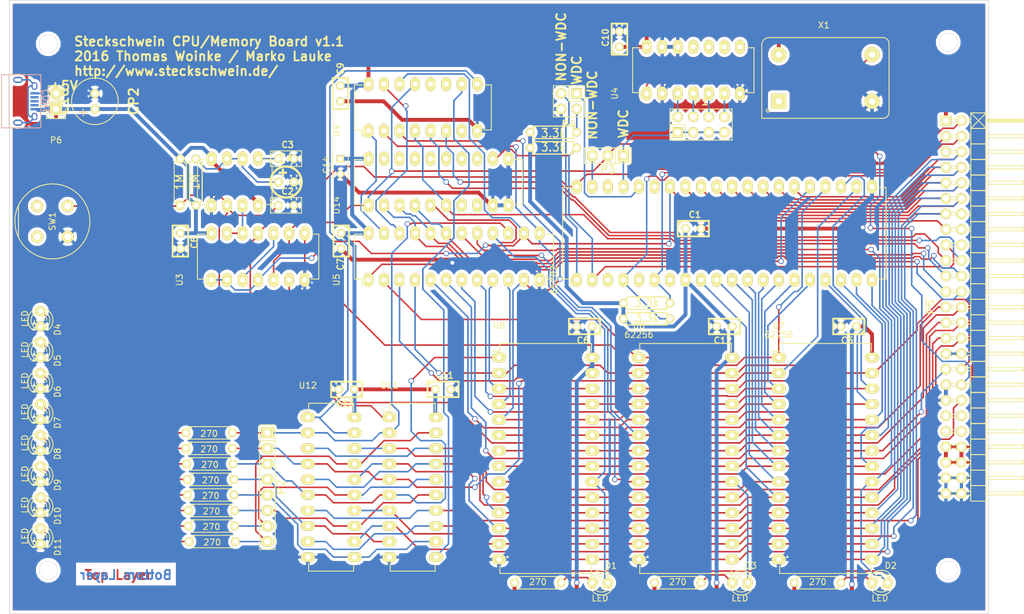
<source format=kicad_pcb>
(kicad_pcb (version 4) (host pcbnew "(2015-03-04 BZR 5473)-product")
  (layers (0 F.Cu signal) (31 B.Cu signal) (35 F.Paste user) (37 F.SilkS user) (39 F.Mask user) (44 Edge.Cuts user))
  (net 0 "")
  (net 1 GND)
  (net 2 VCC)
  (net 3 PHI2)
  (net 4 /RESET)
  (net 5 /RW)
  (net 6 /OE)
  (net 7 /CS_UART)
  (net 8 /CS_VIA)
  (net 9 /WE)
  (net 10 /NMI)
  (net 11 /IRQ)
  (net 12 RDY)
  (net 13 /Connector/D7)
  (net 14 /Connector/D6)
  (net 15 /Connector/D5)
  (net 16 /Connector/D4)
  (net 17 /Connector/D3)
  (net 18 /Connector/D2)
  (net 19 /Connector/D1)
  (net 20 /Connector/D0)
  (net 21 /Connector/A4)
  (net 22 /Connector/A3)
  (net 23 /Connector/A2)
  (net 24 /Connector/A1)
  (net 25 /Connector/A0)
  (net 26 "Net-(C4-Pad1)")
  (net 27 "Net-(P1-Pad1)")
  (net 28 "Net-(P1-Pad2)")
  (net 29 "Net-(P3-Pad3)")
  (net 30 "Net-(P4-Pad1)")
  (net 31 "Net-(P4-Pad2)")
  (net 32 "Net-(P4-Pad3)")
  (net 33 /CS_IO2)
  (net 34 /CS_IO1)
  (net 35 /CS_IO0)
  (net 36 /CS_VDP)
  (net 37 /Connector/A5)
  (net 38 /decoder/A6)
  (net 39 /decoder/A7)
  (net 40 /decoder/A8)
  (net 41 /decoder/A9)
  (net 42 /decoder/A10)
  (net 43 /decoder/A11)
  (net 44 /decoder/A12)
  (net 45 /decoder/A13)
  (net 46 /decoder/A14)
  (net 47 /decoder/A15)
  (net 48 "Net-(U2-Pad3)")
  (net 49 "Net-(U3-Pad10)")
  (net 50 "Net-(U4-Pad1)")
  (net 51 /decoder//CS_LORAM)
  (net 52 /decoder//CS_HIRAM)
  (net 53 "Net-(U5-Pad23)")
  (net 54 "Net-(P1-Pad4)")
  (net 55 "Net-(P1-Pad6)")
  (net 56 "Net-(P1-Pad8)")
  (net 57 /decoder/BANK2)
  (net 58 /decoder/BANK1)
  (net 59 /decoder//ROMOFF)
  (net 60 "Net-(C3-Pad1)")
  (net 61 /decoder//CS_ROM)
  (net 62 "Net-(U5-Pad22)")
  (net 63 "Net-(U12-Pad1)")
  (net 64 "Net-(U11-Pad11)")
  (net 65 /Connector/RESET_TRIG)
  (net 66 "Net-(D1-Pad1)")
  (net 67 "Net-(D2-Pad1)")
  (net 68 "Net-(D3-Pad1)")
  (net 69 "Net-(D7-Pad1)")
  (net 70 "Net-(D8-Pad1)")
  (net 71 "Net-(D9-Pad1)")
  (net 72 "Net-(D10-Pad1)")
  (net 73 "Net-(D11-Pad1)")
  (net 74 "Net-(D4-Pad1)")
  (net 75 "Net-(D5-Pad1)")
  (net 76 "Net-(D6-Pad1)")
  (net 77 "Net-(P2-Pad4)")
  (net 78 "Net-(P2-Pad5)")
  (net 79 "Net-(P2-Pad6)")
  (net 80 "Net-(P2-Pad7)")
  (net 81 "Net-(P2-Pad8)")
  (net 82 "Net-(P5-Pad5)")
  (net 83 "Net-(P5-Pad14)")
  (net 84 "Net-(P5-Pad16)")
  (net 85 "Net-(P5-Pad18)")
  (net 86 "Net-(P5-Pad39)")
  (net 87 "Net-(P5-Pad40)")
  (net 88 "Net-(P5-Pad41)")
  (net 89 "Net-(P5-Pad42)")
  (net 90 "Net-(U1-Pad3)")
  (net 91 "Net-(U1-Pad5)")
  (net 92 "Net-(U1-Pad7)")
  (net 93 "Net-(U1-Pad35)")
  (net 94 "Net-(U1-Pad38)")
  (net 95 "Net-(U4-Pad8)")
  (net 96 "Net-(U4-Pad9)")
  (net 97 "Net-(U4-Pad10)")
  (net 98 "Net-(U4-Pad11)")
  (net 99 /decoder//CS_IO3)
  (net 100 "Net-(U9-Pad11)")
  (net 101 "Net-(U9-Pad12)")
  (net 102 "Net-(U14-Pad7)")
  (net 103 "Net-(U14-Pad8)")
  (net 104 "Net-(U14-Pad13)")
  (net 105 "Net-(U14-Pad14)")
  (net 106 "Net-(U14-Pad15)")
  (net 107 "Net-(U14-Pad16)")
  (net 108 "Net-(U14-Pad17)")
  (net 109 "Net-(U14-Pad18)")
  (net 110 "Net-(U14-Pad19)")
  (net 111 "Net-(X1-Pad1)")
  (net 112 "Net-(CON1-Pad2)")
  (net 113 "Net-(CON1-Pad3)")
  (net 114 "Net-(CON1-Pad4)")
  (net 115 "Net-(CON1-Pad6)")
  (module Pin_Headers:Pin_Header_Angled_2x25 (layer F.Cu) (at 216.535 95.885 270)
    (fp_text reference P5 (at 0 3.81 270) (layer F.SilkS) (effects (font (size 1.27 1.27) (thickness 0.2032))))
    (fp_text value CONN_02X25 hide)
    (pad 1 thru_hole rect (at -30.48 1.27 270) (size 1.7272 1.7272) (drill 1.016) (layers *.Cu *.Mask F.SilkS) (net 2 VCC))
    (pad 2 thru_hole oval (at -30.48 -1.27 270) (size 1.7272 1.7272) (drill 1.016) (layers *.Cu *.Mask F.SilkS) (net 4 /RESET))
    (pad 3 thru_hole oval (at -27.94 1.27 270) (size 1.7272 1.7272) (drill 1.016) (layers *.Cu *.Mask F.SilkS) (net 10 /NMI))
    (pad 4 thru_hole oval (at -27.94 -1.27 270) (size 1.7272 1.7272) (drill 1.016) (layers *.Cu *.Mask F.SilkS) (net 11 /IRQ))
    (pad 5 thru_hole oval (at -25.4 1.27 270) (size 1.7272 1.7272) (drill 1.016) (layers *.Cu *.Mask F.SilkS) (net 82 "Net-(P5-Pad5)"))
    (pad 6 thru_hole oval (at -25.4 -1.27 270) (size 1.7272 1.7272) (drill 1.016) (layers *.Cu *.Mask F.SilkS) (net 13 /Connector/D7))
    (pad 7 thru_hole oval (at -22.86 1.27 270) (size 1.7272 1.7272) (drill 1.016) (layers *.Cu *.Mask F.SilkS) (net 14 /Connector/D6))
    (pad 8 thru_hole oval (at -22.86 -1.27 270) (size 1.7272 1.7272) (drill 1.016) (layers *.Cu *.Mask F.SilkS) (net 15 /Connector/D5))
    (pad 9 thru_hole oval (at -20.32 1.27 270) (size 1.7272 1.7272) (drill 1.016) (layers *.Cu *.Mask F.SilkS) (net 16 /Connector/D4))
    (pad 10 thru_hole oval (at -20.32 -1.27 270) (size 1.7272 1.7272) (drill 1.016) (layers *.Cu *.Mask F.SilkS) (net 17 /Connector/D3))
    (pad 11 thru_hole oval (at -17.78 1.27 270) (size 1.7272 1.7272) (drill 1.016) (layers *.Cu *.Mask F.SilkS) (net 18 /Connector/D2))
    (pad 12 thru_hole oval (at -17.78 -1.27 270) (size 1.7272 1.7272) (drill 1.016) (layers *.Cu *.Mask F.SilkS) (net 19 /Connector/D1))
    (pad 13 thru_hole oval (at -15.24 1.27 270) (size 1.7272 1.7272) (drill 1.016) (layers *.Cu *.Mask F.SilkS) (net 20 /Connector/D0))
    (pad 14 thru_hole oval (at -15.24 -1.27 270) (size 1.7272 1.7272) (drill 1.016) (layers *.Cu *.Mask F.SilkS) (net 83 "Net-(P5-Pad14)"))
    (pad 15 thru_hole oval (at -12.7 1.27 270) (size 1.7272 1.7272) (drill 1.016) (layers *.Cu *.Mask F.SilkS) (net 5 /RW))
    (pad 16 thru_hole oval (at -12.7 -1.27 270) (size 1.7272 1.7272) (drill 1.016) (layers *.Cu *.Mask F.SilkS) (net 84 "Net-(P5-Pad16)"))
    (pad 17 thru_hole oval (at -10.16 1.27 270) (size 1.7272 1.7272) (drill 1.016) (layers *.Cu *.Mask F.SilkS) (net 12 RDY))
    (pad 18 thru_hole oval (at -10.16 -1.27 270) (size 1.7272 1.7272) (drill 1.016) (layers *.Cu *.Mask F.SilkS) (net 85 "Net-(P5-Pad18)"))
    (pad 19 thru_hole oval (at -7.62 1.27 270) (size 1.7272 1.7272) (drill 1.016) (layers *.Cu *.Mask F.SilkS) (net 33 /CS_IO2))
    (pad 20 thru_hole oval (at -7.62 -1.27 270) (size 1.7272 1.7272) (drill 1.016) (layers *.Cu *.Mask F.SilkS) (net 34 /CS_IO1))
    (pad 21 thru_hole oval (at -5.08 1.27 270) (size 1.7272 1.7272) (drill 1.016) (layers *.Cu *.Mask F.SilkS) (net 35 /CS_IO0))
    (pad 22 thru_hole oval (at -5.08 -1.27 270) (size 1.7272 1.7272) (drill 1.016) (layers *.Cu *.Mask F.SilkS) (net 8 /CS_VIA))
    (pad 23 thru_hole oval (at -2.54 1.27 270) (size 1.7272 1.7272) (drill 1.016) (layers *.Cu *.Mask F.SilkS) (net 7 /CS_UART))
    (pad 24 thru_hole oval (at -2.54 -1.27 270) (size 1.7272 1.7272) (drill 1.016) (layers *.Cu *.Mask F.SilkS) (net 36 /CS_VDP))
    (pad 25 thru_hole oval (at 0 1.27 270) (size 1.7272 1.7272) (drill 1.016) (layers *.Cu *.Mask F.SilkS) (net 37 /Connector/A5))
    (pad 26 thru_hole oval (at 0 -1.27 270) (size 1.7272 1.7272) (drill 1.016) (layers *.Cu *.Mask F.SilkS) (net 21 /Connector/A4))
    (pad 27 thru_hole oval (at 2.54 1.27 270) (size 1.7272 1.7272) (drill 1.016) (layers *.Cu *.Mask F.SilkS) (net 22 /Connector/A3))
    (pad 28 thru_hole oval (at 2.54 -1.27 270) (size 1.7272 1.7272) (drill 1.016) (layers *.Cu *.Mask F.SilkS) (net 23 /Connector/A2))
    (pad 29 thru_hole oval (at 5.08 1.27 270) (size 1.7272 1.7272) (drill 1.016) (layers *.Cu *.Mask F.SilkS) (net 24 /Connector/A1))
    (pad 30 thru_hole oval (at 5.08 -1.27 270) (size 1.7272 1.7272) (drill 1.016) (layers *.Cu *.Mask F.SilkS) (net 25 /Connector/A0))
    (pad 31 thru_hole oval (at 7.62 1.27 270) (size 1.7272 1.7272) (drill 1.016) (layers *.Cu *.Mask F.SilkS) (net 1 GND))
    (pad 32 thru_hole oval (at 7.62 -1.27 270) (size 1.7272 1.7272) (drill 1.016) (layers *.Cu *.Mask F.SilkS) (net 1 GND))
    (pad 33 thru_hole oval (at 10.16 1.27 270) (size 1.7272 1.7272) (drill 1.016) (layers *.Cu *.Mask F.SilkS) (net 6 /OE))
    (pad 34 thru_hole oval (at 10.16 -1.27 270) (size 1.7272 1.7272) (drill 1.016) (layers *.Cu *.Mask F.SilkS) (net 9 /WE))
    (pad 35 thru_hole oval (at 12.7 1.27 270) (size 1.7272 1.7272) (drill 1.016) (layers *.Cu *.Mask F.SilkS) (net 1 GND))
    (pad 36 thru_hole oval (at 12.7 -1.27 270) (size 1.7272 1.7272) (drill 1.016) (layers *.Cu *.Mask F.SilkS) (net 3 PHI2))
    (pad 37 thru_hole oval (at 15.24 1.27 270) (size 1.7272 1.7272) (drill 1.016) (layers *.Cu *.Mask F.SilkS) (net 1 GND))
    (pad 38 thru_hole oval (at 15.24 -1.27 270) (size 1.7272 1.7272) (drill 1.016) (layers *.Cu *.Mask F.SilkS) (net 65 /Connector/RESET_TRIG))
    (pad 39 thru_hole oval (at 17.78 1.27 270) (size 1.7272 1.7272) (drill 1.016) (layers *.Cu *.Mask F.SilkS) (net 86 "Net-(P5-Pad39)"))
    (pad 40 thru_hole oval (at 17.78 -1.27 270) (size 1.7272 1.7272) (drill 1.016) (layers *.Cu *.Mask F.SilkS) (net 87 "Net-(P5-Pad40)"))
    (pad 41 thru_hole oval (at 20.32 1.27 270) (size 1.7272 1.7272) (drill 1.016) (layers *.Cu *.Mask F.SilkS) (net 88 "Net-(P5-Pad41)"))
    (pad 42 thru_hole oval (at 20.32 -1.27 270) (size 1.7272 1.7272) (drill 1.016) (layers *.Cu *.Mask F.SilkS) (net 89 "Net-(P5-Pad42)"))
    (pad 43 thru_hole oval (at 22.86 1.27 270) (size 1.7272 1.7272) (drill 1.016) (layers *.Cu *.Mask F.SilkS) (net 2 VCC))
    (pad 44 thru_hole oval (at 22.86 -1.27 270) (size 1.7272 1.7272) (drill 1.016) (layers *.Cu *.Mask F.SilkS) (net 2 VCC))
    (pad 45 thru_hole oval (at 25.4 1.27 270) (size 1.7272 1.7272) (drill 1.016) (layers *.Cu *.Mask F.SilkS) (net 2 VCC))
    (pad 46 thru_hole oval (at 25.4 -1.27 270) (size 1.7272 1.7272) (drill 1.016) (layers *.Cu *.Mask F.SilkS) (net 2 VCC))
    (pad 47 thru_hole oval (at 27.94 1.27 270) (size 1.7272 1.7272) (drill 1.016) (layers *.Cu *.Mask F.SilkS) (net 1 GND))
    (pad 48 thru_hole oval (at 27.94 -1.27 270) (size 1.7272 1.7272) (drill 1.016) (layers *.Cu *.Mask F.SilkS) (net 1 GND))
    (pad 49 thru_hole oval (at 30.48 1.27 270) (size 1.7272 1.7272) (drill 1.016) (layers *.Cu *.Mask F.SilkS) (net 1 GND))
    (pad 50 thru_hole oval (at 30.48 -1.27 270) (size 1.7272 1.7272) (drill 1.016) (layers *.Cu *.Mask F.SilkS) (net 1 GND))
  )
  (module Mounting_Holes:MountingHole_3mm (layer F.Cu) (at 68.58 52.832)
    (fp_text reference MH1 hide)
    (fp_text value MountingHole_3mm_RevA_Date21Jun2010 hide)
    (pad 1 thru_hole circle (at 0 0) (size 2.99974 2.99974) (drill 2.99974) (layers))
  )
  (module Mounting_Holes:MountingHole_3mm (layer F.Cu) (at 215.646 52.578)
    (fp_text reference MH2 hide)
    (fp_text value MountingHole_3mm_RevA_Date21Jun2010 hide)
    (pad 1 thru_hole circle (at 0 0) (size 2.99974 2.99974) (drill 2.99974) (layers))
  )
  (module Mounting_Holes:MountingHole_3mm (layer F.Cu) (at 68.58 138.938)
    (fp_text reference MH4 hide)
    (fp_text value MountingHole_3mm_RevA_Date21Jun2010 hide)
    (pad 1 thru_hole circle (at 0 0) (size 2.99974 2.99974) (drill 2.99974) (layers))
  )
  (module Mounting_Holes:MountingHole_3mm (layer F.Cu) (at 215.646 138.938)
    (fp_text reference MH3 hide)
    (fp_text value MountingHole_3mm_RevA_Date21Jun2010 hide)
    (pad 1 thru_hole circle (at 0 0) (size 2.99974 2.99974) (drill 2.99974) (layers))
  )
  (module Discret:C1 (layer F.Cu) (at 173.99 83.058)
    (fp_text reference C1 (at 0.254 -2.286) (layer F.SilkS) (effects (font (size 1.016 1.016) (thickness 0.2032))))
    (fp_text value 100n hide)
    (pad 1 thru_hole circle (at -1.27 0) (size 1.397 1.397) (drill 0.8128) (layers *.Cu *.Mask F.SilkS) (net 2 VCC))
    (pad 2 thru_hole circle (at 1.27 0) (size 1.397 1.397) (drill 0.8128) (layers *.Cu *.Mask F.SilkS) (net 1 GND))
  )
  (module Capacitors_Elko_ThroughHole:Elko_vert_DM5_RM2-5 (layer F.Cu) (at 107.442 75.438)
    (fp_text reference C4 (at 0 -3.81) (layer F.SilkS) (effects (font (thickness 0.3048))))
    (fp_text value 1µ hide)
    (fp_line (start -1.0668 -1.524) (end 0 -1.524) (layer F.Cu) (width 0.381))
    (fp_line (start -0.508 -2.032) (end -0.508 -0.9906) (layer F.Cu) (width 0.381))
    (pad 2 thru_hole circle (at 1.27 0) (size 1.50114 1.50114) (drill 0.8001) (layers *.Cu *.Mask F.SilkS) (net 1 GND))
    (pad 1 thru_hole circle (at -1.27 0) (size 1.50114 1.50114) (drill 0.8001) (layers *.Cu *.Mask F.SilkS) (net 26 "Net-(C4-Pad1)"))
  )
  (module Discret:C1 (layer F.Cu) (at 199.39 99.06 180)
    (fp_text reference C5 (at 0.254 -2.286 180) (layer F.SilkS) (effects (font (size 1.016 1.016) (thickness 0.2032))))
    (fp_text value 100n hide)
    (pad 1 thru_hole circle (at -1.27 0 180) (size 1.397 1.397) (drill 0.8128) (layers *.Cu *.Mask F.SilkS) (net 2 VCC))
    (pad 2 thru_hole circle (at 1.27 0 180) (size 1.397 1.397) (drill 0.8128) (layers *.Cu *.Mask F.SilkS) (net 1 GND))
  )
  (module Discret:C1 (layer F.Cu) (at 156.21 99.06 180)
    (fp_text reference C6 (at 0.254 -2.286 180) (layer F.SilkS) (effects (font (size 1.016 1.016) (thickness 0.2032))))
    (fp_text value 100n hide)
    (pad 1 thru_hole circle (at -1.27 0 180) (size 1.397 1.397) (drill 0.8128) (layers *.Cu *.Mask F.SilkS) (net 2 VCC))
    (pad 2 thru_hole circle (at 1.27 0 180) (size 1.397 1.397) (drill 0.8128) (layers *.Cu *.Mask F.SilkS) (net 1 GND))
  )
  (module Discret:C1 (layer F.Cu) (at 116.459 85.09 270)
    (fp_text reference C7 (at 3.81 0.127 270) (layer F.SilkS) (effects (font (size 1.016 1.016) (thickness 0.2032))))
    (fp_text value 100n hide)
    (pad 1 thru_hole circle (at -1.27 0 270) (size 1.397 1.397) (drill 0.8128) (layers *.Cu *.Mask F.SilkS) (net 2 VCC))
    (pad 2 thru_hole circle (at 1.27 0 270) (size 1.397 1.397) (drill 0.8128) (layers *.Cu *.Mask F.SilkS) (net 1 GND))
  )
  (module Discret:C1 (layer F.Cu) (at 90.17 85.09 270)
    (fp_text reference C8 (at 0.254 -2.286 270) (layer F.SilkS) (effects (font (size 1.016 1.016) (thickness 0.2032))))
    (fp_text value 100n hide)
    (pad 1 thru_hole circle (at -1.27 0 270) (size 1.397 1.397) (drill 0.8128) (layers *.Cu *.Mask F.SilkS) (net 2 VCC))
    (pad 2 thru_hole circle (at 1.27 0 270) (size 1.397 1.397) (drill 0.8128) (layers *.Cu *.Mask F.SilkS) (net 1 GND))
  )
  (module Discret:C1 (layer F.Cu) (at 161.925 52.07 90)
    (fp_text reference C10 (at 0.254 -2.286 90) (layer F.SilkS) (effects (font (size 1.016 1.016) (thickness 0.2032))))
    (fp_text value 100n hide)
    (pad 1 thru_hole circle (at -1.27 0 90) (size 1.397 1.397) (drill 0.8128) (layers *.Cu *.Mask F.SilkS) (net 2 VCC))
    (pad 2 thru_hole circle (at 1.27 0 90) (size 1.397 1.397) (drill 0.8128) (layers *.Cu *.Mask F.SilkS) (net 1 GND))
  )
  (module Discret:C1 (layer F.Cu) (at 133.096 109.347)
    (fp_text reference C11 (at 0.254 -2.286) (layer F.SilkS) (effects (font (size 1.016 1.016) (thickness 0.2032))))
    (fp_text value 100n hide)
    (pad 1 thru_hole circle (at -1.27 0) (size 1.397 1.397) (drill 0.8128) (layers *.Cu *.Mask F.SilkS) (net 2 VCC))
    (pad 2 thru_hole circle (at 1.27 0) (size 1.397 1.397) (drill 0.8128) (layers *.Cu *.Mask F.SilkS) (net 1 GND))
  )
  (module Discret:C1 (layer F.Cu) (at 179.07 99.06 180)
    (fp_text reference C12 (at 0.254 -2.286 180) (layer F.SilkS) (effects (font (size 1.016 1.016) (thickness 0.2032))))
    (fp_text value 100n hide)
    (pad 1 thru_hole circle (at -1.27 0 180) (size 1.397 1.397) (drill 0.8128) (layers *.Cu *.Mask F.SilkS) (net 2 VCC))
    (pad 2 thru_hole circle (at 1.27 0 180) (size 1.397 1.397) (drill 0.8128) (layers *.Cu *.Mask F.SilkS) (net 1 GND))
  )
  (module Discret:C1 (layer F.Cu) (at 117.348 109.347 180)
    (fp_text reference C13 (at 0.254 -2.286 180) (layer F.SilkS) (effects (font (size 1.016 1.016) (thickness 0.2032))))
    (fp_text value 100n hide)
    (pad 1 thru_hole circle (at -1.27 0 180) (size 1.397 1.397) (drill 0.8128) (layers *.Cu *.Mask F.SilkS) (net 2 VCC))
    (pad 2 thru_hole circle (at 1.27 0 180) (size 1.397 1.397) (drill 0.8128) (layers *.Cu *.Mask F.SilkS) (net 1 GND))
  )
  (module Pin_Headers:Pin_Header_Straight_2x04 (layer F.Cu) (at 175.26 66.04)
    (fp_text reference P1 (at 0 -3.81) (layer F.SilkS) (effects (font (size 1.27 1.27) (thickness 0.2032))))
    (fp_text value CONN_02X04 hide)
    (pad 1 thru_hole rect (at -3.81 1.27) (size 1.7272 1.7272) (drill 1.016) (layers *.Cu *.Mask F.SilkS) (net 27 "Net-(P1-Pad1)"))
    (pad 2 thru_hole oval (at -3.81 -1.27) (size 1.7272 1.7272) (drill 1.016) (layers *.Cu *.Mask F.SilkS) (net 28 "Net-(P1-Pad2)"))
    (pad 3 thru_hole oval (at -1.27 1.27) (size 1.7272 1.7272) (drill 1.016) (layers *.Cu *.Mask F.SilkS) (net 27 "Net-(P1-Pad1)"))
    (pad 4 thru_hole oval (at -1.27 -1.27) (size 1.7272 1.7272) (drill 1.016) (layers *.Cu *.Mask F.SilkS) (net 54 "Net-(P1-Pad4)"))
    (pad 5 thru_hole oval (at 1.27 1.27) (size 1.7272 1.7272) (drill 1.016) (layers *.Cu *.Mask F.SilkS) (net 27 "Net-(P1-Pad1)"))
    (pad 6 thru_hole oval (at 1.27 -1.27) (size 1.7272 1.7272) (drill 1.016) (layers *.Cu *.Mask F.SilkS) (net 55 "Net-(P1-Pad6)"))
    (pad 7 thru_hole oval (at 3.81 1.27) (size 1.7272 1.7272) (drill 1.016) (layers *.Cu *.Mask F.SilkS) (net 27 "Net-(P1-Pad1)"))
    (pad 8 thru_hole oval (at 3.81 -1.27) (size 1.7272 1.7272) (drill 1.016) (layers *.Cu *.Mask F.SilkS) (net 56 "Net-(P1-Pad8)"))
  )
  (module Pin_Headers:Pin_Header_Straight_1x03 (layer F.Cu) (at 160.02 71.12 180)
    (fp_text reference P3 (at 0 -2.286 180) (layer F.SilkS) (effects (font (size 1.27 1.27) (thickness 0.2032))))
    (fp_text value CONN_01X03 hide)
    (pad 1 thru_hole rect (at -2.54 0 180) (size 1.7272 2.032) (drill 1.016) (layers *.Cu *.Mask F.SilkS) (net 27 "Net-(P1-Pad1)"))
    (pad 2 thru_hole oval (at 0 0 180) (size 1.7272 2.032) (drill 1.016) (layers *.Cu *.Mask F.SilkS) (net 3 PHI2))
    (pad 3 thru_hole oval (at 2.54 0 180) (size 1.7272 2.032) (drill 1.016) (layers *.Cu *.Mask F.SilkS) (net 29 "Net-(P3-Pad3)"))
  )
  (module Pin_Headers:Pin_Header_Straight_2x02 (layer F.Cu) (at 153.67 62.23 180)
    (fp_text reference P4 (at 0 -3.81 180) (layer F.SilkS) (effects (font (size 1.27 1.27) (thickness 0.2032))))
    (fp_text value CONN_02X02 hide)
    (pad 1 thru_hole rect (at -1.27 1.27 180) (size 1.7272 1.7272) (drill 1.016) (layers *.Cu *.Mask F.SilkS) (net 30 "Net-(P4-Pad1)"))
    (pad 2 thru_hole oval (at -1.27 -1.27 180) (size 1.7272 1.7272) (drill 1.016) (layers *.Cu *.Mask F.SilkS) (net 31 "Net-(P4-Pad2)"))
    (pad 3 thru_hole oval (at 1.27 1.27 180) (size 1.7272 1.7272) (drill 1.016) (layers *.Cu *.Mask F.SilkS) (net 32 "Net-(P4-Pad3)"))
    (pad 4 thru_hole oval (at 1.27 -1.27 180) (size 1.7272 1.7272) (drill 1.016) (layers *.Cu *.Mask F.SilkS) (net 1 GND))
  )
  (module Discret:R3 (layer F.Cu) (at 166.37 97.79 180)
    (fp_text reference R1 hide)
    (fp_text value 3.3k (at 0 0.127 180) (layer F.SilkS) (effects (font (size 1.397 1.27) (thickness 0.2032))))
    (pad 1 thru_hole circle (at -3.81 0 180) (size 1.397 1.397) (drill 0.8128) (layers *.Cu *.Mask F.SilkS) (net 11 /IRQ))
    (pad 2 thru_hole circle (at 3.81 0 180) (size 1.397 1.397) (drill 0.8128) (layers *.Cu *.Mask F.SilkS) (net 2 VCC))
  )
  (module Discret:R3 (layer F.Cu) (at 166.37 95.25 180)
    (fp_text reference R2 hide)
    (fp_text value 3.3k (at 0 0.127 180) (layer F.SilkS) (effects (font (size 1.397 1.27) (thickness 0.2032))))
    (pad 1 thru_hole circle (at -3.81 0 180) (size 1.397 1.397) (drill 0.8128) (layers *.Cu *.Mask F.SilkS) (net 10 /NMI))
    (pad 2 thru_hole circle (at 3.81 0 180) (size 1.397 1.397) (drill 0.8128) (layers *.Cu *.Mask F.SilkS) (net 2 VCC))
  )
  (module Discret:R3 (layer F.Cu) (at 151.13 69.85 180)
    (fp_text reference R3 hide)
    (fp_text value 3.3k (at 0 0.127 180) (layer F.SilkS) (effects (font (size 1.397 1.27) (thickness 0.2032))))
    (pad 1 thru_hole circle (at -3.81 0 180) (size 1.397 1.397) (drill 0.8128) (layers *.Cu *.Mask F.SilkS) (net 12 RDY))
    (pad 2 thru_hole circle (at 3.81 0 180) (size 1.397 1.397) (drill 0.8128) (layers *.Cu *.Mask F.SilkS) (net 2 VCC))
  )
  (module Discret:R3 (layer F.Cu) (at 151.13 67.31)
    (fp_text reference R4 hide)
    (fp_text value 3.3k (at 0 0.127) (layer F.SilkS) (effects (font (size 1.397 1.27) (thickness 0.2032))))
    (pad 1 thru_hole circle (at -3.81 0) (size 1.397 1.397) (drill 0.8128) (layers *.Cu *.Mask F.SilkS) (net 2 VCC))
    (pad 2 thru_hole circle (at 3.81 0) (size 1.397 1.397) (drill 0.8128) (layers *.Cu *.Mask F.SilkS) (net 31 "Net-(P4-Pad2)"))
  )
  (module Discret:R3 (layer F.Cu) (at 92.71 75.438 270)
    (fp_text reference R6 hide)
    (fp_text value 1M (at 0 0.127 270) (layer F.SilkS) (effects (font (size 1.397 1.27) (thickness 0.2032))))
    (pad 1 thru_hole circle (at -3.81 0 270) (size 1.397 1.397) (drill 0.8128) (layers *.Cu *.Mask F.SilkS) (net 26 "Net-(C4-Pad1)"))
    (pad 2 thru_hole circle (at 3.81 0 270) (size 1.397 1.397) (drill 0.8128) (layers *.Cu *.Mask F.SilkS) (net 2 VCC))
  )
  (module Discret:C1 (layer F.Cu) (at 116.332 60.96 270)
    (fp_text reference C9 (at -4.064 0 270) (layer F.SilkS) (effects (font (size 1.016 1.016) (thickness 0.2032))))
    (fp_text value 100n hide)
    (pad 1 thru_hole circle (at -1.27 0 270) (size 1.397 1.397) (drill 0.8128) (layers *.Cu *.Mask F.SilkS) (net 2 VCC))
    (pad 2 thru_hole circle (at 1.27 0 270) (size 1.397 1.397) (drill 0.8128) (layers *.Cu *.Mask F.SilkS) (net 1 GND))
  )
  (module Capacitors_Elko_ThroughHole:Elko_vert_11.2x7.5mm_RM2.5 (layer F.Cu) (at 76.2 63.5 90)
    (fp_text reference C16 (at 1.27 -5.08 90) (layer F.SilkS) (effects (font (thickness 0.3048))))
    (fp_text value CP2 (at 1.27 6.35 90) (layer F.SilkS) (effects (font (thickness 0.3048))))
    (fp_line (start -0.508 -2.54) (end -0.508 -1.27) (layer F.Cu) (width 0.15))
    (fp_line (start -1.143 -1.905) (end 0 -1.905) (layer F.Cu) (width 0.15))
    (pad 2 thru_hole circle (at 2.54 0 90) (size 1.50114 1.50114) (drill 0.8001) (layers *.Cu *.Mask F.SilkS) (net 1 GND))
    (pad 1 thru_hole circle (at 0 0 90) (size 1.50114 1.50114) (drill 0.8001) (layers *.Cu *.Mask F.SilkS) (net 2 VCC))
  )
  (module Pin_Headers:Pin_Header_Straight_1x08 (layer F.Cu) (at 104.394 125.349 270)
    (fp_text reference P2 (at 0 -2.286 270) (layer F.SilkS) (effects (font (size 1.27 1.27) (thickness 0.2032))))
    (fp_text value CONN_01X08 hide)
    (pad 1 thru_hole rect (at -8.89 0 270) (size 1.7272 2.032) (drill 1.016) (layers *.Cu *.Mask F.SilkS) (net 59 /decoder//ROMOFF))
    (pad 2 thru_hole oval (at -6.35 0 270) (size 1.7272 2.032) (drill 1.016) (layers *.Cu *.Mask F.SilkS) (net 58 /decoder/BANK1))
    (pad 3 thru_hole oval (at -3.81 0 270) (size 1.7272 2.032) (drill 1.016) (layers *.Cu *.Mask F.SilkS) (net 57 /decoder/BANK2))
    (pad 4 thru_hole oval (at -1.27 0 270) (size 1.7272 2.032) (drill 1.016) (layers *.Cu *.Mask F.SilkS) (net 77 "Net-(P2-Pad4)"))
    (pad 5 thru_hole oval (at 1.27 0 270) (size 1.7272 2.032) (drill 1.016) (layers *.Cu *.Mask F.SilkS) (net 78 "Net-(P2-Pad5)"))
    (pad 6 thru_hole oval (at 3.81 0 270) (size 1.7272 2.032) (drill 1.016) (layers *.Cu *.Mask F.SilkS) (net 79 "Net-(P2-Pad6)"))
    (pad 7 thru_hole oval (at 6.35 0 270) (size 1.7272 2.032) (drill 1.016) (layers *.Cu *.Mask F.SilkS) (net 80 "Net-(P2-Pad7)"))
    (pad 8 thru_hole oval (at 8.89 0 270) (size 1.7272 2.032) (drill 1.016) (layers *.Cu *.Mask F.SilkS) (net 81 "Net-(P2-Pad8)"))
  )
  (module Discret:C1 (layer F.Cu) (at 107.442 79.248)
    (fp_text reference C2 (at 0.254 -2.286) (layer F.SilkS) (effects (font (size 1.016 1.016) (thickness 0.2032))))
    (fp_text value 10n hide)
    (pad 1 thru_hole circle (at -1.27 0) (size 1.397 1.397) (drill 0.8128) (layers *.Cu *.Mask F.SilkS) (net 65 /Connector/RESET_TRIG))
    (pad 2 thru_hole circle (at 1.27 0) (size 1.397 1.397) (drill 0.8128) (layers *.Cu *.Mask F.SilkS) (net 1 GND))
  )
  (module Discret:C1 (layer F.Cu) (at 107.442 71.628)
    (fp_text reference C3 (at 0.254 -2.286) (layer F.SilkS) (effects (font (size 1.016 1.016) (thickness 0.2032))))
    (fp_text value 1n hide)
    (pad 1 thru_hole circle (at -1.27 0) (size 1.397 1.397) (drill 0.8128) (layers *.Cu *.Mask F.SilkS) (net 60 "Net-(C3-Pad1)"))
    (pad 2 thru_hole circle (at 1.27 0) (size 1.397 1.397) (drill 0.8128) (layers *.Cu *.Mask F.SilkS) (net 1 GND))
  )
  (module Discret:R3 (layer F.Cu) (at 90.17 75.438 270)
    (fp_text reference R5 hide)
    (fp_text value 1M (at 0 0.127 450) (layer F.SilkS) (effects (font (size 1.397 1.27) (thickness 0.2032))))
    (pad 1 thru_hole circle (at -3.81 0 270) (size 1.397 1.397) (drill 0.8128) (layers *.Cu *.Mask F.SilkS) (net 2 VCC))
    (pad 2 thru_hole circle (at 3.81 0 270) (size 1.397 1.397) (drill 0.8128) (layers *.Cu *.Mask F.SilkS) (net 65 /Connector/RESET_TRIG))
  )
  (module LEDs:LED-3MM (layer F.Cu) (at 158.75 140.97)
    (fp_text reference D1 (at 1.778 -2.794) (layer F.SilkS))
    (fp_text value LED (at 0 2.54) (layer F.SilkS))
    (pad 1 thru_hole circle (at -1.27 0) (size 1.6764 1.6764) (drill 0.8128) (layers *.Cu *.Mask F.SilkS) (net 66 "Net-(D1-Pad1)"))
    (pad 2 thru_hole circle (at 1.27 0) (size 1.6764 1.6764) (drill 0.8128) (layers *.Cu *.Mask F.SilkS) (net 61 /decoder//CS_ROM))
  )
  (module LEDs:LED-3MM (layer F.Cu) (at 204.47 140.97)
    (fp_text reference D2 (at 1.778 -2.794) (layer F.SilkS))
    (fp_text value LED (at 0 2.54) (layer F.SilkS))
    (pad 1 thru_hole circle (at -1.27 0) (size 1.6764 1.6764) (drill 0.8128) (layers *.Cu *.Mask F.SilkS) (net 67 "Net-(D2-Pad1)"))
    (pad 2 thru_hole circle (at 1.27 0) (size 1.6764 1.6764) (drill 0.8128) (layers *.Cu *.Mask F.SilkS) (net 51 /decoder//CS_LORAM))
  )
  (module LEDs:LED-3MM (layer F.Cu) (at 181.61 140.97)
    (fp_text reference D3 (at 1.778 -2.794) (layer F.SilkS))
    (fp_text value LED (at 0 2.54) (layer F.SilkS))
    (pad 1 thru_hole circle (at -1.27 0) (size 1.6764 1.6764) (drill 0.8128) (layers *.Cu *.Mask F.SilkS) (net 68 "Net-(D3-Pad1)"))
    (pad 2 thru_hole circle (at 1.27 0) (size 1.6764 1.6764) (drill 0.8128) (layers *.Cu *.Mask F.SilkS) (net 52 /decoder//CS_HIRAM))
  )
  (module Discret:R3 (layer F.Cu) (at 148.59 140.97 180)
    (fp_text reference R7 hide)
    (fp_text value 270 (at 0 0.127 180) (layer F.SilkS))
    (pad 1 thru_hole circle (at -3.81 0 180) (size 1.397 1.397) (drill 0.8128) (layers *.Cu *.Mask F.SilkS) (net 66 "Net-(D1-Pad1)"))
    (pad 2 thru_hole circle (at 3.81 0 180) (size 1.397 1.397) (drill 0.8128) (layers *.Cu *.Mask F.SilkS) (net 2 VCC))
  )
  (module Discret:R3 (layer F.Cu) (at 194.31 140.97 180)
    (fp_text reference R8 hide)
    (fp_text value 270 (at 0 0.127 180) (layer F.SilkS))
    (pad 1 thru_hole circle (at -3.81 0 180) (size 1.397 1.397) (drill 0.8128) (layers *.Cu *.Mask F.SilkS) (net 67 "Net-(D2-Pad1)"))
    (pad 2 thru_hole circle (at 3.81 0 180) (size 1.397 1.397) (drill 0.8128) (layers *.Cu *.Mask F.SilkS) (net 2 VCC))
  )
  (module Discret:R3 (layer F.Cu) (at 171.45 140.97 180)
    (fp_text reference R9 hide)
    (fp_text value 270 (at 0 0.127 180) (layer F.SilkS))
    (pad 1 thru_hole circle (at -3.81 0 180) (size 1.397 1.397) (drill 0.8128) (layers *.Cu *.Mask F.SilkS) (net 68 "Net-(D3-Pad1)"))
    (pad 2 thru_hole circle (at 3.81 0 180) (size 1.397 1.397) (drill 0.8128) (layers *.Cu *.Mask F.SilkS) (net 2 VCC))
  )
  (module LEDs:LED-3MM (layer F.Cu) (at 67.31 97.79 270)
    (fp_text reference D4 (at 1.778 -2.794 270) (layer F.SilkS))
    (fp_text value LED (at 0 2.54 270) (layer F.SilkS))
    (pad 1 thru_hole circle (at -1.27 0 270) (size 1.6764 1.6764) (drill 0.8128) (layers *.Cu *.Mask F.SilkS) (net 74 "Net-(D4-Pad1)"))
    (pad 2 thru_hole circle (at 1.27 0 270) (size 1.6764 1.6764) (drill 0.8128) (layers *.Cu *.Mask F.SilkS) (net 1 GND))
  )
  (module LEDs:LED-3MM (layer F.Cu) (at 67.31 102.87 270)
    (fp_text reference D5 (at 1.778 -2.794 270) (layer F.SilkS))
    (fp_text value LED (at 0 2.54 270) (layer F.SilkS))
    (pad 1 thru_hole circle (at -1.27 0 270) (size 1.6764 1.6764) (drill 0.8128) (layers *.Cu *.Mask F.SilkS) (net 75 "Net-(D5-Pad1)"))
    (pad 2 thru_hole circle (at 1.27 0 270) (size 1.6764 1.6764) (drill 0.8128) (layers *.Cu *.Mask F.SilkS) (net 1 GND))
  )
  (module LEDs:LED-3MM (layer F.Cu) (at 67.31 107.95 270)
    (fp_text reference D6 (at 1.778 -2.794 270) (layer F.SilkS))
    (fp_text value LED (at 0 2.54 270) (layer F.SilkS))
    (pad 1 thru_hole circle (at -1.27 0 270) (size 1.6764 1.6764) (drill 0.8128) (layers *.Cu *.Mask F.SilkS) (net 76 "Net-(D6-Pad1)"))
    (pad 2 thru_hole circle (at 1.27 0 270) (size 1.6764 1.6764) (drill 0.8128) (layers *.Cu *.Mask F.SilkS) (net 1 GND))
  )
  (module LEDs:LED-3MM (layer F.Cu) (at 67.31 113.03 270)
    (fp_text reference D7 (at 1.778 -2.794 270) (layer F.SilkS))
    (fp_text value LED (at 0 2.54 270) (layer F.SilkS))
    (pad 1 thru_hole circle (at -1.27 0 270) (size 1.6764 1.6764) (drill 0.8128) (layers *.Cu *.Mask F.SilkS) (net 69 "Net-(D7-Pad1)"))
    (pad 2 thru_hole circle (at 1.27 0 270) (size 1.6764 1.6764) (drill 0.8128) (layers *.Cu *.Mask F.SilkS) (net 1 GND))
  )
  (module LEDs:LED-3MM (layer F.Cu) (at 67.31 118.11 270)
    (fp_text reference D8 (at 1.778 -2.794 270) (layer F.SilkS))
    (fp_text value LED (at 0 2.54 270) (layer F.SilkS))
    (pad 1 thru_hole circle (at -1.27 0 270) (size 1.6764 1.6764) (drill 0.8128) (layers *.Cu *.Mask F.SilkS) (net 70 "Net-(D8-Pad1)"))
    (pad 2 thru_hole circle (at 1.27 0 270) (size 1.6764 1.6764) (drill 0.8128) (layers *.Cu *.Mask F.SilkS) (net 1 GND))
  )
  (module LEDs:LED-3MM (layer F.Cu) (at 67.31 123.19 270)
    (fp_text reference D9 (at 1.778 -2.794 270) (layer F.SilkS))
    (fp_text value LED (at 0 2.54 270) (layer F.SilkS))
    (pad 1 thru_hole circle (at -1.27 0 270) (size 1.6764 1.6764) (drill 0.8128) (layers *.Cu *.Mask F.SilkS) (net 71 "Net-(D9-Pad1)"))
    (pad 2 thru_hole circle (at 1.27 0 270) (size 1.6764 1.6764) (drill 0.8128) (layers *.Cu *.Mask F.SilkS) (net 1 GND))
  )
  (module LEDs:LED-3MM (layer F.Cu) (at 67.31 128.27 270)
    (fp_text reference D10 (at 1.778 -2.794 270) (layer F.SilkS))
    (fp_text value LED (at 0 2.54 270) (layer F.SilkS))
    (pad 1 thru_hole circle (at -1.27 0 270) (size 1.6764 1.6764) (drill 0.8128) (layers *.Cu *.Mask F.SilkS) (net 72 "Net-(D10-Pad1)"))
    (pad 2 thru_hole circle (at 1.27 0 270) (size 1.6764 1.6764) (drill 0.8128) (layers *.Cu *.Mask F.SilkS) (net 1 GND))
  )
  (module LEDs:LED-3MM (layer F.Cu) (at 67.31 133.35 270)
    (fp_text reference D11 (at 1.778 -2.794 270) (layer F.SilkS))
    (fp_text value LED (at 0 2.54 270) (layer F.SilkS))
    (pad 1 thru_hole circle (at -1.27 0 270) (size 1.6764 1.6764) (drill 0.8128) (layers *.Cu *.Mask F.SilkS) (net 73 "Net-(D11-Pad1)"))
    (pad 2 thru_hole circle (at 1.27 0 270) (size 1.6764 1.6764) (drill 0.8128) (layers *.Cu *.Mask F.SilkS) (net 1 GND))
  )
  (module Discret:R3 (layer F.Cu) (at 94.869 116.459)
    (fp_text reference R10 hide)
    (fp_text value 270 (at 0 0.127) (layer F.SilkS))
    (pad 1 thru_hole circle (at -3.81 0) (size 1.397 1.397) (drill 0.8128) (layers *.Cu *.Mask F.SilkS) (net 74 "Net-(D4-Pad1)"))
    (pad 2 thru_hole circle (at 3.81 0) (size 1.397 1.397) (drill 0.8128) (layers *.Cu *.Mask F.SilkS) (net 59 /decoder//ROMOFF))
  )
  (module Discret:R3 (layer F.Cu) (at 94.869 118.999)
    (fp_text reference R11 hide)
    (fp_text value 270 (at 0 0.127) (layer F.SilkS))
    (pad 1 thru_hole circle (at -3.81 0) (size 1.397 1.397) (drill 0.8128) (layers *.Cu *.Mask F.SilkS) (net 75 "Net-(D5-Pad1)"))
    (pad 2 thru_hole circle (at 3.81 0) (size 1.397 1.397) (drill 0.8128) (layers *.Cu *.Mask F.SilkS) (net 58 /decoder/BANK1))
  )
  (module Discret:R3 (layer F.Cu) (at 94.996 121.539)
    (fp_text reference R12 hide)
    (fp_text value 270 (at 0 0.127) (layer F.SilkS))
    (pad 1 thru_hole circle (at -3.81 0) (size 1.397 1.397) (drill 0.8128) (layers *.Cu *.Mask F.SilkS) (net 76 "Net-(D6-Pad1)"))
    (pad 2 thru_hole circle (at 3.81 0) (size 1.397 1.397) (drill 0.8128) (layers *.Cu *.Mask F.SilkS) (net 57 /decoder/BANK2))
  )
  (module Discret:R3 (layer F.Cu) (at 95.123 124.079)
    (fp_text reference R13 hide)
    (fp_text value 270 (at 0 0.127) (layer F.SilkS))
    (pad 1 thru_hole circle (at -3.81 0) (size 1.397 1.397) (drill 0.8128) (layers *.Cu *.Mask F.SilkS) (net 69 "Net-(D7-Pad1)"))
    (pad 2 thru_hole circle (at 3.81 0) (size 1.397 1.397) (drill 0.8128) (layers *.Cu *.Mask F.SilkS) (net 77 "Net-(P2-Pad4)"))
  )
  (module Discret:R3 (layer F.Cu) (at 95.123 126.619)
    (fp_text reference R14 hide)
    (fp_text value 270 (at 0 0.127) (layer F.SilkS))
    (pad 1 thru_hole circle (at -3.81 0) (size 1.397 1.397) (drill 0.8128) (layers *.Cu *.Mask F.SilkS) (net 70 "Net-(D8-Pad1)"))
    (pad 2 thru_hole circle (at 3.81 0) (size 1.397 1.397) (drill 0.8128) (layers *.Cu *.Mask F.SilkS) (net 78 "Net-(P2-Pad5)"))
  )
  (module Discret:R3 (layer F.Cu) (at 95.25 129.159)
    (fp_text reference R15 hide)
    (fp_text value 270 (at 0 0.127) (layer F.SilkS))
    (pad 1 thru_hole circle (at -3.81 0) (size 1.397 1.397) (drill 0.8128) (layers *.Cu *.Mask F.SilkS) (net 71 "Net-(D9-Pad1)"))
    (pad 2 thru_hole circle (at 3.81 0) (size 1.397 1.397) (drill 0.8128) (layers *.Cu *.Mask F.SilkS) (net 79 "Net-(P2-Pad6)"))
  )
  (module Discret:R3 (layer F.Cu) (at 95.25 131.699)
    (fp_text reference R16 hide)
    (fp_text value 270 (at 0 0.127) (layer F.SilkS))
    (pad 1 thru_hole circle (at -3.81 0) (size 1.397 1.397) (drill 0.8128) (layers *.Cu *.Mask F.SilkS) (net 72 "Net-(D10-Pad1)"))
    (pad 2 thru_hole circle (at 3.81 0) (size 1.397 1.397) (drill 0.8128) (layers *.Cu *.Mask F.SilkS) (net 80 "Net-(P2-Pad7)"))
  )
  (module Discret:R3 (layer F.Cu) (at 95.377 134.239)
    (fp_text reference R17 hide)
    (fp_text value 270 (at 0 0.127) (layer F.SilkS))
    (pad 1 thru_hole circle (at -3.81 0) (size 1.397 1.397) (drill 0.8128) (layers *.Cu *.Mask F.SilkS) (net 73 "Net-(D11-Pad1)"))
    (pad 2 thru_hole circle (at 3.81 0) (size 1.397 1.397) (drill 0.8128) (layers *.Cu *.Mask F.SilkS) (net 81 "Net-(P2-Pad8)"))
  )
  (module Housings_DIP:DIP-20_W7.62mm_LongPads (layer F.Cu) (at 120.904 79.248 90)
    (fp_text reference U14 (at 0 -5.22 90) (layer F.SilkS))
    (fp_text value GAL16V8)
    (pad 1 thru_hole oval (at 0 0 90) (size 2.3 1.6) (drill 0.8) (layers *.Cu *.Mask F.SilkS) (net 3 PHI2))
    (pad 2 thru_hole oval (at 0 2.54 90) (size 2.3 1.6) (drill 0.8) (layers *.Cu *.Mask F.SilkS) (net 36 /CS_VDP))
    (pad 3 thru_hole oval (at 0 5.08 90) (size 2.3 1.6) (drill 0.8) (layers *.Cu *.Mask F.SilkS) (net 8 /CS_VIA))
    (pad 4 thru_hole oval (at 0 7.62 90) (size 2.3 1.6) (drill 0.8) (layers *.Cu *.Mask F.SilkS) (net 7 /CS_UART))
    (pad 5 thru_hole oval (at 0 10.16 90) (size 2.3 1.6) (drill 0.8) (layers *.Cu *.Mask F.SilkS) (net 61 /decoder//CS_ROM))
    (pad 6 thru_hole oval (at 0 12.7 90) (size 2.3 1.6) (drill 0.8) (layers *.Cu *.Mask F.SilkS) (net 35 /CS_IO0))
    (pad 7 thru_hole oval (at 0 15.24 90) (size 2.3 1.6) (drill 0.8) (layers *.Cu *.Mask F.SilkS) (net 102 "Net-(U14-Pad7)"))
    (pad 8 thru_hole oval (at 0 17.78 90) (size 2.3 1.6) (drill 0.8) (layers *.Cu *.Mask F.SilkS) (net 103 "Net-(U14-Pad8)"))
    (pad 9 thru_hole oval (at 0 20.32 90) (size 2.3 1.6) (drill 0.8) (layers *.Cu *.Mask F.SilkS) (net 1 GND))
    (pad 10 thru_hole oval (at 0 22.86 90) (size 2.3 1.6) (drill 0.8) (layers *.Cu *.Mask F.SilkS) (net 1 GND))
    (pad 11 thru_hole oval (at 7.62 22.86 90) (size 2.3 1.6) (drill 0.8) (layers *.Cu *.Mask F.SilkS) (net 1 GND))
    (pad 12 thru_hole oval (at 7.62 20.32 90) (size 2.3 1.6) (drill 0.8) (layers *.Cu *.Mask F.SilkS) (net 12 RDY))
    (pad 13 thru_hole oval (at 7.62 17.78 90) (size 2.3 1.6) (drill 0.8) (layers *.Cu *.Mask F.SilkS) (net 104 "Net-(U14-Pad13)"))
    (pad 14 thru_hole oval (at 7.62 15.24 90) (size 2.3 1.6) (drill 0.8) (layers *.Cu *.Mask F.SilkS) (net 105 "Net-(U14-Pad14)"))
    (pad 15 thru_hole oval (at 7.62 12.7 90) (size 2.3 1.6) (drill 0.8) (layers *.Cu *.Mask F.SilkS) (net 106 "Net-(U14-Pad15)"))
    (pad 16 thru_hole oval (at 7.62 10.16 90) (size 2.3 1.6) (drill 0.8) (layers *.Cu *.Mask F.SilkS) (net 107 "Net-(U14-Pad16)"))
    (pad 17 thru_hole oval (at 7.62 7.62 90) (size 2.3 1.6) (drill 0.8) (layers *.Cu *.Mask F.SilkS) (net 108 "Net-(U14-Pad17)"))
    (pad 18 thru_hole oval (at 7.62 5.08 90) (size 2.3 1.6) (drill 0.8) (layers *.Cu *.Mask F.SilkS) (net 109 "Net-(U14-Pad18)"))
    (pad 19 thru_hole oval (at 7.62 2.54 90) (size 2.3 1.6) (drill 0.8) (layers *.Cu *.Mask F.SilkS) (net 110 "Net-(U14-Pad19)"))
    (pad 20 thru_hole oval (at 7.62 0 90) (size 2.3 1.6) (drill 0.8) (layers *.Cu *.Mask F.SilkS) (net 2 VCC))
  )
  (module Housings_DIP:DIP-16_W7.62mm_LongPads (layer F.Cu) (at 120.904 67.056 90)
    (fp_text reference U9 (at 0 -5.22 90) (layer F.SilkS))
    (fp_text value 74LS139)
    (pad 1 thru_hole oval (at 0 0 90) (size 2.3 1.6) (drill 0.8) (layers *.Cu *.Mask F.SilkS) (net 53 "Net-(U5-Pad23)"))
    (pad 2 thru_hole oval (at 0 2.54 90) (size 2.3 1.6) (drill 0.8) (layers *.Cu *.Mask F.SilkS) (net 21 /Connector/A4))
    (pad 3 thru_hole oval (at 0 5.08 90) (size 2.3 1.6) (drill 0.8) (layers *.Cu *.Mask F.SilkS) (net 37 /Connector/A5))
    (pad 4 thru_hole oval (at 0 7.62 90) (size 2.3 1.6) (drill 0.8) (layers *.Cu *.Mask F.SilkS) (net 35 /CS_IO0))
    (pad 5 thru_hole oval (at 0 10.16 90) (size 2.3 1.6) (drill 0.8) (layers *.Cu *.Mask F.SilkS) (net 34 /CS_IO1))
    (pad 6 thru_hole oval (at 0 12.7 90) (size 2.3 1.6) (drill 0.8) (layers *.Cu *.Mask F.SilkS) (net 33 /CS_IO2))
    (pad 7 thru_hole oval (at 0 15.24 90) (size 2.3 1.6) (drill 0.8) (layers *.Cu *.Mask F.SilkS) (net 99 /decoder//CS_IO3))
    (pad 8 thru_hole oval (at 0 17.78 90) (size 2.3 1.6) (drill 0.8) (layers *.Cu *.Mask F.SilkS) (net 1 GND))
    (pad 9 thru_hole oval (at 7.62 17.78 90) (size 2.3 1.6) (drill 0.8) (layers *.Cu *.Mask F.SilkS) (net 63 "Net-(U12-Pad1)"))
    (pad 10 thru_hole oval (at 7.62 15.24 90) (size 2.3 1.6) (drill 0.8) (layers *.Cu *.Mask F.SilkS) (net 64 "Net-(U11-Pad11)"))
    (pad 11 thru_hole oval (at 7.62 12.7 90) (size 2.3 1.6) (drill 0.8) (layers *.Cu *.Mask F.SilkS) (net 100 "Net-(U9-Pad11)"))
    (pad 12 thru_hole oval (at 7.62 10.16 90) (size 2.3 1.6) (drill 0.8) (layers *.Cu *.Mask F.SilkS) (net 101 "Net-(U9-Pad12)"))
    (pad 13 thru_hole oval (at 7.62 7.62 90) (size 2.3 1.6) (drill 0.8) (layers *.Cu *.Mask F.SilkS) (net 3 PHI2))
    (pad 14 thru_hole oval (at 7.62 5.08 90) (size 2.3 1.6) (drill 0.8) (layers *.Cu *.Mask F.SilkS) (net 5 /RW))
    (pad 15 thru_hole oval (at 7.62 2.54 90) (size 2.3 1.6) (drill 0.8) (layers *.Cu *.Mask F.SilkS) (net 62 "Net-(U5-Pad22)"))
    (pad 16 thru_hole oval (at 7.62 0 90) (size 2.3 1.6) (drill 0.8) (layers *.Cu *.Mask F.SilkS) (net 2 VCC))
  )
  (module Capacitors_ThroughHole:C_Rect_L4_W2.5_P2.5 (layer F.Cu) (at 116.332 71.628 270)
    (fp_text reference C14 (at 1.016 2.286 270) (layer F.SilkS))
    (fp_text value 100n)
    (pad 1 thru_hole rect (at 0 0 270) (size 1.2 1.2) (drill 0.7) (layers *.Cu *.Mask F.SilkS) (net 2 VCC))
    (pad 2 thru_hole circle (at 2.5 0 270) (size 1.2 1.2) (drill 0.7) (layers *.Cu *.Mask F.SilkS) (net 1 GND))
  )
  (module Connect:USB_Micro-B (layer B.Cu) (at 64.77 62.23 90)
    (fp_text reference CON1 (at 0 3.45 90) (layer B.SilkS) (effects (justify mirror)))
    (fp_text value USB-MICRO-B)
    (pad 1 smd rect (at -1.3009 1.56254) (size 1.35 0.4) (layers B.Cu) (net 2 VCC))
    (pad 2 smd rect (at -0.6509 1.56254) (size 1.35 0.4) (layers B.Cu) (net 112 "Net-(CON1-Pad2)"))
    (pad 3 smd rect (at -0.0009 1.56254) (size 1.35 0.4) (layers B.Cu) (net 113 "Net-(CON1-Pad3)"))
    (pad 4 smd rect (at 0.6491 1.56254) (size 1.35 0.4) (layers B.Cu) (net 114 "Net-(CON1-Pad4)"))
    (pad 5 smd rect (at 1.2991 1.56254) (size 1.35 0.4) (layers B.Cu) (net 1 GND))
    (pad 6 thru_hole oval (at -2.5009 1.56254) (size 0.95 1.25) (drill oval 0.55 0.85) (layers *.Cu *.Mask) (net 115 "Net-(CON1-Pad6)"))
    (pad 6 thru_hole oval (at 2.4991 1.56254) (size 0.95 1.25) (drill oval 0.55 0.85) (layers *.Cu *.Mask) (net 115 "Net-(CON1-Pad6)"))
    (pad 6 thru_hole oval (at -3.5009 -1.13746) (size 1.55 1) (drill oval 1.15 0.5) (layers *.Cu *.Mask) (net 115 "Net-(CON1-Pad6)"))
    (pad 6 thru_hole oval (at 3.4991 -1.13746) (size 1.55 1) (drill oval 1.15 0.5) (layers *.Cu *.Mask) (net 115 "Net-(CON1-Pad6)"))
  )
  (module Pin_Headers:Pin_Header_Straight_1x02 (layer F.Cu) (at 69.85 63.5 180)
    (fp_text reference P6 (at 0 -5.1 180) (layer F.SilkS))
    (fp_text value POWER)
    (pad 1 thru_hole rect (at 0 0 180) (size 2.032 2.032) (drill 1.016) (layers *.Cu *.Mask F.SilkS) (net 2 VCC))
    (pad 2 thru_hole oval (at 0 2.54 180) (size 2.032 2.032) (drill 1.016) (layers *.Cu *.Mask F.SilkS) (net 1 GND))
  )
  (module Buttons_Switches_ThroughHole:Push_E-Switch_KS01Q01 (layer F.Cu) (at 71.755 79.375 270)
    (fp_text reference SW1 (at 2.5 2.5 270) (layer F.SilkS))
    (fp_text value SW_PUSH)
    (pad 1 thru_hole circle (at 0 0 270) (size 2 2) (drill 1.1) (layers *.Cu *.Mask F.SilkS) (net 65 /Connector/RESET_TRIG))
    (pad 2 thru_hole circle (at 5 0 270) (size 2 2) (drill 1.1) (layers *.Cu *.Mask F.SilkS) (net 1 GND))
    (pad 4 thru_hole circle (at 5 5 270) (size 2 2) (drill 1.1) (layers *.Cu *.Mask F.SilkS))
    (pad 3 thru_hole circle (at 0 5 270) (size 2 2) (drill 1.1) (layers *.Cu *.Mask F.SilkS))
  )
  (module Housings_DIP:DIP-40_W15.24mm_LongPads (layer F.Cu) (at 154.94 91.44 90)
    (fp_text reference U1 (at 0 -5.22 90) (layer F.SilkS))
    (fp_text value 65C02 (at 0 -3.72 90) (layer F.SilkS))
    (pad 1 thru_hole oval (at 0 0 90) (size 2.3 1.6) (drill 0.8) (layers *.Cu *.Mask F.SilkS) (net 32 "Net-(P4-Pad3)"))
    (pad 2 thru_hole oval (at 0 2.54 90) (size 2.3 1.6) (drill 0.8) (layers *.Cu *.Mask F.SilkS) (net 12 RDY))
    (pad 3 thru_hole oval (at 0 5.08 90) (size 2.3 1.6) (drill 0.8) (layers *.Cu *.Mask F.SilkS) (net 90 "Net-(U1-Pad3)"))
    (pad 4 thru_hole oval (at 0 7.62 90) (size 2.3 1.6) (drill 0.8) (layers *.Cu *.Mask F.SilkS) (net 11 /IRQ))
    (pad 5 thru_hole oval (at 0 10.16 90) (size 2.3 1.6) (drill 0.8) (layers *.Cu *.Mask F.SilkS) (net 91 "Net-(U1-Pad5)"))
    (pad 6 thru_hole oval (at 0 12.7 90) (size 2.3 1.6) (drill 0.8) (layers *.Cu *.Mask F.SilkS) (net 10 /NMI))
    (pad 7 thru_hole oval (at 0 15.24 90) (size 2.3 1.6) (drill 0.8) (layers *.Cu *.Mask F.SilkS) (net 92 "Net-(U1-Pad7)"))
    (pad 8 thru_hole oval (at 0 17.78 90) (size 2.3 1.6) (drill 0.8) (layers *.Cu *.Mask F.SilkS) (net 2 VCC))
    (pad 9 thru_hole oval (at 0 20.32 90) (size 2.3 1.6) (drill 0.8) (layers *.Cu *.Mask F.SilkS) (net 25 /Connector/A0))
    (pad 10 thru_hole oval (at 0 22.86 90) (size 2.3 1.6) (drill 0.8) (layers *.Cu *.Mask F.SilkS) (net 24 /Connector/A1))
    (pad 11 thru_hole oval (at 0 25.4 90) (size 2.3 1.6) (drill 0.8) (layers *.Cu *.Mask F.SilkS) (net 23 /Connector/A2))
    (pad 12 thru_hole oval (at 0 27.94 90) (size 2.3 1.6) (drill 0.8) (layers *.Cu *.Mask F.SilkS) (net 22 /Connector/A3))
    (pad 13 thru_hole oval (at 0 30.48 90) (size 2.3 1.6) (drill 0.8) (layers *.Cu *.Mask F.SilkS) (net 21 /Connector/A4))
    (pad 14 thru_hole oval (at 0 33.02 90) (size 2.3 1.6) (drill 0.8) (layers *.Cu *.Mask F.SilkS) (net 37 /Connector/A5))
    (pad 15 thru_hole oval (at 0 35.56 90) (size 2.3 1.6) (drill 0.8) (layers *.Cu *.Mask F.SilkS) (net 38 /decoder/A6))
    (pad 16 thru_hole oval (at 0 38.1 90) (size 2.3 1.6) (drill 0.8) (layers *.Cu *.Mask F.SilkS) (net 39 /decoder/A7))
    (pad 17 thru_hole oval (at 0 40.64 90) (size 2.3 1.6) (drill 0.8) (layers *.Cu *.Mask F.SilkS) (net 40 /decoder/A8))
    (pad 18 thru_hole oval (at 0 43.18 90) (size 2.3 1.6) (drill 0.8) (layers *.Cu *.Mask F.SilkS) (net 41 /decoder/A9))
    (pad 19 thru_hole oval (at 0 45.72 90) (size 2.3 1.6) (drill 0.8) (layers *.Cu *.Mask F.SilkS) (net 42 /decoder/A10))
    (pad 20 thru_hole oval (at 0 48.26 90) (size 2.3 1.6) (drill 0.8) (layers *.Cu *.Mask F.SilkS) (net 43 /decoder/A11))
    (pad 21 thru_hole oval (at 15.24 48.26 90) (size 2.3 1.6) (drill 0.8) (layers *.Cu *.Mask F.SilkS) (net 1 GND))
    (pad 22 thru_hole oval (at 15.24 45.72 90) (size 2.3 1.6) (drill 0.8) (layers *.Cu *.Mask F.SilkS) (net 44 /decoder/A12))
    (pad 23 thru_hole oval (at 15.24 43.18 90) (size 2.3 1.6) (drill 0.8) (layers *.Cu *.Mask F.SilkS) (net 45 /decoder/A13))
    (pad 24 thru_hole oval (at 15.24 40.64 90) (size 2.3 1.6) (drill 0.8) (layers *.Cu *.Mask F.SilkS) (net 46 /decoder/A14))
    (pad 25 thru_hole oval (at 15.24 38.1 90) (size 2.3 1.6) (drill 0.8) (layers *.Cu *.Mask F.SilkS) (net 47 /decoder/A15))
    (pad 26 thru_hole oval (at 15.24 35.56 90) (size 2.3 1.6) (drill 0.8) (layers *.Cu *.Mask F.SilkS) (net 13 /Connector/D7))
    (pad 27 thru_hole oval (at 15.24 33.02 90) (size 2.3 1.6) (drill 0.8) (layers *.Cu *.Mask F.SilkS) (net 14 /Connector/D6))
    (pad 28 thru_hole oval (at 15.24 30.48 90) (size 2.3 1.6) (drill 0.8) (layers *.Cu *.Mask F.SilkS) (net 15 /Connector/D5))
    (pad 29 thru_hole oval (at 15.24 27.94 90) (size 2.3 1.6) (drill 0.8) (layers *.Cu *.Mask F.SilkS) (net 16 /Connector/D4))
    (pad 30 thru_hole oval (at 15.24 25.4 90) (size 2.3 1.6) (drill 0.8) (layers *.Cu *.Mask F.SilkS) (net 17 /Connector/D3))
    (pad 31 thru_hole oval (at 15.24 22.86 90) (size 2.3 1.6) (drill 0.8) (layers *.Cu *.Mask F.SilkS) (net 18 /Connector/D2))
    (pad 32 thru_hole oval (at 15.24 20.32 90) (size 2.3 1.6) (drill 0.8) (layers *.Cu *.Mask F.SilkS) (net 19 /Connector/D1))
    (pad 33 thru_hole oval (at 15.24 17.78 90) (size 2.3 1.6) (drill 0.8) (layers *.Cu *.Mask F.SilkS) (net 20 /Connector/D0))
    (pad 34 thru_hole oval (at 15.24 15.24 90) (size 2.3 1.6) (drill 0.8) (layers *.Cu *.Mask F.SilkS) (net 5 /RW))
    (pad 35 thru_hole oval (at 15.24 12.7 90) (size 2.3 1.6) (drill 0.8) (layers *.Cu *.Mask F.SilkS) (net 93 "Net-(U1-Pad35)"))
    (pad 36 thru_hole oval (at 15.24 10.16 90) (size 2.3 1.6) (drill 0.8) (layers *.Cu *.Mask F.SilkS) (net 30 "Net-(P4-Pad1)"))
    (pad 37 thru_hole oval (at 15.24 7.62 90) (size 2.3 1.6) (drill 0.8) (layers *.Cu *.Mask F.SilkS) (net 27 "Net-(P1-Pad1)"))
    (pad 38 thru_hole oval (at 15.24 5.08 90) (size 2.3 1.6) (drill 0.8) (layers *.Cu *.Mask F.SilkS) (net 94 "Net-(U1-Pad38)"))
    (pad 39 thru_hole oval (at 15.24 2.54 90) (size 2.3 1.6) (drill 0.8) (layers *.Cu *.Mask F.SilkS) (net 29 "Net-(P3-Pad3)"))
    (pad 40 thru_hole oval (at 15.24 0 90) (size 2.3 1.6) (drill 0.8) (layers *.Cu *.Mask F.SilkS) (net 4 /RESET))
  )
  (module Housings_DIP:DIP-24_W7.62mm_LongPads (layer F.Cu) (at 120.904 91.44 90)
    (fp_text reference U5 (at 0 -5.22 90) (layer F.SilkS))
    (fp_text value GAL22V10)
    (pad 1 thru_hole oval (at 0 0 90) (size 2.3 1.6) (drill 0.8) (layers *.Cu *.Mask F.SilkS) (net 47 /decoder/A15))
    (pad 2 thru_hole oval (at 0 2.54 90) (size 2.3 1.6) (drill 0.8) (layers *.Cu *.Mask F.SilkS) (net 46 /decoder/A14))
    (pad 3 thru_hole oval (at 0 5.08 90) (size 2.3 1.6) (drill 0.8) (layers *.Cu *.Mask F.SilkS) (net 45 /decoder/A13))
    (pad 4 thru_hole oval (at 0 7.62 90) (size 2.3 1.6) (drill 0.8) (layers *.Cu *.Mask F.SilkS) (net 44 /decoder/A12))
    (pad 5 thru_hole oval (at 0 10.16 90) (size 2.3 1.6) (drill 0.8) (layers *.Cu *.Mask F.SilkS) (net 43 /decoder/A11))
    (pad 6 thru_hole oval (at 0 12.7 90) (size 2.3 1.6) (drill 0.8) (layers *.Cu *.Mask F.SilkS) (net 42 /decoder/A10))
    (pad 7 thru_hole oval (at 0 15.24 90) (size 2.3 1.6) (drill 0.8) (layers *.Cu *.Mask F.SilkS) (net 41 /decoder/A9))
    (pad 8 thru_hole oval (at 0 17.78 90) (size 2.3 1.6) (drill 0.8) (layers *.Cu *.Mask F.SilkS) (net 40 /decoder/A8))
    (pad 9 thru_hole oval (at 0 20.32 90) (size 2.3 1.6) (drill 0.8) (layers *.Cu *.Mask F.SilkS) (net 39 /decoder/A7))
    (pad 10 thru_hole oval (at 0 22.86 90) (size 2.3 1.6) (drill 0.8) (layers *.Cu *.Mask F.SilkS) (net 38 /decoder/A6))
    (pad 11 thru_hole oval (at 0 25.4 90) (size 2.3 1.6) (drill 0.8) (layers *.Cu *.Mask F.SilkS) (net 37 /Connector/A5))
    (pad 12 thru_hole oval (at 0 27.94 90) (size 2.3 1.6) (drill 0.8) (layers *.Cu *.Mask F.SilkS) (net 1 GND))
    (pad 13 thru_hole oval (at 7.62 27.94 90) (size 2.3 1.6) (drill 0.8) (layers *.Cu *.Mask F.SilkS) (net 21 /Connector/A4))
    (pad 14 thru_hole oval (at 7.62 25.4 90) (size 2.3 1.6) (drill 0.8) (layers *.Cu *.Mask F.SilkS) (net 5 /RW))
    (pad 15 thru_hole oval (at 7.62 22.86 90) (size 2.3 1.6) (drill 0.8) (layers *.Cu *.Mask F.SilkS) (net 59 /decoder//ROMOFF))
    (pad 16 thru_hole oval (at 7.62 20.32 90) (size 2.3 1.6) (drill 0.8) (layers *.Cu *.Mask F.SilkS) (net 61 /decoder//CS_ROM))
    (pad 17 thru_hole oval (at 7.62 17.78 90) (size 2.3 1.6) (drill 0.8) (layers *.Cu *.Mask F.SilkS) (net 51 /decoder//CS_LORAM))
    (pad 18 thru_hole oval (at 7.62 15.24 90) (size 2.3 1.6) (drill 0.8) (layers *.Cu *.Mask F.SilkS) (net 52 /decoder//CS_HIRAM))
    (pad 19 thru_hole oval (at 7.62 12.7 90) (size 2.3 1.6) (drill 0.8) (layers *.Cu *.Mask F.SilkS) (net 7 /CS_UART))
    (pad 20 thru_hole oval (at 7.62 10.16 90) (size 2.3 1.6) (drill 0.8) (layers *.Cu *.Mask F.SilkS) (net 8 /CS_VIA))
    (pad 21 thru_hole oval (at 7.62 7.62 90) (size 2.3 1.6) (drill 0.8) (layers *.Cu *.Mask F.SilkS) (net 36 /CS_VDP))
    (pad 22 thru_hole oval (at 7.62 5.08 90) (size 2.3 1.6) (drill 0.8) (layers *.Cu *.Mask F.SilkS) (net 62 "Net-(U5-Pad22)"))
    (pad 23 thru_hole oval (at 7.62 2.54 90) (size 2.3 1.6) (drill 0.8) (layers *.Cu *.Mask F.SilkS) (net 53 "Net-(U5-Pad23)"))
    (pad 24 thru_hole oval (at 7.62 0 90) (size 2.3 1.6) (drill 0.8) (layers *.Cu *.Mask F.SilkS) (net 2 VCC))
  )
  (module Oscillators:KXO-200_LargePads (layer F.Cu) (at 195.58 58.42)
    (fp_text reference X1 (at -0.254 -8.636) (layer F.SilkS))
    (fp_text value OSC)
    (pad 1 thru_hole rect (at -7.62 3.81) (size 2.49936 2.49936) (drill 1.00076) (layers *.Cu *.Mask F.SilkS) (net 111 "Net-(X1-Pad1)"))
    (pad 7 thru_hole circle (at 7.62 3.81) (size 2.49936 2.49936) (drill 1.00076) (layers *.Cu *.Mask F.SilkS) (net 1 GND))
    (pad 8 thru_hole circle (at 7.62 -3.81) (size 2.49936 2.49936) (drill 1.00076) (layers *.Cu *.Mask F.SilkS) (net 50 "Net-(U4-Pad1)"))
    (pad 14 thru_hole circle (at -7.62 -3.81) (size 2.49936 2.49936) (drill 1.00076) (layers *.Cu *.Mask F.SilkS) (net 2 VCC))
  )
  (module Housings_DIP:DIP-14_W7.62mm_LongPads (layer F.Cu) (at 166.37 60.96 90)
    (fp_text reference U4 (at 0 -5.22 90) (layer F.SilkS))
    (fp_text value 74LS393)
    (pad 1 thru_hole oval (at 0 0 90) (size 2.3 1.6) (drill 0.8) (layers *.Cu *.Mask F.SilkS) (net 50 "Net-(U4-Pad1)"))
    (pad 2 thru_hole oval (at 0 2.54 90) (size 2.3 1.6) (drill 0.8) (layers *.Cu *.Mask F.SilkS) (net 1 GND))
    (pad 3 thru_hole oval (at 0 5.08 90) (size 2.3 1.6) (drill 0.8) (layers *.Cu *.Mask F.SilkS) (net 28 "Net-(P1-Pad2)"))
    (pad 4 thru_hole oval (at 0 7.62 90) (size 2.3 1.6) (drill 0.8) (layers *.Cu *.Mask F.SilkS) (net 54 "Net-(P1-Pad4)"))
    (pad 5 thru_hole oval (at 0 10.16 90) (size 2.3 1.6) (drill 0.8) (layers *.Cu *.Mask F.SilkS) (net 55 "Net-(P1-Pad6)"))
    (pad 6 thru_hole oval (at 0 12.7 90) (size 2.3 1.6) (drill 0.8) (layers *.Cu *.Mask F.SilkS) (net 56 "Net-(P1-Pad8)"))
    (pad 7 thru_hole oval (at 0 15.24 90) (size 2.3 1.6) (drill 0.8) (layers *.Cu *.Mask F.SilkS) (net 1 GND))
    (pad 8 thru_hole oval (at 7.62 15.24 90) (size 2.3 1.6) (drill 0.8) (layers *.Cu *.Mask F.SilkS) (net 95 "Net-(U4-Pad8)"))
    (pad 9 thru_hole oval (at 7.62 12.7 90) (size 2.3 1.6) (drill 0.8) (layers *.Cu *.Mask F.SilkS) (net 96 "Net-(U4-Pad9)"))
    (pad 10 thru_hole oval (at 7.62 10.16 90) (size 2.3 1.6) (drill 0.8) (layers *.Cu *.Mask F.SilkS) (net 97 "Net-(U4-Pad10)"))
    (pad 11 thru_hole oval (at 7.62 7.62 90) (size 2.3 1.6) (drill 0.8) (layers *.Cu *.Mask F.SilkS) (net 98 "Net-(U4-Pad11)"))
    (pad 12 thru_hole oval (at 7.62 5.08 90) (size 2.3 1.6) (drill 0.8) (layers *.Cu *.Mask F.SilkS) (net 1 GND))
    (pad 13 thru_hole oval (at 7.62 2.54 90) (size 2.3 1.6) (drill 0.8) (layers *.Cu *.Mask F.SilkS) (net 1 GND))
    (pad 14 thru_hole oval (at 7.62 0 90) (size 2.3 1.6) (drill 0.8) (layers *.Cu *.Mask F.SilkS) (net 2 VCC))
  )
  (module Housings_DIP:DIP-8_W7.62mm_LongPads (layer F.Cu) (at 95.25 79.248 90)
    (fp_text reference U2 (at 0 -5.22 90) (layer F.SilkS))
    (fp_text value LM555N)
    (pad 1 thru_hole oval (at 0 0 90) (size 2.3 1.6) (drill 0.8) (layers *.Cu *.Mask F.SilkS) (net 1 GND))
    (pad 2 thru_hole oval (at 0 2.54 90) (size 2.3 1.6) (drill 0.8) (layers *.Cu *.Mask F.SilkS) (net 65 /Connector/RESET_TRIG))
    (pad 3 thru_hole oval (at 0 5.08 90) (size 2.3 1.6) (drill 0.8) (layers *.Cu *.Mask F.SilkS) (net 48 "Net-(U2-Pad3)"))
    (pad 4 thru_hole oval (at 0 7.62 90) (size 2.3 1.6) (drill 0.8) (layers *.Cu *.Mask F.SilkS) (net 2 VCC))
    (pad 5 thru_hole oval (at 7.62 7.62 90) (size 2.3 1.6) (drill 0.8) (layers *.Cu *.Mask F.SilkS) (net 60 "Net-(C3-Pad1)"))
    (pad 6 thru_hole oval (at 7.62 5.08 90) (size 2.3 1.6) (drill 0.8) (layers *.Cu *.Mask F.SilkS) (net 26 "Net-(C4-Pad1)"))
    (pad 7 thru_hole oval (at 7.62 2.54 90) (size 2.3 1.6) (drill 0.8) (layers *.Cu *.Mask F.SilkS) (net 26 "Net-(C4-Pad1)"))
    (pad 8 thru_hole oval (at 7.62 0 90) (size 2.3 1.6) (drill 0.8) (layers *.Cu *.Mask F.SilkS) (net 2 VCC))
  )
  (module Housings_DIP:DIP-14_W7.62mm_LongPads (layer F.Cu) (at 95.25 91.44 90)
    (fp_text reference U3 (at 0 -5.22 90) (layer F.SilkS))
    (fp_text value 74HCT00)
    (pad 1 thru_hole oval (at 0 0 90) (size 2.3 1.6) (drill 0.8) (layers *.Cu *.Mask F.SilkS) (net 5 /RW))
    (pad 2 thru_hole oval (at 0 2.54 90) (size 2.3 1.6) (drill 0.8) (layers *.Cu *.Mask F.SilkS) (net 5 /RW))
    (pad 3 thru_hole oval (at 0 5.08 90) (size 2.3 1.6) (drill 0.8) (layers *.Cu *.Mask F.SilkS) (net 49 "Net-(U3-Pad10)"))
    (pad 4 thru_hole oval (at 0 7.62 90) (size 2.3 1.6) (drill 0.8) (layers *.Cu *.Mask F.SilkS) (net 5 /RW))
    (pad 5 thru_hole oval (at 0 10.16 90) (size 2.3 1.6) (drill 0.8) (layers *.Cu *.Mask F.SilkS) (net 3 PHI2))
    (pad 6 thru_hole oval (at 0 12.7 90) (size 2.3 1.6) (drill 0.8) (layers *.Cu *.Mask F.SilkS) (net 6 /OE))
    (pad 7 thru_hole oval (at 0 15.24 90) (size 2.3 1.6) (drill 0.8) (layers *.Cu *.Mask F.SilkS) (net 1 GND))
    (pad 8 thru_hole oval (at 7.62 15.24 90) (size 2.3 1.6) (drill 0.8) (layers *.Cu *.Mask F.SilkS) (net 9 /WE))
    (pad 9 thru_hole oval (at 7.62 12.7 90) (size 2.3 1.6) (drill 0.8) (layers *.Cu *.Mask F.SilkS) (net 3 PHI2))
    (pad 10 thru_hole oval (at 7.62 10.16 90) (size 2.3 1.6) (drill 0.8) (layers *.Cu *.Mask F.SilkS) (net 49 "Net-(U3-Pad10)"))
    (pad 11 thru_hole oval (at 7.62 7.62 90) (size 2.3 1.6) (drill 0.8) (layers *.Cu *.Mask F.SilkS) (net 4 /RESET))
    (pad 12 thru_hole oval (at 7.62 5.08 90) (size 2.3 1.6) (drill 0.8) (layers *.Cu *.Mask F.SilkS) (net 48 "Net-(U2-Pad3)"))
    (pad 13 thru_hole oval (at 7.62 2.54 90) (size 2.3 1.6) (drill 0.8) (layers *.Cu *.Mask F.SilkS) (net 48 "Net-(U2-Pad3)"))
    (pad 14 thru_hole oval (at 7.62 0 90) (size 2.3 1.6) (drill 0.8) (layers *.Cu *.Mask F.SilkS) (net 2 VCC))
  )
  (module Housings_DIP:DIP-20_W7.62mm_LongPads (layer F.Cu) (at 110.998 113.919)
    (fp_text reference U12 (at 0 -5.22) (layer F.SilkS))
    (fp_text value 74LS244)
    (pad 1 thru_hole oval (at 0 0) (size 2.3 1.6) (drill 0.8) (layers *.Cu *.Mask F.SilkS) (net 63 "Net-(U12-Pad1)"))
    (pad 2 thru_hole oval (at 0 2.54) (size 2.3 1.6) (drill 0.8) (layers *.Cu *.Mask F.SilkS) (net 59 /decoder//ROMOFF))
    (pad 3 thru_hole oval (at 0 5.08) (size 2.3 1.6) (drill 0.8) (layers *.Cu *.Mask F.SilkS) (net 13 /Connector/D7))
    (pad 4 thru_hole oval (at 0 7.62) (size 2.3 1.6) (drill 0.8) (layers *.Cu *.Mask F.SilkS) (net 58 /decoder/BANK1))
    (pad 5 thru_hole oval (at 0 10.16) (size 2.3 1.6) (drill 0.8) (layers *.Cu *.Mask F.SilkS) (net 14 /Connector/D6))
    (pad 6 thru_hole oval (at 0 12.7) (size 2.3 1.6) (drill 0.8) (layers *.Cu *.Mask F.SilkS) (net 57 /decoder/BANK2))
    (pad 7 thru_hole oval (at 0 15.24) (size 2.3 1.6) (drill 0.8) (layers *.Cu *.Mask F.SilkS) (net 15 /Connector/D5))
    (pad 8 thru_hole oval (at 0 17.78) (size 2.3 1.6) (drill 0.8) (layers *.Cu *.Mask F.SilkS) (net 77 "Net-(P2-Pad4)"))
    (pad 9 thru_hole oval (at 0 20.32) (size 2.3 1.6) (drill 0.8) (layers *.Cu *.Mask F.SilkS) (net 16 /Connector/D4))
    (pad 10 thru_hole oval (at 0 22.86) (size 2.3 1.6) (drill 0.8) (layers *.Cu *.Mask F.SilkS) (net 1 GND))
    (pad 11 thru_hole oval (at 7.62 22.86) (size 2.3 1.6) (drill 0.8) (layers *.Cu *.Mask F.SilkS) (net 78 "Net-(P2-Pad5)"))
    (pad 12 thru_hole oval (at 7.62 20.32) (size 2.3 1.6) (drill 0.8) (layers *.Cu *.Mask F.SilkS) (net 17 /Connector/D3))
    (pad 13 thru_hole oval (at 7.62 17.78) (size 2.3 1.6) (drill 0.8) (layers *.Cu *.Mask F.SilkS) (net 79 "Net-(P2-Pad6)"))
    (pad 14 thru_hole oval (at 7.62 15.24) (size 2.3 1.6) (drill 0.8) (layers *.Cu *.Mask F.SilkS) (net 18 /Connector/D2))
    (pad 15 thru_hole oval (at 7.62 12.7) (size 2.3 1.6) (drill 0.8) (layers *.Cu *.Mask F.SilkS) (net 80 "Net-(P2-Pad7)"))
    (pad 16 thru_hole oval (at 7.62 10.16) (size 2.3 1.6) (drill 0.8) (layers *.Cu *.Mask F.SilkS) (net 19 /Connector/D1))
    (pad 17 thru_hole oval (at 7.62 7.62) (size 2.3 1.6) (drill 0.8) (layers *.Cu *.Mask F.SilkS) (net 81 "Net-(P2-Pad8)"))
    (pad 18 thru_hole oval (at 7.62 5.08) (size 2.3 1.6) (drill 0.8) (layers *.Cu *.Mask F.SilkS) (net 20 /Connector/D0))
    (pad 19 thru_hole oval (at 7.62 2.54) (size 2.3 1.6) (drill 0.8) (layers *.Cu *.Mask F.SilkS) (net 63 "Net-(U12-Pad1)"))
    (pad 20 thru_hole oval (at 7.62 0) (size 2.3 1.6) (drill 0.8) (layers *.Cu *.Mask F.SilkS) (net 2 VCC))
  )
  (module Housings_DIP:DIP-20_W7.62mm_LongPads (layer F.Cu) (at 124.333 113.919)
    (fp_text reference U11 (at 0 -5.22) (layer F.SilkS))
    (fp_text value 74LS273)
    (pad 1 thru_hole oval (at 0 0) (size 2.3 1.6) (drill 0.8) (layers *.Cu *.Mask F.SilkS) (net 4 /RESET))
    (pad 2 thru_hole oval (at 0 2.54) (size 2.3 1.6) (drill 0.8) (layers *.Cu *.Mask F.SilkS) (net 59 /decoder//ROMOFF))
    (pad 3 thru_hole oval (at 0 5.08) (size 2.3 1.6) (drill 0.8) (layers *.Cu *.Mask F.SilkS) (net 20 /Connector/D0))
    (pad 4 thru_hole oval (at 0 7.62) (size 2.3 1.6) (drill 0.8) (layers *.Cu *.Mask F.SilkS) (net 19 /Connector/D1))
    (pad 5 thru_hole oval (at 0 10.16) (size 2.3 1.6) (drill 0.8) (layers *.Cu *.Mask F.SilkS) (net 58 /decoder/BANK1))
    (pad 6 thru_hole oval (at 0 12.7) (size 2.3 1.6) (drill 0.8) (layers *.Cu *.Mask F.SilkS) (net 57 /decoder/BANK2))
    (pad 7 thru_hole oval (at 0 15.24) (size 2.3 1.6) (drill 0.8) (layers *.Cu *.Mask F.SilkS) (net 18 /Connector/D2))
    (pad 8 thru_hole oval (at 0 17.78) (size 2.3 1.6) (drill 0.8) (layers *.Cu *.Mask F.SilkS) (net 17 /Connector/D3))
    (pad 9 thru_hole oval (at 0 20.32) (size 2.3 1.6) (drill 0.8) (layers *.Cu *.Mask F.SilkS) (net 77 "Net-(P2-Pad4)"))
    (pad 10 thru_hole oval (at 0 22.86) (size 2.3 1.6) (drill 0.8) (layers *.Cu *.Mask F.SilkS) (net 1 GND))
    (pad 11 thru_hole oval (at 7.62 22.86) (size 2.3 1.6) (drill 0.8) (layers *.Cu *.Mask F.SilkS) (net 64 "Net-(U11-Pad11)"))
    (pad 12 thru_hole oval (at 7.62 20.32) (size 2.3 1.6) (drill 0.8) (layers *.Cu *.Mask F.SilkS) (net 78 "Net-(P2-Pad5)"))
    (pad 13 thru_hole oval (at 7.62 17.78) (size 2.3 1.6) (drill 0.8) (layers *.Cu *.Mask F.SilkS) (net 16 /Connector/D4))
    (pad 14 thru_hole oval (at 7.62 15.24) (size 2.3 1.6) (drill 0.8) (layers *.Cu *.Mask F.SilkS) (net 15 /Connector/D5))
    (pad 15 thru_hole oval (at 7.62 12.7) (size 2.3 1.6) (drill 0.8) (layers *.Cu *.Mask F.SilkS) (net 79 "Net-(P2-Pad6)"))
    (pad 16 thru_hole oval (at 7.62 10.16) (size 2.3 1.6) (drill 0.8) (layers *.Cu *.Mask F.SilkS) (net 80 "Net-(P2-Pad7)"))
    (pad 17 thru_hole oval (at 7.62 7.62) (size 2.3 1.6) (drill 0.8) (layers *.Cu *.Mask F.SilkS) (net 14 /Connector/D6))
    (pad 18 thru_hole oval (at 7.62 5.08) (size 2.3 1.6) (drill 0.8) (layers *.Cu *.Mask F.SilkS) (net 13 /Connector/D7))
    (pad 19 thru_hole oval (at 7.62 2.54) (size 2.3 1.6) (drill 0.8) (layers *.Cu *.Mask F.SilkS) (net 81 "Net-(P2-Pad8)"))
    (pad 20 thru_hole oval (at 7.62 0) (size 2.3 1.6) (drill 0.8) (layers *.Cu *.Mask F.SilkS) (net 2 VCC))
  )
  (module Housings_DIP:DIP-28_W15.24mm_LongPads (layer F.Cu) (at 142.24 104.14)
    (fp_text reference U6 (at 0 -5.22) (layer F.SilkS))
    (fp_text value 28C256)
    (pad 1 thru_hole oval (at 0 0) (size 2.3 1.6) (drill 0.8) (layers *.Cu *.Mask F.SilkS) (net 57 /decoder/BANK2))
    (pad 2 thru_hole oval (at 0 2.54) (size 2.3 1.6) (drill 0.8) (layers *.Cu *.Mask F.SilkS) (net 44 /decoder/A12))
    (pad 3 thru_hole oval (at 0 5.08) (size 2.3 1.6) (drill 0.8) (layers *.Cu *.Mask F.SilkS) (net 39 /decoder/A7))
    (pad 4 thru_hole oval (at 0 7.62) (size 2.3 1.6) (drill 0.8) (layers *.Cu *.Mask F.SilkS) (net 38 /decoder/A6))
    (pad 5 thru_hole oval (at 0 10.16) (size 2.3 1.6) (drill 0.8) (layers *.Cu *.Mask F.SilkS) (net 37 /Connector/A5))
    (pad 6 thru_hole oval (at 0 12.7) (size 2.3 1.6) (drill 0.8) (layers *.Cu *.Mask F.SilkS) (net 21 /Connector/A4))
    (pad 7 thru_hole oval (at 0 15.24) (size 2.3 1.6) (drill 0.8) (layers *.Cu *.Mask F.SilkS) (net 22 /Connector/A3))
    (pad 8 thru_hole oval (at 0 17.78) (size 2.3 1.6) (drill 0.8) (layers *.Cu *.Mask F.SilkS) (net 23 /Connector/A2))
    (pad 9 thru_hole oval (at 0 20.32) (size 2.3 1.6) (drill 0.8) (layers *.Cu *.Mask F.SilkS) (net 24 /Connector/A1))
    (pad 10 thru_hole oval (at 0 22.86) (size 2.3 1.6) (drill 0.8) (layers *.Cu *.Mask F.SilkS) (net 25 /Connector/A0))
    (pad 11 thru_hole oval (at 0 25.4) (size 2.3 1.6) (drill 0.8) (layers *.Cu *.Mask F.SilkS) (net 20 /Connector/D0))
    (pad 12 thru_hole oval (at 0 27.94) (size 2.3 1.6) (drill 0.8) (layers *.Cu *.Mask F.SilkS) (net 19 /Connector/D1))
    (pad 13 thru_hole oval (at 0 30.48) (size 2.3 1.6) (drill 0.8) (layers *.Cu *.Mask F.SilkS) (net 18 /Connector/D2))
    (pad 14 thru_hole oval (at 0 33.02) (size 2.3 1.6) (drill 0.8) (layers *.Cu *.Mask F.SilkS) (net 1 GND))
    (pad 15 thru_hole oval (at 15.24 33.02) (size 2.3 1.6) (drill 0.8) (layers *.Cu *.Mask F.SilkS) (net 17 /Connector/D3))
    (pad 16 thru_hole oval (at 15.24 30.48) (size 2.3 1.6) (drill 0.8) (layers *.Cu *.Mask F.SilkS) (net 16 /Connector/D4))
    (pad 17 thru_hole oval (at 15.24 27.94) (size 2.3 1.6) (drill 0.8) (layers *.Cu *.Mask F.SilkS) (net 15 /Connector/D5))
    (pad 18 thru_hole oval (at 15.24 25.4) (size 2.3 1.6) (drill 0.8) (layers *.Cu *.Mask F.SilkS) (net 14 /Connector/D6))
    (pad 19 thru_hole oval (at 15.24 22.86) (size 2.3 1.6) (drill 0.8) (layers *.Cu *.Mask F.SilkS) (net 13 /Connector/D7))
    (pad 20 thru_hole oval (at 15.24 20.32) (size 2.3 1.6) (drill 0.8) (layers *.Cu *.Mask F.SilkS) (net 61 /decoder//CS_ROM))
    (pad 21 thru_hole oval (at 15.24 17.78) (size 2.3 1.6) (drill 0.8) (layers *.Cu *.Mask F.SilkS) (net 42 /decoder/A10))
    (pad 22 thru_hole oval (at 15.24 15.24) (size 2.3 1.6) (drill 0.8) (layers *.Cu *.Mask F.SilkS) (net 6 /OE))
    (pad 23 thru_hole oval (at 15.24 12.7) (size 2.3 1.6) (drill 0.8) (layers *.Cu *.Mask F.SilkS) (net 43 /decoder/A11))
    (pad 24 thru_hole oval (at 15.24 10.16) (size 2.3 1.6) (drill 0.8) (layers *.Cu *.Mask F.SilkS) (net 41 /decoder/A9))
    (pad 25 thru_hole oval (at 15.24 7.62) (size 2.3 1.6) (drill 0.8) (layers *.Cu *.Mask F.SilkS) (net 40 /decoder/A8))
    (pad 26 thru_hole oval (at 15.24 5.08) (size 2.3 1.6) (drill 0.8) (layers *.Cu *.Mask F.SilkS) (net 58 /decoder/BANK1))
    (pad 27 thru_hole oval (at 15.24 2.54) (size 2.3 1.6) (drill 0.8) (layers *.Cu *.Mask F.SilkS) (net 2 VCC))
    (pad 28 thru_hole oval (at 15.24 0) (size 2.3 1.6) (drill 0.8) (layers *.Cu *.Mask F.SilkS) (net 2 VCC))
  )
  (module Housings_DIP:DIP-28_W15.24mm_LongPads (layer F.Cu) (at 165.1 104.14)
    (fp_text reference U8 (at 0 -5.22) (layer F.SilkS))
    (fp_text value 62256 (at 0 -3.72) (layer F.SilkS))
    (pad 1 thru_hole oval (at 0 0) (size 2.3 1.6) (drill 0.8) (layers *.Cu *.Mask F.SilkS) (net 46 /decoder/A14))
    (pad 2 thru_hole oval (at 0 2.54) (size 2.3 1.6) (drill 0.8) (layers *.Cu *.Mask F.SilkS) (net 44 /decoder/A12))
    (pad 3 thru_hole oval (at 0 5.08) (size 2.3 1.6) (drill 0.8) (layers *.Cu *.Mask F.SilkS) (net 39 /decoder/A7))
    (pad 4 thru_hole oval (at 0 7.62) (size 2.3 1.6) (drill 0.8) (layers *.Cu *.Mask F.SilkS) (net 38 /decoder/A6))
    (pad 5 thru_hole oval (at 0 10.16) (size 2.3 1.6) (drill 0.8) (layers *.Cu *.Mask F.SilkS) (net 37 /Connector/A5))
    (pad 6 thru_hole oval (at 0 12.7) (size 2.3 1.6) (drill 0.8) (layers *.Cu *.Mask F.SilkS) (net 21 /Connector/A4))
    (pad 7 thru_hole oval (at 0 15.24) (size 2.3 1.6) (drill 0.8) (layers *.Cu *.Mask F.SilkS) (net 22 /Connector/A3))
    (pad 8 thru_hole oval (at 0 17.78) (size 2.3 1.6) (drill 0.8) (layers *.Cu *.Mask F.SilkS) (net 23 /Connector/A2))
    (pad 9 thru_hole oval (at 0 20.32) (size 2.3 1.6) (drill 0.8) (layers *.Cu *.Mask F.SilkS) (net 24 /Connector/A1))
    (pad 10 thru_hole oval (at 0 22.86) (size 2.3 1.6) (drill 0.8) (layers *.Cu *.Mask F.SilkS) (net 25 /Connector/A0))
    (pad 11 thru_hole oval (at 0 25.4) (size 2.3 1.6) (drill 0.8) (layers *.Cu *.Mask F.SilkS) (net 20 /Connector/D0))
    (pad 12 thru_hole oval (at 0 27.94) (size 2.3 1.6) (drill 0.8) (layers *.Cu *.Mask F.SilkS) (net 19 /Connector/D1))
    (pad 13 thru_hole oval (at 0 30.48) (size 2.3 1.6) (drill 0.8) (layers *.Cu *.Mask F.SilkS) (net 18 /Connector/D2))
    (pad 14 thru_hole oval (at 0 33.02) (size 2.3 1.6) (drill 0.8) (layers *.Cu *.Mask F.SilkS) (net 1 GND))
    (pad 15 thru_hole oval (at 15.24 33.02) (size 2.3 1.6) (drill 0.8) (layers *.Cu *.Mask F.SilkS) (net 17 /Connector/D3))
    (pad 16 thru_hole oval (at 15.24 30.48) (size 2.3 1.6) (drill 0.8) (layers *.Cu *.Mask F.SilkS) (net 16 /Connector/D4))
    (pad 17 thru_hole oval (at 15.24 27.94) (size 2.3 1.6) (drill 0.8) (layers *.Cu *.Mask F.SilkS) (net 15 /Connector/D5))
    (pad 18 thru_hole oval (at 15.24 25.4) (size 2.3 1.6) (drill 0.8) (layers *.Cu *.Mask F.SilkS) (net 14 /Connector/D6))
    (pad 19 thru_hole oval (at 15.24 22.86) (size 2.3 1.6) (drill 0.8) (layers *.Cu *.Mask F.SilkS) (net 13 /Connector/D7))
    (pad 20 thru_hole oval (at 15.24 20.32) (size 2.3 1.6) (drill 0.8) (layers *.Cu *.Mask F.SilkS) (net 52 /decoder//CS_HIRAM))
    (pad 21 thru_hole oval (at 15.24 17.78) (size 2.3 1.6) (drill 0.8) (layers *.Cu *.Mask F.SilkS) (net 42 /decoder/A10))
    (pad 22 thru_hole oval (at 15.24 15.24) (size 2.3 1.6) (drill 0.8) (layers *.Cu *.Mask F.SilkS) (net 6 /OE))
    (pad 23 thru_hole oval (at 15.24 12.7) (size 2.3 1.6) (drill 0.8) (layers *.Cu *.Mask F.SilkS) (net 43 /decoder/A11))
    (pad 24 thru_hole oval (at 15.24 10.16) (size 2.3 1.6) (drill 0.8) (layers *.Cu *.Mask F.SilkS) (net 41 /decoder/A9))
    (pad 25 thru_hole oval (at 15.24 7.62) (size 2.3 1.6) (drill 0.8) (layers *.Cu *.Mask F.SilkS) (net 40 /decoder/A8))
    (pad 26 thru_hole oval (at 15.24 5.08) (size 2.3 1.6) (drill 0.8) (layers *.Cu *.Mask F.SilkS) (net 45 /decoder/A13))
    (pad 27 thru_hole oval (at 15.24 2.54) (size 2.3 1.6) (drill 0.8) (layers *.Cu *.Mask F.SilkS) (net 9 /WE))
    (pad 28 thru_hole oval (at 15.24 0) (size 2.3 1.6) (drill 0.8) (layers *.Cu *.Mask F.SilkS) (net 2 VCC))
  )
  (module Housings_DIP:DIP-28_W15.24mm_LongPads (layer F.Cu) (at 187.96 104.14)
    (fp_text reference U7 (at 0 -5.22) (layer F.SilkS))
    (fp_text value 62256 (at 0 -3.72) (layer F.SilkS))
    (pad 1 thru_hole oval (at 0 0) (size 2.3 1.6) (drill 0.8) (layers *.Cu *.Mask F.SilkS) (net 46 /decoder/A14))
    (pad 2 thru_hole oval (at 0 2.54) (size 2.3 1.6) (drill 0.8) (layers *.Cu *.Mask F.SilkS) (net 44 /decoder/A12))
    (pad 3 thru_hole oval (at 0 5.08) (size 2.3 1.6) (drill 0.8) (layers *.Cu *.Mask F.SilkS) (net 39 /decoder/A7))
    (pad 4 thru_hole oval (at 0 7.62) (size 2.3 1.6) (drill 0.8) (layers *.Cu *.Mask F.SilkS) (net 38 /decoder/A6))
    (pad 5 thru_hole oval (at 0 10.16) (size 2.3 1.6) (drill 0.8) (layers *.Cu *.Mask F.SilkS) (net 37 /Connector/A5))
    (pad 6 thru_hole oval (at 0 12.7) (size 2.3 1.6) (drill 0.8) (layers *.Cu *.Mask F.SilkS) (net 21 /Connector/A4))
    (pad 7 thru_hole oval (at 0 15.24) (size 2.3 1.6) (drill 0.8) (layers *.Cu *.Mask F.SilkS) (net 22 /Connector/A3))
    (pad 8 thru_hole oval (at 0 17.78) (size 2.3 1.6) (drill 0.8) (layers *.Cu *.Mask F.SilkS) (net 23 /Connector/A2))
    (pad 9 thru_hole oval (at 0 20.32) (size 2.3 1.6) (drill 0.8) (layers *.Cu *.Mask F.SilkS) (net 24 /Connector/A1))
    (pad 10 thru_hole oval (at 0 22.86) (size 2.3 1.6) (drill 0.8) (layers *.Cu *.Mask F.SilkS) (net 25 /Connector/A0))
    (pad 11 thru_hole oval (at 0 25.4) (size 2.3 1.6) (drill 0.8) (layers *.Cu *.Mask F.SilkS) (net 20 /Connector/D0))
    (pad 12 thru_hole oval (at 0 27.94) (size 2.3 1.6) (drill 0.8) (layers *.Cu *.Mask F.SilkS) (net 19 /Connector/D1))
    (pad 13 thru_hole oval (at 0 30.48) (size 2.3 1.6) (drill 0.8) (layers *.Cu *.Mask F.SilkS) (net 18 /Connector/D2))
    (pad 14 thru_hole oval (at 0 33.02) (size 2.3 1.6) (drill 0.8) (layers *.Cu *.Mask F.SilkS) (net 1 GND))
    (pad 15 thru_hole oval (at 15.24 33.02) (size 2.3 1.6) (drill 0.8) (layers *.Cu *.Mask F.SilkS) (net 17 /Connector/D3))
    (pad 16 thru_hole oval (at 15.24 30.48) (size 2.3 1.6) (drill 0.8) (layers *.Cu *.Mask F.SilkS) (net 16 /Connector/D4))
    (pad 17 thru_hole oval (at 15.24 27.94) (size 2.3 1.6) (drill 0.8) (layers *.Cu *.Mask F.SilkS) (net 15 /Connector/D5))
    (pad 18 thru_hole oval (at 15.24 25.4) (size 2.3 1.6) (drill 0.8) (layers *.Cu *.Mask F.SilkS) (net 14 /Connector/D6))
    (pad 19 thru_hole oval (at 15.24 22.86) (size 2.3 1.6) (drill 0.8) (layers *.Cu *.Mask F.SilkS) (net 13 /Connector/D7))
    (pad 20 thru_hole oval (at 15.24 20.32) (size 2.3 1.6) (drill 0.8) (layers *.Cu *.Mask F.SilkS) (net 51 /decoder//CS_LORAM))
    (pad 21 thru_hole oval (at 15.24 17.78) (size 2.3 1.6) (drill 0.8) (layers *.Cu *.Mask F.SilkS) (net 42 /decoder/A10))
    (pad 22 thru_hole oval (at 15.24 15.24) (size 2.3 1.6) (drill 0.8) (layers *.Cu *.Mask F.SilkS) (net 6 /OE))
    (pad 23 thru_hole oval (at 15.24 12.7) (size 2.3 1.6) (drill 0.8) (layers *.Cu *.Mask F.SilkS) (net 43 /decoder/A11))
    (pad 24 thru_hole oval (at 15.24 10.16) (size 2.3 1.6) (drill 0.8) (layers *.Cu *.Mask F.SilkS) (net 41 /decoder/A9))
    (pad 25 thru_hole oval (at 15.24 7.62) (size 2.3 1.6) (drill 0.8) (layers *.Cu *.Mask F.SilkS) (net 40 /decoder/A8))
    (pad 26 thru_hole oval (at 15.24 5.08) (size 2.3 1.6) (drill 0.8) (layers *.Cu *.Mask F.SilkS) (net 45 /decoder/A13))
    (pad 27 thru_hole oval (at 15.24 2.54) (size 2.3 1.6) (drill 0.8) (layers *.Cu *.Mask F.SilkS) (net 9 /WE))
    (pad 28 thru_hole oval (at 15.24 0) (size 2.3 1.6) (drill 0.8) (layers *.Cu *.Mask F.SilkS) (net 2 VCC))
  )
  (gr_text "Bottom Layer" (at 81.28 139.7) (layer B.Cu) (effects (font (size 1.5 1.5) (thickness 0.3)) (justify mirror)))
  (gr_text "Top Layer" (at 80.01 139.7) (layer F.Cu) (effects (font (size 1.5 1.5) (thickness 0.3))))
  (gr_text +5V (at 71.12 59.69) (layer F.SilkS) (effects (font (size 1.5 1.5) (thickness 0.3))))
  (gr_text "Steckschwein CPU/Memory Board v1.1\n2016 Thomas Woinke / Marko Lauke\nhttp://www.steckschwein.de/" (at 72.644 54.864) (layer F.SilkS) (effects (font (size 1.5 1.5) (thickness 0.3)) (justify left)))
  (gr_text NON-WDC (at 157.48 62.865 90) (layer F.SilkS) (effects (font (size 1.5 1.5) (thickness 0.3))))
  (gr_text WDC (at 162.56 65.913 90) (layer F.SilkS) (effects (font (size 1.5 1.5) (thickness 0.3))))
  (gr_text NON-WDC (at 152.4 53.34 90) (layer F.SilkS) (effects (font (size 1.5 1.5) (thickness 0.3))))
  (gr_text WDC (at 154.94 57.15 90) (layer F.SilkS) (effects (font (size 1.5 1.5) (thickness 0.3))))
  (gr_line (start 62.23 146.05) (end 62.23 45.72) (angle 90) (layer Edge.Cuts) (width 0.1))
  (gr_line (start 222.25 146.05) (end 62.23 146.05) (angle 90) (layer Edge.Cuts) (width 0.1))
  (gr_line (start 222.25 45.72) (end 222.25 146.05) (angle 90) (layer Edge.Cuts) (width 0.1))
  (gr_line (start 62.23 45.72) (end 222.25 45.72) (angle 90) (layer Edge.Cuts) (width 0.1))
  (segment (start 177.8 99.06) (end 172.72 104.14) (width 0.635) (layer B.Cu) (net 1))
  (segment (start 172.72 104.14) (end 172.72 129.8956) (width 0.635) (layer B.Cu) (net 1))
  (segment (start 172.72 129.8956) (end 165.4556 137.16) (width 0.635) (layer B.Cu) (net 1))
  (segment (start 165.4556 137.16) (end 165.1 137.16) (width 0.635) (layer B.Cu) (net 1))
  (segment (start 134.366 109.347) (end 135.064499 110.045499) (width 0.635) (layer B.Cu) (net 1))
  (segment (start 110.998 136.779) (end 110.998 142.621) (width 0.635) (layer B.Cu) (net 1))
  (segment (start 110.49 91.44) (end 111.925 91.44) (width 0.635) (layer B.Cu) (net 1))
  (segment (start 111.925 91.44) (end 116.459 86.906) (width 0.635) (layer B.Cu) (net 1))
  (segment (start 116.459 86.906) (end 116.459 86.36) (width 0.635) (layer B.Cu) (net 1))
  (segment (start 90.17 86.36) (end 90.17 93.459202) (width 0.635) (layer B.Cu) (net 1))
  (segment (start 90.17 93.459202) (end 90.182798 93.472) (width 0.635) (layer B.Cu) (net 1))
  (segment (start 90.182798 93.472) (end 89.801798 93.853) (width 0.635) (layer B.Cu) (net 1))
  (segment (start 89.801798 93.853) (end 64.897 93.853) (width 0.635) (layer B.Cu) (net 1))
  (segment (start 64.897 93.853) (end 64.77 93.726) (width 0.635) (layer B.Cu) (net 1))
  (segment (start 110.49 91.44) (end 110.49 91.7956) (width 0.635) (layer B.Cu) (net 1))
  (segment (start 108.4326 93.853) (end 90.563798 93.853) (width 0.635) (layer B.Cu) (net 1))
  (segment (start 110.49 91.7956) (end 108.4326 93.853) (width 0.635) (layer B.Cu) (net 1))
  (segment (start 90.563798 93.853) (end 90.182798 93.472) (width 0.635) (layer B.Cu) (net 1))
  (segment (start 110.49 91.567) (end 110.49 91.44) (width 0.635) (layer F.Cu) (net 1))
  (segment (start 168.91 51.562) (end 168.91 49.149) (width 0.635) (layer B.Cu) (net 1))
  (segment (start 168.91 53.34) (end 168.91 51.562) (width 0.635) (layer B.Cu) (net 1))
  (segment (start 168.91 53.34) (end 171.45 53.34) (width 0.635) (layer B.Cu) (net 1))
  (segment (start 69.85 60.96) (end 66.36164 60.96) (width 0.254) (layer B.Cu) (net 1))
  (segment (start 66.36164 60.96) (end 66.33254 60.9309) (width 0.254) (layer B.Cu) (net 1))
  (segment (start 69.295 81.915) (end 64.262 81.915) (width 0.635) (layer B.Cu) (net 1))
  (segment (start 71.755 84.375) (end 69.295 81.915) (width 0.635) (layer B.Cu) (net 1))
  (segment (start 76.2 60.96) (end 75.138534 60.96) (width 0.635) (layer B.Cu) (net 1))
  (segment (start 75.138534 60.96) (end 69.85 60.96) (width 0.635) (layer B.Cu) (net 1))
  (segment (start 141.224 79.248) (end 140.973608 79.248) (width 0.635) (layer F.Cu) (net 1))
  (segment (start 140.973608 79.248) (end 138.890818 77.16521) (width 0.635) (layer F.Cu) (net 1))
  (segment (start 116.931999 74.727999) (end 116.332 74.128) (width 0.635) (layer F.Cu) (net 1))
  (segment (start 138.890818 77.16521) (end 119.36921 77.16521) (width 0.635) (layer F.Cu) (net 1))
  (segment (start 119.36921 77.16521) (end 116.931999 74.727999) (width 0.635) (layer F.Cu) (net 1))
  (segment (start 123.3678 62.23) (end 126.4088 65.271) (width 0.635) (layer F.Cu) (net 1))
  (segment (start 126.4088 65.271) (end 137.249 65.271) (width 0.635) (layer F.Cu) (net 1))
  (segment (start 137.249 65.271) (end 138.684 66.706) (width 0.635) (layer F.Cu) (net 1))
  (segment (start 138.684 66.706) (end 138.684 67.056) (width 0.635) (layer F.Cu) (net 1))
  (segment (start 116.332 62.23) (end 123.3678 62.23) (width 0.635) (layer F.Cu) (net 1))
  (segment (start 143.764 79.248) (end 141.224 79.248) (width 0.635) (layer B.Cu) (net 1))
  (segment (start 143.764 79.248) (end 143.764 71.628) (width 0.635) (layer B.Cu) (net 1))
  (segment (start 67.31 134.62) (end 64.77 134.62) (width 0.635) (layer B.Cu) (net 1))
  (segment (start 67.31 129.54) (end 64.77 129.54) (width 0.635) (layer B.Cu) (net 1))
  (segment (start 67.31 124.46) (end 64.77 124.46) (width 0.635) (layer B.Cu) (net 1))
  (segment (start 67.31 119.38) (end 64.77 119.38) (width 0.635) (layer B.Cu) (net 1))
  (segment (start 67.31 114.3) (end 64.77 114.3) (width 0.635) (layer B.Cu) (net 1))
  (segment (start 67.31 109.22) (end 64.77 109.22) (width 0.635) (layer B.Cu) (net 1))
  (segment (start 67.31 104.14) (end 64.77 104.14) (width 0.635) (layer B.Cu) (net 1))
  (segment (start 67.31 99.06) (end 64.77 99.06) (width 0.635) (layer B.Cu) (net 1))
  (segment (start 215.265 111.125) (end 215.265 108.585) (width 0.635) (layer B.Cu) (net 1))
  (segment (start 181.61 60.96) (end 181.61 60.833) (width 0.635) (layer B.Cu) (net 1))
  (segment (start 181.61 60.833) (end 183.134 59.309) (width 0.635) (layer B.Cu) (net 1))
  (segment (start 183.134 59.309) (end 200.279 59.309) (width 0.635) (layer B.Cu) (net 1))
  (segment (start 200.279 59.309) (end 201.950321 60.980321) (width 0.635) (layer B.Cu) (net 1))
  (segment (start 201.950321 60.980321) (end 203.2 62.23) (width 0.635) (layer B.Cu) (net 1))
  (segment (start 168.91 60.96) (end 168.91 60.6044) (width 0.635) (layer B.Cu) (net 1))
  (segment (start 168.91 60.6044) (end 170.3324 59.182) (width 0.635) (layer B.Cu) (net 1))
  (segment (start 170.3324 59.182) (end 180.1876 59.182) (width 0.635) (layer B.Cu) (net 1))
  (segment (start 180.1876 59.182) (end 181.61 60.6044) (width 0.635) (layer B.Cu) (net 1))
  (segment (start 181.61 60.6044) (end 181.61 60.96) (width 0.635) (layer B.Cu) (net 1))
  (segment (start 205.486 59.944) (end 205.486 49.149) (width 0.635) (layer B.Cu) (net 1))
  (segment (start 203.2 62.23) (end 205.486 59.944) (width 0.635) (layer B.Cu) (net 1))
  (segment (start 203.2 68.834) (end 203.2 76.2) (width 0.635) (layer B.Cu) (net 1))
  (segment (start 203.2 62.23) (end 203.2 68.834) (width 0.635) (layer B.Cu) (net 1))
  (segment (start 215.265 103.505) (end 217.805 103.505) (width 0.635) (layer B.Cu) (net 1))
  (segment (start 217.805 103.505) (end 220.472 103.505) (width 0.635) (layer B.Cu) (net 1))
  (segment (start 142.24 137.16) (end 142.24 138.5824) (width 0.635) (layer B.Cu) (net 1))
  (segment (start 142.24 138.5824) (end 142.24 142.875) (width 0.635) (layer B.Cu) (net 1))
  (segment (start 165.1 137.16) (end 165.1 142.367) (width 0.635) (layer B.Cu) (net 1))
  (segment (start 187.96 137.16) (end 187.96 138.5824) (width 0.635) (layer B.Cu) (net 1))
  (segment (start 187.96 138.5824) (end 187.96 143.383) (width 0.635) (layer B.Cu) (net 1))
  (segment (start 161.925 50.8) (end 161.925 49.022) (width 0.635) (layer B.Cu) (net 1))
  (segment (start 110.617 91.44) (end 110.49 91.44) (width 0.635) (layer B.Cu) (net 1))
  (segment (start 116.078 96.901) (end 110.617 91.44) (width 0.635) (layer B.Cu) (net 1))
  (segment (start 116.078 109.347) (end 116.078 96.901) (width 0.635) (layer B.Cu) (net 1))
  (segment (start 195.453 130.0226) (end 188.3156 137.16) (width 0.635) (layer B.Cu) (net 1))
  (segment (start 195.453 101.727) (end 195.453 130.0226) (width 0.635) (layer B.Cu) (net 1))
  (segment (start 188.3156 137.16) (end 187.96 137.16) (width 0.635) (layer B.Cu) (net 1))
  (segment (start 198.12 99.06) (end 195.453 101.727) (width 0.635) (layer B.Cu) (net 1))
  (segment (start 154.94 99.06) (end 150.368 103.632) (width 0.635) (layer B.Cu) (net 1))
  (segment (start 142.5956 137.16) (end 142.24 137.16) (width 0.635) (layer B.Cu) (net 1))
  (segment (start 150.368 129.3876) (end 142.5956 137.16) (width 0.635) (layer B.Cu) (net 1))
  (segment (start 150.368 103.632) (end 150.368 129.3876) (width 0.635) (layer B.Cu) (net 1))
  (segment (start 95.25 78.8924) (end 97.1804 76.962) (width 0.635) (layer B.Cu) (net 1))
  (segment (start 95.25 79.248) (end 95.25 78.8924) (width 0.635) (layer B.Cu) (net 1))
  (segment (start 97.1804 76.962) (end 106.426 76.962) (width 0.635) (layer B.Cu) (net 1))
  (segment (start 165.1 142.367) (end 165.1 143.637) (width 0.635) (layer B.Cu) (net 1))
  (segment (start 106.426 76.962) (end 108.712 79.248) (width 0.635) (layer B.Cu) (net 1))
  (segment (start 108.712 71.628) (end 108.712 79.248) (width 0.635) (layer B.Cu) (net 1))
  (segment (start 108.712 71.628) (end 108.712 75.438) (width 0.635) (layer B.Cu) (net 1))
  (segment (start 116.459 86.36) (end 118.237001 88.138001) (width 0.635) (layer F.Cu) (net 1))
  (segment (start 143.764 69.596) (end 143.764 71.628) (width 0.635) (layer B.Cu) (net 1))
  (segment (start 141.224 67.056) (end 143.764 69.596) (width 0.635) (layer B.Cu) (net 1))
  (segment (start 138.684 67.056) (end 141.224 67.056) (width 0.635) (layer B.Cu) (net 1))
  (segment (start 143.764 68.986398) (end 143.764 69.596) (width 0.635) (layer B.Cu) (net 1))
  (segment (start 149.250398 63.5) (end 143.764 68.986398) (width 0.635) (layer B.Cu) (net 1))
  (segment (start 152.4 63.5) (end 149.250398 63.5) (width 0.635) (layer B.Cu) (net 1))
  (segment (start 203.2 78.006158) (end 201.677226 79.528932) (width 0.635) (layer B.Cu) (net 1))
  (segment (start 201.677226 79.528932) (end 201.677226 82.228571) (width 0.635) (layer B.Cu) (net 1))
  (segment (start 203.2 76.2) (end 203.2 78.006158) (width 0.635) (layer B.Cu) (net 1))
  (segment (start 175.26 83.058) (end 201.476414 83.058) (width 0.635) (layer F.Cu) (net 1))
  (via (at 201.677226 82.857188) (size 0.889) (drill 0.635) (layers F.Cu B.Cu) (net 1))
  (segment (start 201.476414 83.058) (end 201.677226 82.857188) (width 0.635) (layer F.Cu) (net 1))
  (segment (start 201.677226 82.228571) (end 201.677226 82.857188) (width 0.635) (layer B.Cu) (net 1))
  (via (at 134.62 88.645996) (size 0.889) (drill 0.635) (layers F.Cu B.Cu) (net 1))
  (segment (start 135.248617 88.645996) (end 134.62 88.645996) (width 0.635) (layer B.Cu) (net 1))
  (segment (start 148.844 91.44) (end 148.844 91.0844) (width 0.635) (layer B.Cu) (net 1))
  (segment (start 148.844 91.0844) (end 146.405596 88.645996) (width 0.635) (layer B.Cu) (net 1))
  (segment (start 146.405596 88.645996) (end 135.248617 88.645996) (width 0.635) (layer B.Cu) (net 1))
  (segment (start 118.237001 88.138001) (end 134.112005 88.138001) (width 0.635) (layer F.Cu) (net 1))
  (segment (start 134.112005 88.138001) (end 134.175501 88.201497) (width 0.635) (layer F.Cu) (net 1))
  (segment (start 134.175501 88.201497) (end 134.62 88.645996) (width 0.635) (layer F.Cu) (net 1))
  (segment (start 128.146608 142.875) (end 124.206 142.875) (width 0.635) (layer B.Cu) (net 1))
  (segment (start 135.064499 135.957109) (end 128.146608 142.875) (width 0.635) (layer B.Cu) (net 1))
  (segment (start 135.064499 110.045499) (end 135.064499 135.957109) (width 0.635) (layer B.Cu) (net 1))
  (segment (start 99.4156 75.438) (end 98.7044 75.438) (width 0.635) (layer F.Cu) (net 2))
  (segment (start 95.25 71.9836) (end 95.25 71.628) (width 0.635) (layer F.Cu) (net 2))
  (segment (start 98.7044 75.438) (end 95.25 71.9836) (width 0.635) (layer F.Cu) (net 2))
  (segment (start 102.87 79.248) (end 102.87 78.8924) (width 0.635) (layer F.Cu) (net 2))
  (segment (start 102.87 78.8924) (end 99.4156 75.438) (width 0.635) (layer F.Cu) (net 2))
  (segment (start 95.25 71.2724) (end 95.25 71.628) (width 0.635) (layer F.Cu) (net 2))
  (segment (start 147.32 70.837828) (end 147.32 69.85) (width 0.635) (layer B.Cu) (net 2))
  (segment (start 153.289001 92.57129) (end 153.289001 84.602319) (width 0.635) (layer B.Cu) (net 2))
  (segment (start 147.32 78.633318) (end 147.32 70.837828) (width 0.635) (layer B.Cu) (net 2))
  (segment (start 162.56 95.25) (end 155.967711 95.25) (width 0.635) (layer B.Cu) (net 2))
  (segment (start 153.289001 84.602319) (end 147.32 78.633318) (width 0.635) (layer B.Cu) (net 2))
  (segment (start 155.967711 95.25) (end 153.289001 92.57129) (width 0.635) (layer B.Cu) (net 2))
  (segment (start 63.953983 64.262) (end 63.627 64.262) (width 0.635) (layer F.Cu) (net 2))
  (segment (start 69.85 63.5) (end 69.85 65.151) (width 0.635) (layer F.Cu) (net 2))
  (segment (start 69.85 65.151) (end 69.07359 65.92741) (width 0.635) (layer F.Cu) (net 2))
  (segment (start 69.07359 65.92741) (end 65.619393 65.92741) (width 0.635) (layer F.Cu) (net 2))
  (segment (start 65.619393 65.92741) (end 63.953983 64.262) (width 0.635) (layer F.Cu) (net 2))
  (segment (start 76.2 63.5) (end 82.042 63.5) (width 0.635) (layer B.Cu) (net 2))
  (segment (start 82.042 63.5) (end 90.17 71.628) (width 0.635) (layer B.Cu) (net 2))
  (segment (start 69.85 63.5) (end 68.199 63.5) (width 0.635) (layer B.Cu) (net 2))
  (segment (start 67.464741 63.652401) (end 66.884029 63.652401) (width 0.635) (layer B.Cu) (net 2))
  (segment (start 68.199 63.5) (end 68.046599 63.652401) (width 0.635) (layer B.Cu) (net 2))
  (segment (start 68.046599 63.652401) (end 67.464741 63.652401) (width 0.635) (layer B.Cu) (net 2))
  (segment (start 76.2 63.5) (end 69.85 63.5) (width 0.635) (layer B.Cu) (net 2))
  (segment (start 180.34 99.06) (end 172.72 91.44) (width 0.635) (layer B.Cu) (net 2))
  (segment (start 116.332 71.628) (end 118.261795 71.628) (width 0.635) (layer B.Cu) (net 2))
  (segment (start 120.904 59.436) (end 120.904 48.4886) (width 0.635) (layer F.Cu) (net 2))
  (segment (start 118.618 108.359172) (end 118.618 109.347) (width 0.635) (layer B.Cu) (net 2))
  (segment (start 118.618 85.979) (end 118.618 108.359172) (width 0.635) (layer B.Cu) (net 2))
  (segment (start 116.459 83.82) (end 118.618 85.979) (width 0.635) (layer B.Cu) (net 2))
  (segment (start 120.904 71.628) (end 118.261795 71.628) (width 0.635) (layer B.Cu) (net 2))
  (segment (start 118.261795 71.628) (end 118.237 71.652795) (width 0.635) (layer B.Cu) (net 2))
  (segment (start 118.237 80.7974) (end 118.237 71.652795) (width 0.635) (layer B.Cu) (net 2))
  (segment (start 118.237 71.652795) (end 118.237 60.668) (width 0.635) (layer B.Cu) (net 2))
  (segment (start 116.332 59.69) (end 120.65 59.69) (width 0.635) (layer B.Cu) (net 2))
  (segment (start 120.65 59.69) (end 120.904 59.436) (width 0.635) (layer B.Cu) (net 2))
  (segment (start 120.904 83.82) (end 120.904 83.4644) (width 0.635) (layer B.Cu) (net 2))
  (segment (start 120.904 83.4644) (end 118.237 80.7974) (width 0.635) (layer B.Cu) (net 2))
  (segment (start 119.469 59.436) (end 120.904 59.436) (width 0.635) (layer B.Cu) (net 2))
  (segment (start 118.237 60.668) (end 119.469 59.436) (width 0.635) (layer B.Cu) (net 2))
  (segment (start 147.32 69.85) (end 147.32 67.31) (width 0.635) (layer B.Cu) (net 2))
  (segment (start 95.25 83.82) (end 92.70159 83.82) (width 0.635) (layer B.Cu) (net 2))
  (segment (start 92.70159 83.82) (end 90.17 83.82) (width 0.635) (layer B.Cu) (net 2))
  (segment (start 92.71 79.248) (end 92.71 83.81159) (width 0.635) (layer B.Cu) (net 2))
  (segment (start 92.71 83.81159) (end 92.70159 83.82) (width 0.635) (layer B.Cu) (net 2))
  (segment (start 172.72 91.44) (end 172.72 89.662) (width 0.635) (layer B.Cu) (net 2))
  (segment (start 172.72 89.662) (end 172.72 83.058) (width 0.635) (layer B.Cu) (net 2))
  (segment (start 90.17 71.628) (end 91.948 69.85) (width 0.635) (layer B.Cu) (net 2))
  (segment (start 93.8276 69.85) (end 95.25 71.2724) (width 0.635) (layer B.Cu) (net 2))
  (segment (start 91.948 69.85) (end 93.8276 69.85) (width 0.635) (layer B.Cu) (net 2))
  (segment (start 95.25 71.2724) (end 95.25 71.628) (width 0.635) (layer B.Cu) (net 2))
  (segment (start 166.37 51.562) (end 166.37 48.895) (width 0.635) (layer F.Cu) (net 2))
  (segment (start 166.37 53.34) (end 166.37 51.562) (width 0.635) (layer F.Cu) (net 2))
  (segment (start 157.48 104.14) (end 157.48 106.68) (width 0.635) (layer B.Cu) (net 2))
  (segment (start 157.48 99.06) (end 157.48 104.14) (width 0.635) (layer B.Cu) (net 2))
  (segment (start 180.34 99.06) (end 180.34 104.14) (width 0.635) (layer B.Cu) (net 2))
  (segment (start 215.265 118.745) (end 215.265 121.285) (width 0.635) (layer F.Cu) (net 2))
  (segment (start 217.805 118.745) (end 215.265 118.745) (width 0.635) (layer F.Cu) (net 2))
  (segment (start 217.805 121.285) (end 217.805 118.745) (width 0.635) (layer F.Cu) (net 2))
  (segment (start 215.265 121.285) (end 217.805 121.285) (width 0.635) (layer F.Cu) (net 2))
  (segment (start 118.618 109.347) (end 118.618 113.919) (width 0.635) (layer B.Cu) (net 2))
  (segment (start 166.37 53.34) (end 161.925 53.34) (width 0.635) (layer F.Cu) (net 2))
  (segment (start 187.96 54.61) (end 187.96 48.006) (width 0.635) (layer F.Cu) (net 2))
  (segment (start 215.265 63.5) (end 217.043 61.722) (width 0.635) (layer F.Cu) (net 2))
  (segment (start 217.043 61.722) (end 219.837 61.722) (width 0.635) (layer F.Cu) (net 2))
  (segment (start 215.265 65.405) (end 215.265 63.5) (width 0.635) (layer F.Cu) (net 2))
  (segment (start 200.66 99.06) (end 201.93 99.06) (width 0.635) (layer F.Cu) (net 2))
  (segment (start 203.2 100.33) (end 203.2 104.14) (width 0.635) (layer F.Cu) (net 2))
  (segment (start 201.93 99.06) (end 203.2 100.33) (width 0.635) (layer F.Cu) (net 2))
  (segment (start 116.459 83.82) (end 120.904 83.82) (width 0.635) (layer B.Cu) (net 2))
  (segment (start 91.44 77.978) (end 92.71 79.248) (width 0.635) (layer B.Cu) (net 2))
  (segment (start 90.17 71.628) (end 91.44 72.898) (width 0.635) (layer B.Cu) (net 2))
  (segment (start 91.44 72.898) (end 91.44 77.978) (width 0.635) (layer B.Cu) (net 2))
  (segment (start 119.4816 83.82) (end 120.904 83.82) (width 0.635) (layer B.Cu) (net 2))
  (segment (start 131.826 113.919) (end 131.826 109.347) (width 0.635) (layer B.Cu) (net 2))
  (segment (start 118.618 109.347) (end 131.826 109.347) (width 0.635) (layer F.Cu) (net 2))
  (segment (start 200.66 99.06) (end 199.898 99.822) (width 0.635) (layer B.Cu) (net 2))
  (via (at 199.898 141.224) (size 0.889) (drill 0.635) (layers F.Cu B.Cu) (net 2))
  (segment (start 199.898 99.822) (end 199.898 140.595383) (width 0.635) (layer B.Cu) (net 2))
  (segment (start 199.898 140.595383) (end 199.898 141.224) (width 0.635) (layer B.Cu) (net 2))
  (segment (start 199.898 141.852617) (end 199.898 141.224) (width 0.635) (layer F.Cu) (net 2))
  (segment (start 199.898 143.637) (end 199.898 141.852617) (width 0.635) (layer F.Cu) (net 2))
  (segment (start 190.5 140.97) (end 190.5 143.51) (width 0.635) (layer F.Cu) (net 2))
  (via (at 154.94 140.97) (size 0.889) (drill 0.635) (layers F.Cu B.Cu) (net 2))
  (segment (start 157.48 104.14) (end 157.48 105.5624) (width 0.635) (layer B.Cu) (net 2))
  (segment (start 157.48 105.5624) (end 154.94 108.1024) (width 0.635) (layer B.Cu) (net 2))
  (segment (start 154.94 108.1024) (end 154.94 140.341383) (width 0.635) (layer B.Cu) (net 2))
  (segment (start 154.94 140.341383) (end 154.94 140.97) (width 0.635) (layer B.Cu) (net 2))
  (segment (start 154.94 143.51) (end 154.94 140.97) (width 0.635) (layer F.Cu) (net 2))
  (segment (start 167.64 140.97) (end 167.64 143.51) (width 0.635) (layer F.Cu) (net 2))
  (segment (start 144.78 140.97) (end 144.78 143.51) (width 0.635) (layer F.Cu) (net 2))
  (segment (start 162.56 97.79) (end 162.56 95.25) (width 0.635) (layer B.Cu) (net 2))
  (segment (start 163.830001 99.060001) (end 162.56 97.79) (width 0.635) (layer B.Cu) (net 2))
  (segment (start 170.789601 99.060001) (end 163.830001 99.060001) (width 0.635) (layer B.Cu) (net 2))
  (segment (start 172.72 97.129602) (end 170.789601 99.060001) (width 0.635) (layer B.Cu) (net 2))
  (segment (start 172.72 91.44) (end 172.72 97.129602) (width 0.635) (layer B.Cu) (net 2))
  (via (at 177.8 140.97) (size 0.889) (drill 0.635) (layers F.Cu B.Cu) (net 2))
  (segment (start 180.34 104.14) (end 179.9844 104.14) (width 0.635) (layer B.Cu) (net 2))
  (segment (start 179.9844 104.14) (end 177.8 106.3244) (width 0.635) (layer B.Cu) (net 2))
  (segment (start 177.8 106.3244) (end 177.8 140.341383) (width 0.635) (layer B.Cu) (net 2))
  (segment (start 177.8 140.341383) (end 177.8 140.97) (width 0.635) (layer B.Cu) (net 2))
  (segment (start 177.8 143.51) (end 177.8 140.97) (width 0.635) (layer F.Cu) (net 2))
  (segment (start 107.95 83.82) (end 107.95 83.4644) (width 0.254) (layer F.Cu) (net 3))
  (segment (start 107.95 83.4644) (end 109.3724 82.042) (width 0.254) (layer F.Cu) (net 3))
  (segment (start 109.3724 82.042) (end 115.272434 82.042) (width 0.254) (layer F.Cu) (net 3))
  (segment (start 115.272434 82.042) (end 118.066434 79.248) (width 0.254) (layer F.Cu) (net 3))
  (segment (start 118.066434 79.248) (end 119.85 79.248) (width 0.254) (layer F.Cu) (net 3))
  (segment (start 119.85 79.248) (end 120.904 79.248) (width 0.254) (layer F.Cu) (net 3))
  (segment (start 124.7013 74.0467) (end 124.7013 73.699196) (width 0.254) (layer B.Cu) (net 3))
  (segment (start 160.02 71.12) (end 160.02 71.2724) (width 0.254) (layer F.Cu) (net 3))
  (segment (start 160.02 71.2724) (end 157.647796 73.644604) (width 0.254) (layer F.Cu) (net 3))
  (segment (start 157.647796 73.644604) (end 124.755892 73.644604) (width 0.254) (layer F.Cu) (net 3))
  (segment (start 124.755892 73.644604) (end 124.7013 73.699196) (width 0.254) (layer F.Cu) (net 3))
  (via (at 124.7013 73.699196) (size 0.889) (drill 0.635) (layers F.Cu B.Cu) (net 3))
  (segment (start 219.049601 107.340399) (end 219.049601 105.447591) (width 0.254) (layer B.Cu) (net 3))
  (segment (start 219.049601 105.447591) (end 218.37701 104.775) (width 0.254) (layer B.Cu) (net 3))
  (segment (start 217.805 108.585) (end 219.049601 107.340399) (width 0.254) (layer B.Cu) (net 3))
  (segment (start 218.37701 104.775) (end 214.69299 104.775) (width 0.254) (layer B.Cu) (net 3))
  (segment (start 120.904 79.248) (end 120.904 77.844) (width 0.254) (layer B.Cu) (net 3))
  (segment (start 120.904 77.844) (end 124.7013 74.0467) (width 0.254) (layer B.Cu) (net 3))
  (segment (start 159.392544 71.12) (end 160.02 71.12) (width 0.254) (layer F.Cu) (net 3))
  (segment (start 105.41 91.44) (end 105.41 88.392) (width 0.254) (layer F.Cu) (net 3))
  (segment (start 107.95 85.852) (end 107.95 83.82) (width 0.254) (layer F.Cu) (net 3))
  (segment (start 105.41 88.392) (end 107.95 85.852) (width 0.254) (layer F.Cu) (net 3))
  (segment (start 124.7013 73.699196) (end 124.7013 63.2587) (width 0.254) (layer B.Cu) (net 3))
  (segment (start 124.7013 63.2587) (end 128.524 59.436) (width 0.254) (layer B.Cu) (net 3))
  (segment (start 160.02 71.12) (end 160.02 70.9676) (width 0.254) (layer F.Cu) (net 3))
  (segment (start 160.02 70.9676) (end 161.7726 69.215) (width 0.254) (layer F.Cu) (net 3))
  (via (at 204.469999 71.247) (size 0.889) (drill 0.635) (layers F.Cu B.Cu) (net 3))
  (segment (start 204.36841 71.14541) (end 204.469999 71.246999) (width 0.254) (layer B.Cu) (net 3))
  (segment (start 204.469999 71.246999) (end 204.469999 71.247) (width 0.254) (layer B.Cu) (net 3))
  (segment (start 204.0255 70.802501) (end 204.469999 71.247) (width 0.254) (layer F.Cu) (net 3))
  (segment (start 161.7726 69.215) (end 202.437999 69.215) (width 0.254) (layer F.Cu) (net 3))
  (segment (start 202.437999 69.215) (end 204.0255 70.802501) (width 0.254) (layer F.Cu) (net 3))
  (segment (start 202.946 79.248) (end 202.946 82.302381) (width 0.254) (layer B.Cu) (net 3))
  (segment (start 204.469999 71.247) (end 204.469999 77.724001) (width 0.254) (layer B.Cu) (net 3))
  (segment (start 204.469999 77.724001) (end 202.946 79.248) (width 0.254) (layer B.Cu) (net 3))
  (segment (start 209.677 92.329) (end 209.677 83.661197) (width 0.254) (layer B.Cu) (net 3))
  (segment (start 211.328 101.41001) (end 211.328 93.98) (width 0.254) (layer B.Cu) (net 3))
  (segment (start 211.328 93.98) (end 209.677 92.329) (width 0.254) (layer B.Cu) (net 3))
  (via (at 209.677 83.03258) (size 0.889) (drill 0.635) (layers F.Cu B.Cu) (net 3))
  (segment (start 214.69299 104.775) (end 211.328 101.41001) (width 0.254) (layer B.Cu) (net 3))
  (segment (start 209.677 83.661197) (end 209.677 83.03258) (width 0.254) (layer B.Cu) (net 3))
  (segment (start 209.677 83.03258) (end 203.047582 83.03258) (width 0.254) (layer F.Cu) (net 3))
  (segment (start 202.946 82.302381) (end 202.946 82.930998) (width 0.254) (layer B.Cu) (net 3))
  (via (at 202.946 82.930998) (size 0.889) (drill 0.635) (layers F.Cu B.Cu) (net 3))
  (segment (start 203.047582 83.03258) (end 202.946 82.930998) (width 0.254) (layer F.Cu) (net 3))
  (segment (start 113.538 77.724) (end 113.538 75.438) (width 0.254) (layer F.Cu) (net 4))
  (segment (start 102.8954 83.7946) (end 105.41 81.28) (width 0.254) (layer F.Cu) (net 4))
  (segment (start 121.868319 74.612519) (end 151.828519 74.612519) (width 0.254) (layer F.Cu) (net 4))
  (segment (start 105.41 81.28) (end 109.982 81.28) (width 0.254) (layer F.Cu) (net 4))
  (segment (start 109.971839 81.269839) (end 109.992161 81.269839) (width 0.254) (layer F.Cu) (net 4))
  (segment (start 109.982 81.28) (end 109.971839 81.269839) (width 0.254) (layer F.Cu) (net 4))
  (segment (start 109.992161 81.269839) (end 113.538 77.724) (width 0.254) (layer F.Cu) (net 4))
  (segment (start 113.538 75.438) (end 116.078 72.898) (width 0.254) (layer F.Cu) (net 4))
  (segment (start 120.1538 72.898) (end 121.868319 74.612519) (width 0.254) (layer F.Cu) (net 4))
  (segment (start 116.078 72.898) (end 120.1538 72.898) (width 0.254) (layer F.Cu) (net 4))
  (segment (start 153.416 76.2) (end 154.94 76.2) (width 0.254) (layer F.Cu) (net 4))
  (segment (start 151.828519 74.612519) (end 153.416 76.2) (width 0.254) (layer F.Cu) (net 4))
  (segment (start 169.369724 73.405982) (end 169.306241 73.342499) (width 0.254) (layer F.Cu) (net 4))
  (segment (start 216.560399 66.649601) (end 214.782399 66.649601) (width 0.254) (layer F.Cu) (net 4))
  (segment (start 208.026018 73.405982) (end 169.369724 73.405982) (width 0.254) (layer F.Cu) (net 4))
  (segment (start 214.782399 66.649601) (end 208.026018 73.405982) (width 0.254) (layer F.Cu) (net 4))
  (segment (start 217.805 65.405) (end 216.560399 66.649601) (width 0.254) (layer F.Cu) (net 4))
  (segment (start 169.306241 73.342499) (end 166.179501 73.342499) (width 0.254) (layer F.Cu) (net 4))
  (segment (start 166.179501 73.342499) (end 165.354 74.168) (width 0.254) (layer F.Cu) (net 4))
  (segment (start 165.354 74.168) (end 156.622 74.168) (width 0.254) (layer F.Cu) (net 4))
  (segment (start 156.622 74.168) (end 154.94 75.85) (width 0.254) (layer F.Cu) (net 4))
  (segment (start 154.94 75.85) (end 154.94 76.2) (width 0.254) (layer F.Cu) (net 4))
  (segment (start 102.87 83.82) (end 102.87 84.201) (width 0.254) (layer F.Cu) (net 4))
  (segment (start 102.87 83.82) (end 102.87 84.328) (width 0.254) (layer F.Cu) (net 4))
  (segment (start 102.87 84.1756) (end 102.87 83.82) (width 0.254) (layer F.Cu) (net 4))
  (segment (start 101.6 85.4456) (end 102.87 84.1756) (width 0.254) (layer F.Cu) (net 4))
  (segment (start 101.6 97.155) (end 101.6 85.4456) (width 0.254) (layer F.Cu) (net 4))
  (segment (start 116.459 112.014) (end 101.6 97.155) (width 0.254) (layer F.Cu) (net 4))
  (segment (start 121.285 112.014) (end 116.459 112.014) (width 0.254) (layer F.Cu) (net 4))
  (segment (start 123.19 113.919) (end 121.285 112.014) (width 0.254) (layer F.Cu) (net 4))
  (segment (start 124.206 113.919) (end 123.19 113.919) (width 0.254) (layer F.Cu) (net 4))
  (segment (start 102.87 91.44) (end 106.426 87.884) (width 0.254) (layer B.Cu) (net 5))
  (segment (start 106.426 87.884) (end 111.125 87.884) (width 0.254) (layer B.Cu) (net 5))
  (segment (start 111.125 87.884) (end 111.633 87.884) (width 0.254) (layer B.Cu) (net 5))
  (segment (start 114.363499 85.153501) (end 112.077499 87.439501) (width 0.254) (layer F.Cu) (net 5))
  (segment (start 112.077499 87.439501) (end 111.633 87.884) (width 0.254) (layer F.Cu) (net 5))
  (via (at 111.633 87.884) (size 0.889) (drill 0.635) (layers F.Cu B.Cu) (net 5))
  (segment (start 119.390163 85.153501) (end 114.363499 85.153501) (width 0.254) (layer F.Cu) (net 5))
  (segment (start 121.358662 87.122) (end 119.390163 85.153501) (width 0.254) (layer F.Cu) (net 5))
  (segment (start 133.604 87.122) (end 121.358662 87.122) (width 0.254) (layer F.Cu) (net 5))
  (segment (start 97.79 91.44) (end 97.79 91.7956) (width 0.254) (layer B.Cu) (net 5))
  (segment (start 97.79 91.7956) (end 99.0854 93.091) (width 0.254) (layer B.Cu) (net 5))
  (segment (start 99.0854 93.091) (end 101.5746 93.091) (width 0.254) (layer B.Cu) (net 5))
  (segment (start 101.5746 93.091) (end 102.87 91.7956) (width 0.254) (layer B.Cu) (net 5))
  (segment (start 102.87 91.7956) (end 102.87 91.44) (width 0.254) (layer B.Cu) (net 5))
  (segment (start 97.79 91.44) (end 97.79 91.7956) (width 0.254) (layer F.Cu) (net 5))
  (segment (start 102.87 91.7956) (end 102.87 91.44) (width 0.254) (layer F.Cu) (net 5))
  (segment (start 102.87 91.0844) (end 102.87 91.44) (width 0.254) (layer F.Cu) (net 5))
  (segment (start 140.741084 85.859019) (end 140.658341 85.776276) (width 0.254) (layer F.Cu) (net 5))
  (segment (start 140.658341 85.776276) (end 140.029724 85.776276) (width 0.254) (layer F.Cu) (net 5))
  (segment (start 144.620581 85.859019) (end 140.741084 85.859019) (width 0.254) (layer F.Cu) (net 5))
  (segment (start 146.304 84.1756) (end 144.620581 85.859019) (width 0.254) (layer F.Cu) (net 5))
  (segment (start 191.21937 81.915073) (end 209.633361 81.915073) (width 0.254) (layer F.Cu) (net 5))
  (segment (start 213.868086 81.788086) (end 214.401401 82.321401) (width 0.254) (layer F.Cu) (net 5))
  (segment (start 209.760348 81.788086) (end 213.868086 81.788086) (width 0.254) (layer F.Cu) (net 5))
  (segment (start 189.972149 81.788086) (end 189.997939 81.800981) (width 0.254) (layer F.Cu) (net 5))
  (segment (start 170.18 76.55) (end 175.418086 81.788086) (width 0.254) (layer F.Cu) (net 5))
  (segment (start 214.401401 82.321401) (end 215.265 83.185) (width 0.254) (layer F.Cu) (net 5))
  (segment (start 189.997939 81.800981) (end 190.112049 81.915087) (width 0.254) (layer F.Cu) (net 5))
  (segment (start 190.112049 81.915087) (end 190.301657 81.915082) (width 0.254) (layer F.Cu) (net 5))
  (segment (start 209.633361 81.915073) (end 209.760348 81.788086) (width 0.254) (layer F.Cu) (net 5))
  (segment (start 190.301657 81.915082) (end 191.21937 81.915073) (width 0.254) (layer F.Cu) (net 5))
  (segment (start 170.18 76.2) (end 170.18 76.55) (width 0.254) (layer F.Cu) (net 5))
  (segment (start 175.418086 81.788086) (end 189.972149 81.788086) (width 0.254) (layer F.Cu) (net 5))
  (segment (start 125.984 59.086) (end 125.984 59.436) (width 0.254) (layer B.Cu) (net 5))
  (segment (start 127.2977 57.7723) (end 125.984 59.086) (width 0.254) (layer B.Cu) (net 5))
  (segment (start 136.5377 57.7723) (end 127.2977 57.7723) (width 0.254) (layer B.Cu) (net 5))
  (segment (start 137.4013 68.3251) (end 137.4013 58.6359) (width 0.254) (layer B.Cu) (net 5))
  (segment (start 139.86501 70.78881) (end 137.4013 68.3251) (width 0.254) (layer B.Cu) (net 5))
  (segment (start 139.86501 79.99721) (end 139.86501 70.78881) (width 0.254) (layer B.Cu) (net 5))
  (segment (start 141.1478 81.28) (end 139.86501 79.99721) (width 0.254) (layer B.Cu) (net 5))
  (segment (start 144.1196 81.28) (end 141.1478 81.28) (width 0.254) (layer B.Cu) (net 5))
  (segment (start 137.4013 58.6359) (end 136.5377 57.7723) (width 0.254) (layer B.Cu) (net 5))
  (segment (start 146.304 83.4644) (end 144.1196 81.28) (width 0.254) (layer B.Cu) (net 5))
  (segment (start 146.304 83.82) (end 146.304 83.4644) (width 0.254) (layer B.Cu) (net 5))
  (segment (start 146.304 83.82) (end 146.304 84.1756) (width 0.254) (layer F.Cu) (net 5))
  (segment (start 95.25 91.44) (end 97.79 91.44) (width 0.254) (layer B.Cu) (net 5))
  (via (at 169.990412 85.53444) (size 0.889) (drill 0.635) (layers F.Cu B.Cu) (net 5))
  (segment (start 169.361795 85.53444) (end 169.990412 85.53444) (width 0.254) (layer F.Cu) (net 5))
  (segment (start 146.304 84.1756) (end 147.66284 85.53444) (width 0.254) (layer F.Cu) (net 5))
  (segment (start 147.66284 85.53444) (end 169.361795 85.53444) (width 0.254) (layer F.Cu) (net 5))
  (segment (start 170.18 76.2) (end 170.18 85.344852) (width 0.254) (layer B.Cu) (net 5))
  (segment (start 170.18 85.344852) (end 169.990412 85.53444) (width 0.254) (layer B.Cu) (net 5))
  (via (at 140.029724 85.776276) (size 0.889) (drill 0.635) (layers F.Cu B.Cu) (net 5))
  (segment (start 134.232617 87.122) (end 133.604 87.122) (width 0.254) (layer B.Cu) (net 5))
  (via (at 133.604 87.122) (size 0.889) (drill 0.635) (layers F.Cu B.Cu) (net 5))
  (segment (start 138.684 87.122) (end 134.232617 87.122) (width 0.254) (layer B.Cu) (net 5))
  (segment (start 140.029724 85.776276) (end 138.684 87.122) (width 0.254) (layer B.Cu) (net 5))
  (segment (start 180.34 119.38) (end 181.61 119.38) (width 0.254) (layer F.Cu) (net 6))
  (segment (start 181.61 119.38) (end 182.88 118.11) (width 0.254) (layer F.Cu) (net 6))
  (segment (start 182.88 118.11) (end 193.675 118.11) (width 0.254) (layer F.Cu) (net 6))
  (segment (start 193.675 118.11) (end 194.945 119.38) (width 0.254) (layer F.Cu) (net 6))
  (segment (start 194.945 119.38) (end 203.2 119.38) (width 0.254) (layer F.Cu) (net 6))
  (segment (start 157.48 119.38) (end 161.925 119.38) (width 0.254) (layer F.Cu) (net 6))
  (segment (start 170.815 118.11) (end 172.085 119.38) (width 0.254) (layer F.Cu) (net 6))
  (segment (start 161.925 119.38) (end 163.195 118.11) (width 0.254) (layer F.Cu) (net 6))
  (segment (start 163.195 118.11) (end 170.815 118.11) (width 0.254) (layer F.Cu) (net 6))
  (segment (start 172.085 119.38) (end 180.34 119.38) (width 0.254) (layer F.Cu) (net 6))
  (segment (start 157.48 119.38) (end 149.86 119.38) (width 0.254) (layer F.Cu) (net 6))
  (segment (start 134.444732 111.50599) (end 116.669424 111.50599) (width 0.254) (layer F.Cu) (net 6))
  (segment (start 149.86 119.38) (end 148.59 118.11) (width 0.254) (layer F.Cu) (net 6))
  (segment (start 148.59 118.11) (end 141.048742 118.11) (width 0.254) (layer F.Cu) (net 6))
  (segment (start 116.669424 111.50599) (end 107.95 102.786566) (width 0.254) (layer F.Cu) (net 6))
  (segment (start 107.95 102.786566) (end 107.95 92.837) (width 0.254) (layer F.Cu) (net 6))
  (segment (start 141.048742 118.11) (end 134.444732 111.50599) (width 0.254) (layer F.Cu) (net 6))
  (segment (start 107.95 92.837) (end 107.95 91.44) (width 0.254) (layer F.Cu) (net 6))
  (segment (start 210.820111 113.474499) (end 211.26461 113.03) (width 0.254) (layer F.Cu) (net 6))
  (segment (start 211.26461 112.401383) (end 211.26461 113.03) (width 0.254) (layer B.Cu) (net 6))
  (segment (start 204.91461 119.38) (end 210.820111 113.474499) (width 0.254) (layer F.Cu) (net 6))
  (segment (start 215.265 106.045) (end 211.26461 110.04539) (width 0.254) (layer B.Cu) (net 6))
  (segment (start 211.26461 110.04539) (end 211.26461 112.401383) (width 0.254) (layer B.Cu) (net 6))
  (via (at 211.26461 113.03) (size 0.889) (drill 0.635) (layers F.Cu B.Cu) (net 6))
  (segment (start 203.2 119.38) (end 204.91461 119.38) (width 0.254) (layer F.Cu) (net 6))
  (segment (start 128.524 79.248) (end 128.524 79.598) (width 0.254) (layer B.Cu) (net 7))
  (segment (start 128.524 79.598) (end 131.22199 82.29599) (width 0.254) (layer B.Cu) (net 7))
  (segment (start 131.22199 82.29599) (end 132.43559 82.29599) (width 0.254) (layer B.Cu) (net 7))
  (segment (start 132.43559 82.29599) (end 133.604 83.4644) (width 0.254) (layer B.Cu) (net 7))
  (segment (start 133.604 83.4644) (end 133.604 83.82) (width 0.254) (layer B.Cu) (net 7))
  (segment (start 215.138 93.472) (end 215.265 93.345) (width 0.254) (layer F.Cu) (net 7))
  (via (at 211.638006 87.146314) (size 0.889) (drill 0.635) (layers F.Cu B.Cu) (net 7))
  (segment (start 211.638006 87.774931) (end 211.638006 87.146314) (width 0.254) (layer B.Cu) (net 7))
  (segment (start 148.78194 88.265019) (end 150.648537 88.265019) (width 0.254) (layer F.Cu) (net 7))
  (segment (start 209.73621 87.337063) (end 209.951304 87.121969) (width 0.254) (layer F.Cu) (net 7))
  (segment (start 187.523912 86.55048) (end 189.158091 86.550481) (width 0.254) (layer F.Cu) (net 7))
  (segment (start 211.613661 87.121969) (end 211.638006 87.146314) (width 0.254) (layer F.Cu) (net 7))
  (segment (start 152.045586 86.86797) (end 187.20642 86.86797) (width 0.254) (layer F.Cu) (net 7))
  (segment (start 187.20642 86.86797) (end 187.523912 86.55048) (width 0.254) (layer F.Cu) (net 7))
  (segment (start 215.265 93.345) (end 211.638006 89.718006) (width 0.254) (layer B.Cu) (net 7))
  (segment (start 133.604 83.82) (end 133.604 84.1756) (width 0.254) (layer F.Cu) (net 7))
  (segment (start 148.591462 88.074541) (end 148.78194 88.265019) (width 0.254) (layer F.Cu) (net 7))
  (segment (start 189.944673 87.337063) (end 209.73621 87.337063) (width 0.254) (layer F.Cu) (net 7))
  (segment (start 209.951304 87.121969) (end 211.613661 87.121969) (width 0.254) (layer F.Cu) (net 7))
  (segment (start 150.648537 88.265019) (end 152.045586 86.86797) (width 0.254) (layer F.Cu) (net 7))
  (segment (start 189.158091 86.550481) (end 189.944673 87.337063) (width 0.254) (layer F.Cu) (net 7))
  (segment (start 137.502939 88.074539) (end 148.591462 88.074541) (width 0.254) (layer F.Cu) (net 7))
  (segment (start 133.604 84.1756) (end 137.502939 88.074539) (width 0.254) (layer F.Cu) (net 7))
  (segment (start 211.638006 89.718006) (end 211.638006 87.774931) (width 0.254) (layer B.Cu) (net 7))
  (segment (start 209.907717 87.88399) (end 210.161728 87.629979) (width 0.254) (layer F.Cu) (net 8))
  (segment (start 210.95421 87.629979) (end 211.38347 88.059239) (width 0.254) (layer F.Cu) (net 8))
  (segment (start 148.381034 88.582549) (end 148.571516 88.773029) (width 0.254) (layer F.Cu) (net 8))
  (segment (start 131.064 84.1756) (end 132.3594 85.471) (width 0.254) (layer F.Cu) (net 8))
  (segment (start 212.866669 87.910091) (end 213.311168 87.465592) (width 0.254) (layer F.Cu) (net 8))
  (segment (start 131.064 83.82) (end 131.064 84.1756) (width 0.254) (layer F.Cu) (net 8))
  (segment (start 132.3594 85.471) (end 133.985 85.471) (width 0.254) (layer F.Cu) (net 8))
  (segment (start 133.985 85.471) (end 137.096549 88.582549) (width 0.254) (layer F.Cu) (net 8))
  (segment (start 137.096549 88.582549) (end 148.381034 88.582549) (width 0.254) (layer F.Cu) (net 8))
  (segment (start 148.571516 88.773029) (end 150.858961 88.773029) (width 0.254) (layer F.Cu) (net 8))
  (segment (start 150.858961 88.773029) (end 152.25601 87.37598) (width 0.254) (layer F.Cu) (net 8))
  (segment (start 152.25601 87.37598) (end 187.416844 87.37598) (width 0.254) (layer F.Cu) (net 8))
  (segment (start 187.416844 87.37598) (end 187.734335 87.058489) (width 0.254) (layer F.Cu) (net 8))
  (segment (start 212.717521 88.059239) (end 212.866669 87.910091) (width 0.254) (layer F.Cu) (net 8))
  (segment (start 187.734335 87.058489) (end 188.947666 87.05849) (width 0.254) (layer F.Cu) (net 8))
  (segment (start 188.947666 87.05849) (end 189.773166 87.88399) (width 0.254) (layer F.Cu) (net 8))
  (segment (start 189.773166 87.88399) (end 209.907717 87.88399) (width 0.254) (layer F.Cu) (net 8))
  (segment (start 210.161728 87.629979) (end 210.95421 87.629979) (width 0.254) (layer F.Cu) (net 8))
  (segment (start 211.38347 88.059239) (end 212.717521 88.059239) (width 0.254) (layer F.Cu) (net 8))
  (segment (start 216.509601 89.509601) (end 214.72656 89.509601) (width 0.254) (layer B.Cu) (net 8))
  (segment (start 214.72656 89.509601) (end 213.311168 88.094209) (width 0.254) (layer B.Cu) (net 8))
  (segment (start 217.805 90.805) (end 216.509601 89.509601) (width 0.254) (layer B.Cu) (net 8))
  (via (at 213.311168 87.465592) (size 0.889) (drill 0.635) (layers F.Cu B.Cu) (net 8))
  (segment (start 213.311168 88.094209) (end 213.311168 87.465592) (width 0.254) (layer B.Cu) (net 8))
  (segment (start 128.562089 80.962489) (end 131.064 83.4644) (width 0.254) (layer B.Cu) (net 8))
  (segment (start 131.064 83.4644) (end 131.064 83.82) (width 0.254) (layer B.Cu) (net 8))
  (segment (start 127.038 80.652) (end 127.804176 80.652) (width 0.254) (layer B.Cu) (net 8))
  (segment (start 128.114665 80.962489) (end 128.562089 80.962489) (width 0.254) (layer B.Cu) (net 8))
  (segment (start 125.984 79.598) (end 127.038 80.652) (width 0.254) (layer B.Cu) (net 8))
  (segment (start 125.984 79.248) (end 125.984 79.598) (width 0.254) (layer B.Cu) (net 8))
  (segment (start 127.804176 80.652) (end 128.114665 80.962489) (width 0.254) (layer B.Cu) (net 8))
  (segment (start 203.2 106.68) (end 194.945 106.68) (width 0.254) (layer F.Cu) (net 9))
  (segment (start 194.945 106.68) (end 193.675 105.41) (width 0.254) (layer F.Cu) (net 9))
  (segment (start 193.675 105.41) (end 182.499 105.41) (width 0.254) (layer F.Cu) (net 9))
  (segment (start 182.499 105.41) (end 181.229 106.68) (width 0.254) (layer F.Cu) (net 9))
  (segment (start 181.229 106.68) (end 180.34 106.68) (width 0.254) (layer F.Cu) (net 9))
  (segment (start 178.936 106.68) (end 180.34 106.68) (width 0.254) (layer F.Cu) (net 9))
  (segment (start 172.168434 106.68) (end 178.936 106.68) (width 0.254) (layer F.Cu) (net 9))
  (segment (start 163.83 105.41) (end 170.898434 105.41) (width 0.254) (layer F.Cu) (net 9))
  (segment (start 123.571 102.108) (end 160.528 102.108) (width 0.254) (layer F.Cu) (net 9))
  (segment (start 110.49 89.027) (end 123.571 102.108) (width 0.254) (layer F.Cu) (net 9))
  (segment (start 110.49 83.82) (end 110.49 89.027) (width 0.254) (layer F.Cu) (net 9))
  (segment (start 170.898434 105.41) (end 172.168434 106.68) (width 0.254) (layer F.Cu) (net 9))
  (segment (start 160.528 102.108) (end 163.83 105.41) (width 0.254) (layer F.Cu) (net 9))
  (segment (start 203.2 106.68) (end 203.5556 106.68) (width 0.254) (layer F.Cu) (net 9))
  (segment (start 203.5556 106.68) (end 210.56599 99.66961) (width 0.254) (layer F.Cu) (net 9))
  (segment (start 210.56599 99.66961) (end 210.565991 98.644261) (width 0.254) (layer F.Cu) (net 9))
  (segment (start 210.565991 98.644261) (end 214.569853 94.640399) (width 0.254) (layer F.Cu) (net 9))
  (segment (start 214.569853 94.640399) (end 218.402409 94.640399) (width 0.254) (layer F.Cu) (net 9))
  (segment (start 218.402409 94.640399) (end 219.049601 95.287591) (width 0.254) (layer F.Cu) (net 9))
  (segment (start 219.049601 95.287591) (end 219.049601 104.800399) (width 0.254) (layer F.Cu) (net 9))
  (segment (start 219.049601 104.800399) (end 218.668599 105.181401) (width 0.254) (layer F.Cu) (net 9))
  (segment (start 218.668599 105.181401) (end 217.805 106.045) (width 0.254) (layer F.Cu) (net 9))
  (segment (start 168.91 89.82) (end 168.91 74.796617) (width 0.254) (layer B.Cu) (net 10))
  (segment (start 168.91 74.796617) (end 168.91 74.168) (width 0.254) (layer B.Cu) (net 10))
  (segment (start 167.64 91.44) (end 167.64 91.09) (width 0.254) (layer B.Cu) (net 10))
  (segment (start 167.64 91.09) (end 168.91 89.82) (width 0.254) (layer B.Cu) (net 10))
  (segment (start 169.16401 73.91399) (end 168.91 74.168) (width 0.254) (layer F.Cu) (net 10))
  (segment (start 215.265 67.945) (end 209.29601 73.91399) (width 0.254) (layer F.Cu) (net 10))
  (via (at 168.91 74.168) (size 0.889) (drill 0.635) (layers F.Cu B.Cu) (net 10))
  (segment (start 209.29601 73.91399) (end 169.16401 73.91399) (width 0.254) (layer F.Cu) (net 10))
  (segment (start 167.64 91.0844) (end 167.64 91.44) (width 0.254) (layer F.Cu) (net 10))
  (segment (start 170.18 93.98) (end 167.64 91.44) (width 0.254) (layer B.Cu) (net 10))
  (segment (start 170.18 95.25) (end 170.18 93.98) (width 0.254) (layer B.Cu) (net 10))
  (segment (start 215.138 67.818) (end 215.265 67.945) (width 0.254) (layer F.Cu) (net 10))
  (segment (start 166.814499 74.485501) (end 166.37 74.93) (width 0.254) (layer F.Cu) (net 11))
  (segment (start 167.945701 74.485501) (end 166.814499 74.485501) (width 0.254) (layer F.Cu) (net 11))
  (segment (start 168.580717 75.120517) (end 167.945701 74.485501) (width 0.254) (layer F.Cu) (net 11))
  (segment (start 169.239283 75.120517) (end 168.580717 75.120517) (width 0.254) (layer F.Cu) (net 11))
  (segment (start 209.506434 74.422) (end 169.9378 74.422) (width 0.254) (layer F.Cu) (net 11))
  (segment (start 217.805 67.945) (end 216.509601 69.240399) (width 0.254) (layer F.Cu) (net 11))
  (segment (start 216.509601 69.240399) (end 214.688035 69.240399) (width 0.254) (layer F.Cu) (net 11))
  (segment (start 169.9378 74.422) (end 169.239283 75.120517) (width 0.254) (layer F.Cu) (net 11))
  (segment (start 214.688035 69.240399) (end 209.506434 74.422) (width 0.254) (layer F.Cu) (net 11))
  (segment (start 162.56 91.0844) (end 162.56 91.44) (width 0.254) (layer F.Cu) (net 11))
  (segment (start 166.37 75.558617) (end 166.37 74.93) (width 0.254) (layer B.Cu) (net 11))
  (segment (start 166.37 87.2744) (end 166.37 75.558617) (width 0.254) (layer B.Cu) (net 11))
  (segment (start 162.56 91.0844) (end 166.37 87.2744) (width 0.254) (layer B.Cu) (net 11))
  (via (at 166.37 74.93) (size 0.889) (drill 0.635) (layers F.Cu B.Cu) (net 11))
  (segment (start 162.56 91.0844) (end 162.56 91.44) (width 0.254) (layer B.Cu) (net 11))
  (segment (start 162.56 91.7956) (end 162.56 91.44) (width 0.254) (layer B.Cu) (net 11))
  (segment (start 168.5544 97.79) (end 162.56 91.7956) (width 0.254) (layer B.Cu) (net 11))
  (segment (start 170.18 97.79) (end 168.5544 97.79) (width 0.254) (layer B.Cu) (net 11))
  (segment (start 215.138 85.852) (end 215.265 85.725) (width 0.254) (layer F.Cu) (net 12))
  (segment (start 154.241501 70.548499) (end 154.94 69.85) (width 0.254) (layer F.Cu) (net 12))
  (segment (start 153.67 71.12) (end 154.241501 70.548499) (width 0.254) (layer F.Cu) (net 12))
  (segment (start 145.2762 71.12) (end 153.67 71.12) (width 0.254) (layer F.Cu) (net 12))
  (segment (start 144.25319 70.09699) (end 145.2762 71.12) (width 0.254) (layer F.Cu) (net 12))
  (segment (start 141.7438 71.628) (end 143.27481 70.09699) (width 0.254) (layer F.Cu) (net 12))
  (segment (start 143.27481 70.09699) (end 144.25319 70.09699) (width 0.254) (layer F.Cu) (net 12))
  (segment (start 141.224 71.628) (end 141.7438 71.628) (width 0.254) (layer F.Cu) (net 12))
  (segment (start 157.48 90.043) (end 157.48 91.44) (width 0.254) (layer B.Cu) (net 12))
  (segment (start 157.48 84.709) (end 157.48 90.043) (width 0.254) (layer B.Cu) (net 12))
  (segment (start 153.67001 80.89901) (end 157.48 84.709) (width 0.254) (layer B.Cu) (net 12))
  (segment (start 153.67001 71.11999) (end 153.67001 80.89901) (width 0.254) (layer B.Cu) (net 12))
  (segment (start 154.94 69.85) (end 153.67001 71.11999) (width 0.254) (layer B.Cu) (net 12))
  (segment (start 215.862409 89.509601) (end 216.509601 88.862409) (width 0.254) (layer F.Cu) (net 12))
  (segment (start 216.128599 86.588599) (end 215.265 85.725) (width 0.254) (layer F.Cu) (net 12))
  (segment (start 214.667591 89.509601) (end 215.862409 89.509601) (width 0.254) (layer F.Cu) (net 12))
  (segment (start 214.43899 89.281) (end 214.667591 89.509601) (width 0.254) (layer F.Cu) (net 12))
  (segment (start 216.509601 86.969601) (end 216.128599 86.588599) (width 0.254) (layer F.Cu) (net 12))
  (segment (start 159.639 89.281) (end 214.43899 89.281) (width 0.254) (layer F.Cu) (net 12))
  (segment (start 216.509601 88.862409) (end 216.509601 86.969601) (width 0.254) (layer F.Cu) (net 12))
  (segment (start 157.48 91.44) (end 159.639 89.281) (width 0.254) (layer F.Cu) (net 12))
  (segment (start 203.2 127) (end 194.945 127) (width 0.254) (layer F.Cu) (net 13))
  (segment (start 182.88 125.73) (end 181.61 127) (width 0.254) (layer F.Cu) (net 13))
  (segment (start 194.945 127) (end 193.675 125.73) (width 0.254) (layer F.Cu) (net 13))
  (segment (start 193.675 125.73) (end 182.88 125.73) (width 0.254) (layer F.Cu) (net 13))
  (segment (start 181.61 127) (end 180.34 127) (width 0.254) (layer F.Cu) (net 13))
  (segment (start 157.48 127) (end 161.925 127) (width 0.254) (layer F.Cu) (net 13))
  (segment (start 161.925 127) (end 163.195 125.73) (width 0.254) (layer F.Cu) (net 13))
  (segment (start 163.195 125.73) (end 170.815 125.73) (width 0.254) (layer F.Cu) (net 13))
  (segment (start 170.815 125.73) (end 172.085 127) (width 0.254) (layer F.Cu) (net 13))
  (segment (start 172.085 127) (end 180.34 127) (width 0.254) (layer F.Cu) (net 13))
  (segment (start 131.826 118.999) (end 136.262608 118.999) (width 0.254) (layer F.Cu) (net 13))
  (segment (start 140.14452 124.404905) (end 141.342615 125.603) (width 0.254) (layer F.Cu) (net 13))
  (segment (start 141.3628 125.603) (end 141.4898 125.73) (width 0.254) (layer F.Cu) (net 13))
  (segment (start 136.262608 118.999) (end 140.14452 122.880912) (width 0.254) (layer F.Cu) (net 13))
  (segment (start 149.86 127) (end 156.076 127) (width 0.254) (layer F.Cu) (net 13))
  (segment (start 140.14452 122.880912) (end 140.14452 124.404905) (width 0.254) (layer F.Cu) (net 13))
  (segment (start 141.342615 125.603) (end 141.3628 125.603) (width 0.254) (layer F.Cu) (net 13))
  (segment (start 141.4898 125.73) (end 148.59 125.73) (width 0.254) (layer F.Cu) (net 13))
  (segment (start 148.59 125.73) (end 149.86 127) (width 0.254) (layer F.Cu) (net 13))
  (segment (start 156.076 127) (end 157.48 127) (width 0.254) (layer F.Cu) (net 13))
  (segment (start 216.509601 71.780399) (end 212.964717 71.780399) (width 0.254) (layer B.Cu) (net 13))
  (segment (start 217.805 70.485) (end 216.509601 71.780399) (width 0.254) (layer B.Cu) (net 13))
  (segment (start 204.97801 79.767106) (end 204.97801 95.932274) (width 0.254) (layer B.Cu) (net 13))
  (segment (start 204.97801 95.932274) (end 206.88303 97.837294) (width 0.254) (layer B.Cu) (net 13))
  (segment (start 212.964717 71.780399) (end 204.97801 79.767106) (width 0.254) (layer B.Cu) (net 13))
  (segment (start 206.88303 123.66697) (end 203.55 127) (width 0.254) (layer B.Cu) (net 13))
  (segment (start 203.55 127) (end 203.2 127) (width 0.254) (layer B.Cu) (net 13))
  (segment (start 206.88303 97.837294) (end 206.88303 123.66697) (width 0.254) (layer B.Cu) (net 13))
  (segment (start 110.998 118.745) (end 111.3536 118.745) (width 0.254) (layer B.Cu) (net 13))
  (segment (start 214.071361 71.729601) (end 216.560399 71.729601) (width 0.254) (layer F.Cu) (net 13))
  (segment (start 190.5 76.5556) (end 191.7954 77.851) (width 0.254) (layer F.Cu) (net 13))
  (segment (start 191.7954 77.851) (end 207.949962 77.851) (width 0.254) (layer F.Cu) (net 13))
  (segment (start 190.5 76.2) (end 190.5 76.5556) (width 0.254) (layer F.Cu) (net 13))
  (segment (start 207.949962 77.851) (end 214.071361 71.729601) (width 0.254) (layer F.Cu) (net 13))
  (segment (start 216.560399 71.729601) (end 216.941401 71.348599) (width 0.254) (layer F.Cu) (net 13))
  (segment (start 216.941401 71.348599) (end 217.805 70.485) (width 0.254) (layer F.Cu) (net 13))
  (segment (start 203.2 127) (end 203.5556 127) (width 0.254) (layer F.Cu) (net 13))
  (segment (start 128.524 118.999) (end 131.826 118.999) (width 0.254) (layer B.Cu) (net 13))
  (segment (start 110.998 118.999) (end 114.3 118.999) (width 0.254) (layer B.Cu) (net 13))
  (segment (start 127.254 120.269) (end 128.524 118.999) (width 0.254) (layer B.Cu) (net 13))
  (segment (start 115.57 120.269) (end 127.254 120.269) (width 0.254) (layer B.Cu) (net 13))
  (segment (start 114.3 118.999) (end 115.57 120.269) (width 0.254) (layer B.Cu) (net 13))
  (segment (start 180.34 129.54) (end 181.61 129.54) (width 0.254) (layer F.Cu) (net 14))
  (segment (start 181.61 129.54) (end 182.88 128.27) (width 0.254) (layer F.Cu) (net 14))
  (segment (start 182.88 128.27) (end 193.675 128.27) (width 0.254) (layer F.Cu) (net 14))
  (segment (start 193.675 128.27) (end 194.945 129.54) (width 0.254) (layer F.Cu) (net 14))
  (segment (start 194.945 129.54) (end 203.2 129.54) (width 0.254) (layer F.Cu) (net 14))
  (segment (start 157.48 129.54) (end 161.925 129.54) (width 0.254) (layer F.Cu) (net 14))
  (segment (start 161.925 129.54) (end 163.195 128.27) (width 0.254) (layer F.Cu) (net 14))
  (segment (start 163.195 128.27) (end 170.815 128.27) (width 0.254) (layer F.Cu) (net 14))
  (segment (start 170.815 128.27) (end 172.085 129.54) (width 0.254) (layer F.Cu) (net 14))
  (segment (start 172.085 129.54) (end 178.943 129.54) (width 0.254) (layer F.Cu) (net 14))
  (segment (start 178.943 129.54) (end 180.34 129.54) (width 0.254) (layer F.Cu) (net 14))
  (segment (start 131.826 121.539) (end 137.365742 121.539) (width 0.254) (layer F.Cu) (net 14))
  (segment (start 139.128501 123.301759) (end 139.128501 127.523243) (width 0.254) (layer F.Cu) (net 14))
  (segment (start 137.365742 121.539) (end 139.128501 123.301759) (width 0.254) (layer F.Cu) (net 14))
  (segment (start 139.128501 127.523243) (end 139.875258 128.27) (width 0.254) (layer F.Cu) (net 14))
  (segment (start 139.875258 128.27) (end 148.59 128.27) (width 0.254) (layer F.Cu) (net 14))
  (segment (start 148.59 128.27) (end 149.86 129.54) (width 0.254) (layer F.Cu) (net 14))
  (segment (start 149.86 129.54) (end 157.48 129.54) (width 0.254) (layer F.Cu) (net 14))
  (segment (start 203.55 129.54) (end 203.2 129.54) (width 0.254) (layer B.Cu) (net 14))
  (segment (start 207.39104 125.69896) (end 203.55 129.54) (width 0.254) (layer B.Cu) (net 14))
  (segment (start 207.39104 97.62687) (end 207.39104 125.69896) (width 0.254) (layer B.Cu) (net 14))
  (segment (start 205.48602 95.72185) (end 207.39104 97.62687) (width 0.254) (layer B.Cu) (net 14))
  (segment (start 205.48602 79.97753) (end 205.48602 95.72185) (width 0.254) (layer B.Cu) (net 14))
  (segment (start 212.43855 73.025) (end 205.48602 79.97753) (width 0.254) (layer B.Cu) (net 14))
  (segment (start 215.265 73.025) (end 212.43855 73.025) (width 0.254) (layer B.Cu) (net 14))
  (segment (start 110.998 124.079) (end 114.427 124.079) (width 0.254) (layer B.Cu) (net 14))
  (segment (start 114.427 124.079) (end 115.697 125.349) (width 0.254) (layer B.Cu) (net 14))
  (segment (start 115.697 125.349) (end 120.142 125.349) (width 0.254) (layer B.Cu) (net 14))
  (segment (start 120.142 125.349) (end 122.682 122.809) (width 0.254) (layer B.Cu) (net 14))
  (segment (start 122.682 122.809) (end 127.381 122.809) (width 0.254) (layer B.Cu) (net 14))
  (segment (start 127.381 122.809) (end 128.651 121.539) (width 0.254) (layer B.Cu) (net 14))
  (segment (start 128.651 121.539) (end 131.826 121.539) (width 0.254) (layer B.Cu) (net 14))
  (segment (start 214.043686 73.025) (end 215.265 73.025) (width 0.254) (layer F.Cu) (net 14))
  (segment (start 208.160387 78.359009) (end 213.494396 73.025) (width 0.254) (layer F.Cu) (net 14))
  (segment (start 191.584976 78.35901) (end 208.160387 78.359009) (width 0.254) (layer F.Cu) (net 14))
  (segment (start 191.45798 78.232014) (end 191.584976 78.35901) (width 0.254) (layer F.Cu) (net 14))
  (segment (start 189.642014 78.232014) (end 191.45798 78.232014) (width 0.254) (layer F.Cu) (net 14))
  (segment (start 213.494396 73.025) (end 214.043686 73.025) (width 0.254) (layer F.Cu) (net 14))
  (segment (start 187.96 76.55) (end 189.642014 78.232014) (width 0.254) (layer F.Cu) (net 14))
  (segment (start 187.96 76.2) (end 187.96 76.55) (width 0.254) (layer F.Cu) (net 14))
  (segment (start 203.2 129.54) (end 203.5556 129.54) (width 0.254) (layer F.Cu) (net 14))
  (segment (start 215.069034 73.025) (end 215.265 73.025) (width 0.254) (layer F.Cu) (net 14))
  (segment (start 180.34 132.08) (end 181.61 132.08) (width 0.254) (layer F.Cu) (net 15))
  (segment (start 182.88 130.81) (end 193.675 130.81) (width 0.254) (layer F.Cu) (net 15))
  (segment (start 181.61 132.08) (end 182.88 130.81) (width 0.254) (layer F.Cu) (net 15))
  (segment (start 193.675 130.81) (end 194.945 132.08) (width 0.254) (layer F.Cu) (net 15))
  (segment (start 194.945 132.08) (end 203.2 132.08) (width 0.254) (layer F.Cu) (net 15))
  (segment (start 180.34 132.08) (end 172.085 132.08) (width 0.254) (layer F.Cu) (net 15))
  (segment (start 161.925 132.08) (end 158.884 132.08) (width 0.254) (layer F.Cu) (net 15))
  (segment (start 158.884 132.08) (end 157.48 132.08) (width 0.254) (layer F.Cu) (net 15))
  (segment (start 172.085 132.08) (end 170.815 130.81) (width 0.254) (layer F.Cu) (net 15))
  (segment (start 170.815 130.81) (end 163.195 130.81) (width 0.254) (layer F.Cu) (net 15))
  (segment (start 163.195 130.81) (end 161.925 132.08) (width 0.254) (layer F.Cu) (net 15))
  (segment (start 157.48 132.08) (end 149.86 132.08) (width 0.254) (layer F.Cu) (net 15))
  (segment (start 149.86 132.08) (end 148.59 130.81) (width 0.254) (layer F.Cu) (net 15))
  (segment (start 148.59 130.81) (end 139.573 130.81) (width 0.254) (layer F.Cu) (net 15))
  (segment (start 139.573 130.81) (end 137.922 129.159) (width 0.254) (layer F.Cu) (net 15))
  (segment (start 137.922 129.159) (end 131.826 129.159) (width 0.254) (layer F.Cu) (net 15))
  (segment (start 211.861585 74.320399) (end 205.99403 80.187954) (width 0.254) (layer B.Cu) (net 15))
  (segment (start 205.99403 80.187954) (end 205.99403 95.511426) (width 0.254) (layer B.Cu) (net 15))
  (segment (start 217.805 73.025) (end 216.509601 74.320399) (width 0.254) (layer B.Cu) (net 15))
  (segment (start 205.99403 95.511426) (end 207.899057 97.416453) (width 0.254) (layer B.Cu) (net 15))
  (segment (start 207.899057 126.861143) (end 203.2 131.5602) (width 0.254) (layer B.Cu) (net 15))
  (segment (start 216.509601 74.320399) (end 211.861585 74.320399) (width 0.254) (layer B.Cu) (net 15))
  (segment (start 207.899057 97.416453) (end 207.899057 126.861143) (width 0.254) (layer B.Cu) (net 15))
  (segment (start 203.2 131.5602) (end 203.2 132.08) (width 0.254) (layer B.Cu) (net 15))
  (segment (start 216.509601 74.320399) (end 216.941401 73.888599) (width 0.254) (layer F.Cu) (net 15))
  (segment (start 185.42 76.55) (end 187.610024 78.740024) (width 0.254) (layer F.Cu) (net 15))
  (segment (start 185.42 76.2) (end 185.42 76.55) (width 0.254) (layer F.Cu) (net 15))
  (segment (start 212.917431 74.320399) (end 216.509601 74.320399) (width 0.254) (layer F.Cu) (net 15))
  (segment (start 187.610024 78.740024) (end 191.247556 78.740024) (width 0.254) (layer F.Cu) (net 15))
  (segment (start 208.370812 78.867018) (end 212.917431 74.320399) (width 0.254) (layer F.Cu) (net 15))
  (segment (start 216.941401 73.888599) (end 217.805 73.025) (width 0.254) (layer F.Cu) (net 15))
  (segment (start 191.374553 78.867019) (end 208.370812 78.867018) (width 0.254) (layer F.Cu) (net 15))
  (segment (start 191.247556 78.740024) (end 191.374553 78.867019) (width 0.254) (layer F.Cu) (net 15))
  (segment (start 157.48 132.08) (end 157.1244 132.08) (width 0.254) (layer F.Cu) (net 15))
  (segment (start 128.905 129.159) (end 131.826 129.159) (width 0.254) (layer B.Cu) (net 15))
  (segment (start 115.316 130.429) (end 127.635 130.429) (width 0.254) (layer B.Cu) (net 15))
  (segment (start 127.635 130.429) (end 128.905 129.159) (width 0.254) (layer B.Cu) (net 15))
  (segment (start 114.046 129.159) (end 115.316 130.429) (width 0.254) (layer B.Cu) (net 15))
  (segment (start 110.998 129.159) (end 114.046 129.159) (width 0.254) (layer B.Cu) (net 15))
  (segment (start 180.34 134.62) (end 181.61 134.62) (width 0.254) (layer F.Cu) (net 16))
  (segment (start 181.61 134.62) (end 182.88 133.35) (width 0.254) (layer F.Cu) (net 16))
  (segment (start 182.88 133.35) (end 193.675 133.35) (width 0.254) (layer F.Cu) (net 16))
  (segment (start 193.675 133.35) (end 194.945 134.62) (width 0.254) (layer F.Cu) (net 16))
  (segment (start 194.945 134.62) (end 203.2 134.62) (width 0.254) (layer F.Cu) (net 16))
  (segment (start 180.34 134.62) (end 172.168434 134.62) (width 0.254) (layer F.Cu) (net 16))
  (segment (start 172.168434 134.62) (end 170.898434 133.35) (width 0.254) (layer F.Cu) (net 16))
  (segment (start 170.898434 133.35) (end 163.195 133.35) (width 0.254) (layer F.Cu) (net 16))
  (segment (start 163.195 133.35) (end 161.925 134.62) (width 0.254) (layer F.Cu) (net 16))
  (segment (start 161.925 134.62) (end 158.884 134.62) (width 0.254) (layer F.Cu) (net 16))
  (segment (start 158.884 134.62) (end 157.48 134.62) (width 0.254) (layer F.Cu) (net 16))
  (segment (start 131.826 131.699) (end 138.938 131.699) (width 0.254) (layer F.Cu) (net 16))
  (segment (start 138.938 131.699) (end 140.589 133.35) (width 0.254) (layer F.Cu) (net 16))
  (segment (start 140.589 133.35) (end 148.59 133.35) (width 0.254) (layer F.Cu) (net 16))
  (segment (start 148.59 133.35) (end 149.86 134.62) (width 0.254) (layer F.Cu) (net 16))
  (segment (start 149.86 134.62) (end 156.083 134.62) (width 0.254) (layer F.Cu) (net 16))
  (segment (start 156.083 134.62) (end 157.48 134.62) (width 0.254) (layer F.Cu) (net 16))
  (segment (start 204.73101 133.43899) (end 203.55 134.62) (width 0.254) (layer B.Cu) (net 16))
  (segment (start 208.407059 122.476677) (end 208.407057 127.071577) (width 0.254) (layer B.Cu) (net 16))
  (segment (start 204.73101 130.747624) (end 204.73101 133.43899) (width 0.254) (layer B.Cu) (net 16))
  (segment (start 211.335418 75.565) (end 206.50204 80.398378) (width 0.254) (layer B.Cu) (net 16))
  (segment (start 208.407059 97.206021) (end 208.407059 122.476677) (width 0.254) (layer B.Cu) (net 16))
  (segment (start 206.50204 80.398378) (end 206.50204 95.301002) (width 0.254) (layer B.Cu) (net 16))
  (segment (start 215.265 75.565) (end 211.335418 75.565) (width 0.254) (layer B.Cu) (net 16))
  (segment (start 206.50204 95.301002) (end 208.407059 97.206021) (width 0.254) (layer B.Cu) (net 16))
  (segment (start 208.407057 127.071577) (end 204.73101 130.747624) (width 0.254) (layer B.Cu) (net 16))
  (segment (start 203.55 134.62) (end 203.2 134.62) (width 0.254) (layer B.Cu) (net 16))
  (segment (start 132.1816 131.699) (end 128.524 131.699) (width 0.254) (layer B.Cu) (net 16))
  (segment (start 127.254 132.969) (end 121.895981 132.969) (width 0.254) (layer B.Cu) (net 16))
  (segment (start 128.524 131.699) (end 127.254 132.969) (width 0.254) (layer B.Cu) (net 16))
  (segment (start 119.355981 135.509) (end 115.189 135.509) (width 0.254) (layer B.Cu) (net 16))
  (segment (start 121.895981 132.969) (end 120.14901 134.715971) (width 0.254) (layer B.Cu) (net 16))
  (segment (start 120.14901 134.715971) (end 120.14901 134.72819) (width 0.254) (layer B.Cu) (net 16))
  (segment (start 120.14901 134.72819) (end 119.45719 135.42001) (width 0.254) (layer B.Cu) (net 16))
  (segment (start 119.45719 135.42001) (end 119.444971 135.42001) (width 0.254) (layer B.Cu) (net 16))
  (segment (start 119.444971 135.42001) (end 119.355981 135.509) (width 0.254) (layer B.Cu) (net 16))
  (segment (start 115.189 135.509) (end 113.919 134.239) (width 0.254) (layer B.Cu) (net 16))
  (segment (start 113.919 134.239) (end 110.998 134.239) (width 0.254) (layer B.Cu) (net 16))
  (segment (start 182.88 76.2) (end 182.88 76.55) (width 0.254) (layer F.Cu) (net 16))
  (segment (start 185.578034 79.248034) (end 191.037135 79.248034) (width 0.254) (layer F.Cu) (net 16))
  (segment (start 191.164132 79.37503) (end 191.375836 79.375027) (width 0.254) (layer F.Cu) (net 16))
  (segment (start 208.581237 79.375027) (end 212.391264 75.565) (width 0.254) (layer F.Cu) (net 16))
  (segment (start 191.037135 79.248034) (end 191.164132 79.37503) (width 0.254) (layer F.Cu) (net 16))
  (segment (start 212.391264 75.565) (end 214.043686 75.565) (width 0.254) (layer F.Cu) (net 16))
  (segment (start 191.375836 79.375027) (end 208.581237 79.375027) (width 0.254) (layer F.Cu) (net 16))
  (segment (start 182.88 76.55) (end 185.578034 79.248034) (width 0.254) (layer F.Cu) (net 16))
  (segment (start 214.043686 75.565) (end 215.265 75.565) (width 0.254) (layer F.Cu) (net 16))
  (segment (start 203.2 134.62) (end 203.5556 134.62) (width 0.254) (layer F.Cu) (net 16))
  (segment (start 110.998 134.239) (end 111.3536 134.239) (width 0.254) (layer B.Cu) (net 16))
  (segment (start 180.34 137.16) (end 181.61 137.16) (width 0.254) (layer F.Cu) (net 17))
  (segment (start 181.61 137.16) (end 182.88 135.89) (width 0.254) (layer F.Cu) (net 17))
  (segment (start 193.675 135.89) (end 194.945 137.16) (width 0.254) (layer F.Cu) (net 17))
  (segment (start 182.88 135.89) (end 193.675 135.89) (width 0.254) (layer F.Cu) (net 17))
  (segment (start 194.945 137.16) (end 203.2 137.16) (width 0.254) (layer F.Cu) (net 17))
  (segment (start 157.48 137.16) (end 161.925 137.16) (width 0.254) (layer F.Cu) (net 17))
  (segment (start 161.925 137.16) (end 163.195 135.89) (width 0.254) (layer F.Cu) (net 17))
  (segment (start 163.195 135.89) (end 170.815 135.89) (width 0.254) (layer F.Cu) (net 17))
  (segment (start 170.815 135.89) (end 172.085 137.16) (width 0.254) (layer F.Cu) (net 17))
  (segment (start 172.085 137.16) (end 178.936 137.16) (width 0.254) (layer F.Cu) (net 17))
  (segment (start 178.936 137.16) (end 180.34 137.16) (width 0.254) (layer F.Cu) (net 17))
  (segment (start 124.206 131.699) (end 125.349 131.699) (width 0.254) (layer F.Cu) (net 17))
  (segment (start 148.59 135.89) (end 149.86 137.16) (width 0.254) (layer F.Cu) (net 17))
  (segment (start 125.349 131.699) (end 129.159 135.509) (width 0.254) (layer F.Cu) (net 17))
  (segment (start 129.159 135.509) (end 140.716 135.509) (width 0.254) (layer F.Cu) (net 17))
  (segment (start 140.716 135.509) (end 141.097 135.89) (width 0.254) (layer F.Cu) (net 17))
  (segment (start 141.097 135.89) (end 148.59 135.89) (width 0.254) (layer F.Cu) (net 17))
  (segment (start 149.86 137.16) (end 156.083 137.16) (width 0.254) (layer F.Cu) (net 17))
  (segment (start 156.083 137.16) (end 157.48 137.16) (width 0.254) (layer F.Cu) (net 17))
  (segment (start 204.604 135.756) (end 205.23902 135.12098) (width 0.254) (layer B.Cu) (net 17))
  (segment (start 216.941401 76.428599) (end 217.805 75.565) (width 0.254) (layer B.Cu) (net 17))
  (segment (start 208.91507 127.281998) (end 208.91507 96.995598) (width 0.254) (layer B.Cu) (net 17))
  (segment (start 205.23902 130.958048) (end 208.91507 127.281998) (width 0.254) (layer B.Cu) (net 17))
  (segment (start 203.2 137.16) (end 203.55 137.16) (width 0.254) (layer B.Cu) (net 17))
  (segment (start 216.509601 76.860399) (end 216.941401 76.428599) (width 0.254) (layer B.Cu) (net 17))
  (segment (start 210.758453 76.860399) (end 216.509601 76.860399) (width 0.254) (layer B.Cu) (net 17))
  (segment (start 208.91507 96.995598) (end 207.01005 95.090578) (width 0.254) (layer B.Cu) (net 17))
  (segment (start 207.01005 95.090578) (end 207.01005 80.608802) (width 0.254) (layer B.Cu) (net 17))
  (segment (start 204.604 136.106) (end 204.604 135.756) (width 0.254) (layer B.Cu) (net 17))
  (segment (start 207.01005 80.608802) (end 210.758453 76.860399) (width 0.254) (layer B.Cu) (net 17))
  (segment (start 203.55 137.16) (end 204.604 136.106) (width 0.254) (layer B.Cu) (net 17))
  (segment (start 205.23902 135.12098) (end 205.23902 130.958048) (width 0.254) (layer B.Cu) (net 17))
  (segment (start 118.618 134.239) (end 118.9736 134.239) (width 0.254) (layer F.Cu) (net 17))
  (segment (start 211.814299 76.860399) (end 216.509601 76.860399) (width 0.254) (layer F.Cu) (net 17))
  (segment (start 183.546044 79.756044) (end 190.826714 79.756044) (width 0.254) (layer F.Cu) (net 17))
  (segment (start 216.509601 76.860399) (end 216.941401 76.428599) (width 0.254) (layer F.Cu) (net 17))
  (segment (start 190.953706 79.883036) (end 208.791662 79.883036) (width 0.254) (layer F.Cu) (net 17))
  (segment (start 190.826714 79.756044) (end 190.953706 79.883036) (width 0.254) (layer F.Cu) (net 17))
  (segment (start 180.34 76.2) (end 180.34 76.55) (width 0.254) (layer F.Cu) (net 17))
  (segment (start 208.791662 79.883036) (end 211.814299 76.860399) (width 0.254) (layer F.Cu) (net 17))
  (segment (start 216.941401 76.428599) (end 217.805 75.565) (width 0.254) (layer F.Cu) (net 17))
  (segment (start 180.34 76.55) (end 183.546044 79.756044) (width 0.254) (layer F.Cu) (net 17))
  (segment (start 203.2 137.16) (end 203.5556 137.16) (width 0.254) (layer F.Cu) (net 17))
  (segment (start 118.618 134.239) (end 118.9736 134.239) (width 0.254) (layer B.Cu) (net 17))
  (segment (start 118.9736 134.239) (end 121.5136 131.699) (width 0.254) (layer B.Cu) (net 17))
  (segment (start 121.5136 131.699) (end 124.206 131.699) (width 0.254) (layer B.Cu) (net 17))
  (segment (start 187.96 134.62) (end 193.675 134.62) (width 0.254) (layer F.Cu) (net 18))
  (segment (start 193.675 134.62) (end 194.945 135.89) (width 0.254) (layer F.Cu) (net 18))
  (segment (start 194.945 135.89) (end 205.111383 135.89) (width 0.254) (layer F.Cu) (net 18))
  (segment (start 205.111383 135.89) (end 205.74 135.89) (width 0.254) (layer F.Cu) (net 18))
  (segment (start 165.1 134.62) (end 170.815 134.62) (width 0.254) (layer F.Cu) (net 18))
  (segment (start 170.815 134.62) (end 172.085 135.89) (width 0.254) (layer F.Cu) (net 18))
  (segment (start 172.085 135.89) (end 181.61 135.89) (width 0.254) (layer F.Cu) (net 18))
  (segment (start 181.61 135.89) (end 182.88 134.62) (width 0.254) (layer F.Cu) (net 18))
  (segment (start 182.88 134.62) (end 187.96 134.62) (width 0.254) (layer F.Cu) (net 18))
  (segment (start 142.24 134.62) (end 148.59 134.62) (width 0.254) (layer F.Cu) (net 18))
  (segment (start 148.59 134.62) (end 149.86 135.89) (width 0.254) (layer F.Cu) (net 18))
  (segment (start 149.86 135.89) (end 161.925 135.89) (width 0.254) (layer F.Cu) (net 18))
  (segment (start 161.925 135.89) (end 163.195 134.62) (width 0.254) (layer F.Cu) (net 18))
  (segment (start 163.195 134.62) (end 163.703 134.62) (width 0.254) (layer F.Cu) (net 18))
  (segment (start 163.703 134.62) (end 165.1 134.62) (width 0.254) (layer F.Cu) (net 18))
  (segment (start 209.423081 96.785175) (end 209.423081 127.493911) (width 0.254) (layer B.Cu) (net 18))
  (segment (start 210.232286 78.105) (end 207.51806 80.819226) (width 0.254) (layer B.Cu) (net 18))
  (segment (start 205.74 135.261383) (end 205.74 135.89) (width 0.254) (layer B.Cu) (net 18))
  (segment (start 205.74703 135.254353) (end 205.74 135.261383) (width 0.254) (layer B.Cu) (net 18))
  (segment (start 205.74703 131.169962) (end 205.74703 135.254353) (width 0.254) (layer B.Cu) (net 18))
  (segment (start 207.51806 94.880154) (end 209.423081 96.785175) (width 0.254) (layer B.Cu) (net 18))
  (segment (start 215.265 78.105) (end 210.232286 78.105) (width 0.254) (layer B.Cu) (net 18))
  (segment (start 209.423081 127.493911) (end 205.74703 131.169962) (width 0.254) (layer B.Cu) (net 18))
  (segment (start 207.51806 80.819226) (end 207.51806 94.880154) (width 0.254) (layer B.Cu) (net 18))
  (segment (start 188.3156 134.62) (end 187.96 134.62) (width 0.254) (layer B.Cu) (net 18))
  (via (at 205.74 135.89) (size 0.889) (drill 0.635) (layers F.Cu B.Cu) (net 18))
  (segment (start 164.7444 134.62) (end 165.1 134.62) (width 0.254) (layer B.Cu) (net 18))
  (segment (start 165.4556 134.62) (end 165.1 134.62) (width 0.254) (layer B.Cu) (net 18))
  (segment (start 124.206 129.159) (end 124.5616 129.159) (width 0.254) (layer F.Cu) (net 18))
  (segment (start 124.5616 129.159) (end 128.3716 132.969) (width 0.254) (layer F.Cu) (net 18))
  (segment (start 128.3716 132.969) (end 138.684 132.969) (width 0.254) (layer F.Cu) (net 18))
  (segment (start 138.684 132.969) (end 140.335 134.62) (width 0.254) (layer F.Cu) (net 18))
  (segment (start 140.335 134.62) (end 140.843 134.62) (width 0.254) (layer F.Cu) (net 18))
  (segment (start 140.843 134.62) (end 142.24 134.62) (width 0.254) (layer F.Cu) (net 18))
  (segment (start 190.743298 80.391052) (end 191.331264 80.391045) (width 0.254) (layer F.Cu) (net 18))
  (segment (start 190.61629 80.264054) (end 190.743285 80.391049) (width 0.254) (layer F.Cu) (net 18))
  (segment (start 181.514054 80.264054) (end 190.61629 80.264054) (width 0.254) (layer F.Cu) (net 18))
  (segment (start 177.8 76.2) (end 177.8 76.55) (width 0.254) (layer F.Cu) (net 18))
  (segment (start 214.043686 78.105) (end 215.265 78.105) (width 0.254) (layer F.Cu) (net 18))
  (segment (start 209.002087 80.391045) (end 211.288132 78.105) (width 0.254) (layer F.Cu) (net 18))
  (segment (start 177.8 76.55) (end 181.514054 80.264054) (width 0.254) (layer F.Cu) (net 18))
  (segment (start 191.331264 80.391045) (end 209.002087 80.391045) (width 0.254) (layer F.Cu) (net 18))
  (segment (start 190.743285 80.391049) (end 190.743298 80.391052) (width 0.254) (layer F.Cu) (net 18))
  (segment (start 211.288132 78.105) (end 214.043686 78.105) (width 0.254) (layer F.Cu) (net 18))
  (segment (start 142.24 134.62) (end 141.8844 134.62) (width 0.254) (layer F.Cu) (net 18))
  (segment (start 118.618 129.159) (end 123.8504 129.159) (width 0.254) (layer B.Cu) (net 18))
  (segment (start 123.8504 129.159) (end 124.206 129.159) (width 0.254) (layer B.Cu) (net 18))
  (segment (start 187.96 132.08) (end 193.675 132.08) (width 0.254) (layer F.Cu) (net 19))
  (segment (start 193.675 132.08) (end 194.945 133.35) (width 0.254) (layer F.Cu) (net 19))
  (segment (start 206.127383 133.35) (end 206.756 133.35) (width 0.254) (layer F.Cu) (net 19))
  (segment (start 194.945 133.35) (end 206.127383 133.35) (width 0.254) (layer F.Cu) (net 19))
  (segment (start 165.1 132.08) (end 170.898434 132.08) (width 0.254) (layer F.Cu) (net 19))
  (segment (start 170.898434 132.08) (end 172.168434 133.35) (width 0.254) (layer F.Cu) (net 19))
  (segment (start 172.168434 133.35) (end 181.61 133.35) (width 0.254) (layer F.Cu) (net 19))
  (segment (start 181.61 133.35) (end 182.88 132.08) (width 0.254) (layer F.Cu) (net 19))
  (segment (start 182.88 132.08) (end 187.96 132.08) (width 0.254) (layer F.Cu) (net 19))
  (segment (start 142.24 132.08) (end 148.59 132.08) (width 0.254) (layer F.Cu) (net 19))
  (segment (start 161.925 133.35) (end 163.195 132.08) (width 0.254) (layer F.Cu) (net 19))
  (segment (start 148.59 132.08) (end 149.86 133.35) (width 0.254) (layer F.Cu) (net 19))
  (segment (start 149.86 133.35) (end 161.925 133.35) (width 0.254) (layer F.Cu) (net 19))
  (segment (start 163.195 132.08) (end 163.703 132.08) (width 0.254) (layer F.Cu) (net 19))
  (segment (start 163.703 132.08) (end 165.1 132.08) (width 0.254) (layer F.Cu) (net 19))
  (segment (start 208.02607 94.66973) (end 209.931092 96.574752) (width 0.254) (layer B.Cu) (net 19))
  (segment (start 208.02607 82.641754) (end 208.02607 94.66973) (width 0.254) (layer B.Cu) (net 19))
  (segment (start 209.931092 96.574752) (end 209.931092 128.699166) (width 0.254) (layer B.Cu) (net 19))
  (segment (start 217.805 78.105) (end 216.560399 79.349601) (width 0.254) (layer B.Cu) (net 19))
  (segment (start 211.318223 79.349601) (end 208.02607 82.641754) (width 0.254) (layer B.Cu) (net 19))
  (segment (start 216.560399 79.349601) (end 211.318223 79.349601) (width 0.254) (layer B.Cu) (net 19))
  (segment (start 206.756 131.874258) (end 206.756 132.594383) (width 0.254) (layer B.Cu) (net 19))
  (segment (start 209.931092 128.699166) (end 206.756 131.874258) (width 0.254) (layer B.Cu) (net 19))
  (segment (start 187.96 132.08) (end 188.3156 132.08) (width 0.254) (layer B.Cu) (net 19))
  (segment (start 187.6044 132.08) (end 187.96 132.08) (width 0.254) (layer B.Cu) (net 19))
  (segment (start 164.7444 132.08) (end 165.1 132.08) (width 0.254) (layer B.Cu) (net 19))
  (segment (start 124.206 121.539) (end 127.381 121.539) (width 0.254) (layer F.Cu) (net 19))
  (segment (start 209.212512 80.899054) (end 210.711167 79.400399) (width 0.254) (layer F.Cu) (net 19))
  (segment (start 190.405882 80.772064) (end 190.532881 80.899063) (width 0.254) (layer F.Cu) (net 19))
  (segment (start 179.482064 80.772064) (end 190.405882 80.772064) (width 0.254) (layer F.Cu) (net 19))
  (segment (start 175.26 76.55) (end 179.482064 80.772064) (width 0.254) (layer F.Cu) (net 19))
  (segment (start 175.26 76.2) (end 175.26 76.55) (width 0.254) (layer F.Cu) (net 19))
  (segment (start 210.711167 79.400399) (end 216.509601 79.400399) (width 0.254) (layer F.Cu) (net 19))
  (segment (start 191.266563 80.899055) (end 209.212512 80.899054) (width 0.254) (layer F.Cu) (net 19))
  (segment (start 190.532881 80.899063) (end 191.266563 80.899055) (width 0.254) (layer F.Cu) (net 19))
  (segment (start 216.941401 78.968599) (end 217.805 78.105) (width 0.254) (layer F.Cu) (net 19))
  (segment (start 216.509601 79.400399) (end 216.941401 78.968599) (width 0.254) (layer F.Cu) (net 19))
  (via (at 206.756 133.35) (size 0.889) (drill 0.635) (layers F.Cu B.Cu) (net 19))
  (segment (start 142.24 132.08) (end 141.8844 132.08) (width 0.254) (layer F.Cu) (net 19))
  (segment (start 118.9736 124.079) (end 121.5136 121.539) (width 0.254) (layer B.Cu) (net 19))
  (segment (start 118.618 124.079) (end 118.9736 124.079) (width 0.254) (layer B.Cu) (net 19))
  (segment (start 121.5136 121.539) (end 124.206 121.539) (width 0.254) (layer B.Cu) (net 19))
  (segment (start 206.756 132.461) (end 206.756 132.594383) (width 0.254) (layer B.Cu) (net 19))
  (segment (start 206.756 132.594383) (end 206.756 133.35) (width 0.254) (layer B.Cu) (net 19))
  (segment (start 127.381 121.539) (end 128.651 122.809) (width 0.254) (layer F.Cu) (net 19))
  (segment (start 128.651 122.809) (end 137.16 122.809) (width 0.254) (layer F.Cu) (net 19))
  (segment (start 137.16 122.809) (end 137.858501 123.507501) (width 0.254) (layer F.Cu) (net 19))
  (segment (start 137.858501 123.507501) (end 138.303 123.952) (width 0.254) (layer F.Cu) (net 19))
  (via (at 138.303 123.952) (size 0.889) (drill 0.635) (layers F.Cu B.Cu) (net 19))
  (segment (start 141.8844 132.08) (end 137.350501 127.546101) (width 0.254) (layer B.Cu) (net 19))
  (segment (start 137.858501 124.396499) (end 138.303 123.952) (width 0.254) (layer B.Cu) (net 19))
  (segment (start 137.350501 127.546101) (end 137.350501 124.904499) (width 0.254) (layer B.Cu) (net 19))
  (segment (start 142.24 132.08) (end 141.8844 132.08) (width 0.254) (layer B.Cu) (net 19))
  (segment (start 137.350501 124.904499) (end 137.858501 124.396499) (width 0.254) (layer B.Cu) (net 19))
  (segment (start 187.96 129.54) (end 193.675 129.54) (width 0.254) (layer F.Cu) (net 20))
  (segment (start 193.675 129.54) (end 194.945 130.81) (width 0.254) (layer F.Cu) (net 20))
  (segment (start 194.945 130.81) (end 208.921383 130.81) (width 0.254) (layer F.Cu) (net 20))
  (segment (start 208.921383 130.81) (end 209.55 130.81) (width 0.254) (layer F.Cu) (net 20))
  (segment (start 165.1 129.54) (end 170.815 129.54) (width 0.254) (layer F.Cu) (net 20))
  (segment (start 170.815 129.54) (end 172.085 130.81) (width 0.254) (layer F.Cu) (net 20))
  (segment (start 172.085 130.81) (end 181.61 130.81) (width 0.254) (layer F.Cu) (net 20))
  (segment (start 181.61 130.81) (end 182.88 129.54) (width 0.254) (layer F.Cu) (net 20))
  (segment (start 182.88 129.54) (end 187.96 129.54) (width 0.254) (layer F.Cu) (net 20))
  (segment (start 142.24 129.54) (end 148.59 129.54) (width 0.254) (layer F.Cu) (net 20))
  (segment (start 148.59 129.54) (end 149.86 130.81) (width 0.254) (layer F.Cu) (net 20))
  (segment (start 149.86 130.81) (end 161.925 130.81) (width 0.254) (layer F.Cu) (net 20))
  (segment (start 161.925 130.81) (end 163.195 129.54) (width 0.254) (layer F.Cu) (net 20))
  (segment (start 163.195 129.54) (end 165.1 129.54) (width 0.254) (layer F.Cu) (net 20))
  (segment (start 209.994499 130.365501) (end 209.55 130.81) (width 0.254) (layer B.Cu) (net 20))
  (segment (start 210.439103 96.364329) (end 210.439103 129.920897) (width 0.254) (layer B.Cu) (net 20))
  (segment (start 208.53408 94.459306) (end 210.439103 96.364329) (width 0.254) (layer B.Cu) (net 20))
  (segment (start 208.53408 82.852178) (end 208.53408 94.459306) (width 0.254) (layer B.Cu) (net 20))
  (segment (start 210.741258 80.645) (end 208.53408 82.852178) (width 0.254) (layer B.Cu) (net 20))
  (segment (start 215.265 80.645) (end 210.741258 80.645) (width 0.254) (layer B.Cu) (net 20))
  (segment (start 210.439103 129.920897) (end 209.994499 130.365501) (width 0.254) (layer B.Cu) (net 20))
  (segment (start 187.96 129.54) (end 187.6044 129.54) (width 0.254) (layer B.Cu) (net 20))
  (segment (start 165.4556 129.54) (end 165.1 129.54) (width 0.254) (layer B.Cu) (net 20))
  (segment (start 164.7444 129.54) (end 165.1 129.54) (width 0.254) (layer B.Cu) (net 20))
  (segment (start 190.195465 81.280076) (end 190.322463 81.407074) (width 0.254) (layer F.Cu) (net 20))
  (segment (start 214.043686 80.645) (end 215.265 80.645) (width 0.254) (layer F.Cu) (net 20))
  (segment (start 177.450076 81.280076) (end 190.195465 81.280076) (width 0.254) (layer F.Cu) (net 20))
  (segment (start 172.72 76.2) (end 172.72 76.55) (width 0.254) (layer F.Cu) (net 20))
  (segment (start 209.422937 81.407063) (end 210.185 80.645) (width 0.254) (layer F.Cu) (net 20))
  (segment (start 172.72 76.55) (end 177.450076 81.280076) (width 0.254) (layer F.Cu) (net 20))
  (segment (start 190.322463 81.407074) (end 191.285773 81.407063) (width 0.254) (layer F.Cu) (net 20))
  (segment (start 210.185 80.645) (end 214.043686 80.645) (width 0.254) (layer F.Cu) (net 20))
  (segment (start 191.285773 81.407063) (end 209.422937 81.407063) (width 0.254) (layer F.Cu) (net 20))
  (segment (start 142.24 129.54) (end 141.8844 129.54) (width 0.254) (layer F.Cu) (net 20))
  (segment (start 118.618 118.999) (end 124.206 118.999) (width 0.254) (layer B.Cu) (net 20))
  (via (at 209.55 130.81) (size 0.889) (drill 0.635) (layers F.Cu B.Cu) (net 20))
  (segment (start 124.206 118.999) (end 127.254 118.999) (width 0.254) (layer F.Cu) (net 20))
  (via (at 140.208 127) (size 0.889) (drill 0.635) (layers F.Cu B.Cu) (net 20))
  (segment (start 142.24 129.54) (end 141.8844 129.54) (width 0.254) (layer B.Cu) (net 20))
  (segment (start 141.8844 129.54) (end 140.208 127.8636) (width 0.254) (layer B.Cu) (net 20))
  (segment (start 140.208 127.8636) (end 140.208 127.628617) (width 0.254) (layer B.Cu) (net 20))
  (segment (start 140.208 127.628617) (end 140.208 127) (width 0.254) (layer B.Cu) (net 20))
  (segment (start 139.763501 126.555501) (end 140.208 127) (width 0.254) (layer F.Cu) (net 20))
  (segment (start 139.636511 126.428511) (end 139.763501 126.555501) (width 0.254) (layer F.Cu) (net 20))
  (segment (start 139.636511 123.091335) (end 139.636511 126.428511) (width 0.254) (layer F.Cu) (net 20))
  (segment (start 136.814176 120.269) (end 139.636511 123.091335) (width 0.254) (layer F.Cu) (net 20))
  (segment (start 128.524 120.269) (end 136.814176 120.269) (width 0.254) (layer F.Cu) (net 20))
  (segment (start 127.254 118.999) (end 128.524 120.269) (width 0.254) (layer F.Cu) (net 20))
  (segment (start 217.805 95.885) (end 216.509601 97.180399) (width 0.254) (layer F.Cu) (net 21))
  (segment (start 204.089 118.11) (end 194.945 118.11) (width 0.254) (layer F.Cu) (net 21))
  (segment (start 216.509601 97.180399) (end 213.715601 97.180399) (width 0.254) (layer F.Cu) (net 21))
  (segment (start 213.715601 97.180399) (end 211.58201 99.31399) (width 0.254) (layer F.Cu) (net 21))
  (segment (start 211.58201 99.31399) (end 211.58201 110.61699) (width 0.254) (layer F.Cu) (net 21))
  (segment (start 194.945 118.11) (end 193.675 116.84) (width 0.254) (layer F.Cu) (net 21))
  (segment (start 211.58201 110.61699) (end 204.089 118.11) (width 0.254) (layer F.Cu) (net 21))
  (segment (start 193.675 116.84) (end 189.357 116.84) (width 0.254) (layer F.Cu) (net 21))
  (segment (start 189.357 116.84) (end 187.96 116.84) (width 0.254) (layer F.Cu) (net 21))
  (segment (start 165.1 116.84) (end 170.815 116.84) (width 0.254) (layer F.Cu) (net 21))
  (segment (start 170.815 116.84) (end 172.085 118.11) (width 0.254) (layer F.Cu) (net 21))
  (segment (start 172.085 118.11) (end 181.61 118.11) (width 0.254) (layer F.Cu) (net 21))
  (segment (start 181.61 118.11) (end 182.88 116.84) (width 0.254) (layer F.Cu) (net 21))
  (segment (start 182.88 116.84) (end 187.96 116.84) (width 0.254) (layer F.Cu) (net 21))
  (segment (start 142.24 116.84) (end 148.59 116.84) (width 0.254) (layer F.Cu) (net 21))
  (segment (start 148.59 116.84) (end 149.86 118.11) (width 0.254) (layer F.Cu) (net 21))
  (segment (start 149.86 118.11) (end 161.925 118.11) (width 0.254) (layer F.Cu) (net 21))
  (segment (start 161.925 118.11) (end 163.195 116.84) (width 0.254) (layer F.Cu) (net 21))
  (segment (start 163.195 116.84) (end 165.1 116.84) (width 0.254) (layer F.Cu) (net 21))
  (segment (start 155.305766 95.94851) (end 157.41651 95.94851) (width 0.254) (layer B.Cu) (net 21))
  (segment (start 160.528 112.6236) (end 164.7444 116.84) (width 0.254) (layer B.Cu) (net 21))
  (segment (start 151.384018 92.026762) (end 155.305766 95.94851) (width 0.254) (layer B.Cu) (net 21))
  (segment (start 148.844 83.82) (end 148.844 85.224) (width 0.254) (layer B.Cu) (net 21))
  (segment (start 164.7444 116.84) (end 165.1 116.84) (width 0.254) (layer B.Cu) (net 21))
  (segment (start 148.844 85.224) (end 151.384018 87.764018) (width 0.254) (layer B.Cu) (net 21))
  (segment (start 151.384018 87.764018) (end 151.384018 92.026762) (width 0.254) (layer B.Cu) (net 21))
  (segment (start 157.41651 95.94851) (end 160.528 99.06) (width 0.254) (layer B.Cu) (net 21))
  (segment (start 160.528 99.06) (end 160.528 112.6236) (width 0.254) (layer B.Cu) (net 21))
  (segment (start 148.844 83.4644) (end 148.844 83.82) (width 0.254) (layer F.Cu) (net 21))
  (segment (start 144.912642 69.58898) (end 145.027631 69.703969) (width 0.254) (layer F.Cu) (net 21))
  (segment (start 125.62698 69.58898) (end 144.912642 69.58898) (width 0.254) (layer F.Cu) (net 21))
  (segment (start 123.444 67.406) (end 125.62698 69.58898) (width 0.254) (layer F.Cu) (net 21))
  (segment (start 148.844 83.4644) (end 145.0086 79.629) (width 0.254) (layer B.Cu) (net 21))
  (segment (start 123.444 67.056) (end 123.444 67.406) (width 0.254) (layer F.Cu) (net 21))
  (segment (start 145.0086 70.351617) (end 145.027631 70.332586) (width 0.254) (layer B.Cu) (net 21))
  (segment (start 145.0086 79.629) (end 145.0086 70.351617) (width 0.254) (layer B.Cu) (net 21))
  (segment (start 148.844 83.82) (end 148.844 83.4644) (width 0.254) (layer B.Cu) (net 21))
  (via (at 145.027631 69.703969) (size 0.889) (drill 0.635) (layers F.Cu B.Cu) (net 21))
  (segment (start 145.027631 70.332586) (end 145.027631 69.703969) (width 0.254) (layer B.Cu) (net 21))
  (segment (start 184.657971 113.893571) (end 187.6044 116.84) (width 0.254) (layer B.Cu) (net 21))
  (segment (start 184.657971 93.599029) (end 184.657971 113.893571) (width 0.254) (layer B.Cu) (net 21))
  (segment (start 185.42 92.837) (end 184.657971 93.599029) (width 0.254) (layer B.Cu) (net 21))
  (segment (start 185.42 91.44) (end 185.42 92.837) (width 0.254) (layer B.Cu) (net 21))
  (segment (start 187.6044 116.84) (end 187.96 116.84) (width 0.254) (layer B.Cu) (net 21))
  (segment (start 215.265 98.425) (end 214.043686 98.425) (width 0.254) (layer F.Cu) (net 22))
  (segment (start 214.043686 98.425) (end 212.090111 100.378575) (width 0.254) (layer F.Cu) (net 22))
  (segment (start 212.090111 100.378575) (end 212.090111 113.616632) (width 0.254) (layer F.Cu) (net 22))
  (segment (start 189.364 119.38) (end 187.96 119.38) (width 0.254) (layer F.Cu) (net 22))
  (segment (start 212.090111 113.616632) (end 205.056743 120.65) (width 0.254) (layer F.Cu) (net 22))
  (segment (start 194.945 120.65) (end 193.675 119.38) (width 0.254) (layer F.Cu) (net 22))
  (segment (start 193.675 119.38) (end 189.364 119.38) (width 0.254) (layer F.Cu) (net 22))
  (segment (start 205.056743 120.65) (end 194.945 120.65) (width 0.254) (layer F.Cu) (net 22))
  (segment (start 165.1 119.38) (end 170.815 119.38) (width 0.254) (layer F.Cu) (net 22))
  (segment (start 170.815 119.38) (end 172.085 120.65) (width 0.254) (layer F.Cu) (net 22))
  (segment (start 172.085 120.65) (end 181.61 120.65) (width 0.254) (layer F.Cu) (net 22))
  (segment (start 181.61 120.65) (end 182.88 119.38) (width 0.254) (layer F.Cu) (net 22))
  (segment (start 182.88 119.38) (end 187.96 119.38) (width 0.254) (layer F.Cu) (net 22))
  (segment (start 142.24 119.38) (end 148.59 119.38) (width 0.254) (layer F.Cu) (net 22))
  (segment (start 148.59 119.38) (end 149.86 120.65) (width 0.254) (layer F.Cu) (net 22))
  (segment (start 149.86 120.65) (end 161.925 120.65) (width 0.254) (layer F.Cu) (net 22))
  (segment (start 161.925 120.65) (end 163.195 119.38) (width 0.254) (layer F.Cu) (net 22))
  (segment (start 163.195 119.38) (end 165.1 119.38) (width 0.254) (layer F.Cu) (net 22))
  (segment (start 182.88 91.44) (end 182.88 92.329) (width 0.254) (layer B.Cu) (net 22))
  (segment (start 182.88 92.329) (end 184.149961 93.598961) (width 0.254) (layer B.Cu) (net 22))
  (segment (start 184.149961 93.598961) (end 184.149961 115.925561) (width 0.254) (layer B.Cu) (net 22))
  (segment (start 184.149961 115.925561) (end 187.6044 119.38) (width 0.254) (layer B.Cu) (net 22))
  (segment (start 187.6044 119.38) (end 187.96 119.38) (width 0.254) (layer B.Cu) (net 22))
  (segment (start 217.805 98.425) (end 216.509601 99.720399) (width 0.254) (layer F.Cu) (net 23))
  (segment (start 216.509601 99.720399) (end 213.588601 99.720399) (width 0.254) (layer F.Cu) (net 23))
  (segment (start 194.945 123.19) (end 193.675 121.92) (width 0.254) (layer F.Cu) (net 23))
  (segment (start 213.588601 99.720399) (end 212.59812 100.71088) (width 0.254) (layer F.Cu) (net 23))
  (segment (start 212.59812 100.71088) (end 212.59812 115.867446) (width 0.254) (layer F.Cu) (net 23))
  (segment (start 212.59812 115.867446) (end 205.275566 123.19) (width 0.254) (layer F.Cu) (net 23))
  (segment (start 205.275566 123.19) (end 194.945 123.19) (width 0.254) (layer F.Cu) (net 23))
  (segment (start 193.675 121.92) (end 187.96 121.92) (width 0.254) (layer F.Cu) (net 23))
  (segment (start 165.1 121.92) (end 170.815 121.92) (width 0.254) (layer F.Cu) (net 23))
  (segment (start 181.61 123.19) (end 182.88 121.92) (width 0.254) (layer F.Cu) (net 23))
  (segment (start 182.88 121.92) (end 187.96 121.92) (width 0.254) (layer F.Cu) (net 23))
  (segment (start 170.815 121.92) (end 172.085 123.19) (width 0.254) (layer F.Cu) (net 23))
  (segment (start 172.085 123.19) (end 181.61 123.19) (width 0.254) (layer F.Cu) (net 23))
  (segment (start 142.24 121.92) (end 148.59 121.92) (width 0.254) (layer F.Cu) (net 23))
  (segment (start 163.195 121.92) (end 165.1 121.92) (width 0.254) (layer F.Cu) (net 23))
  (segment (start 148.59 121.92) (end 149.86 123.19) (width 0.254) (layer F.Cu) (net 23))
  (segment (start 149.86 123.19) (end 161.925 123.19) (width 0.254) (layer F.Cu) (net 23))
  (segment (start 161.925 123.19) (end 163.195 121.92) (width 0.254) (layer F.Cu) (net 23))
  (segment (start 180.34 91.44) (end 183.641952 94.741952) (width 0.254) (layer B.Cu) (net 23))
  (segment (start 183.641952 94.741952) (end 183.641952 117.957552) (width 0.254) (layer B.Cu) (net 23))
  (segment (start 183.641952 117.957552) (end 187.6044 121.92) (width 0.254) (layer B.Cu) (net 23))
  (segment (start 187.6044 121.92) (end 187.96 121.92) (width 0.254) (layer B.Cu) (net 23))
  (segment (start 215.265 100.965) (end 214.043686 100.965) (width 0.254) (layer F.Cu) (net 24))
  (segment (start 214.043686 100.965) (end 213.106129 101.902557) (width 0.254) (layer F.Cu) (net 24))
  (segment (start 213.106129 101.902557) (end 213.106129 116.966871) (width 0.254) (layer F.Cu) (net 24))
  (segment (start 213.106129 116.966871) (end 204.343 125.73) (width 0.254) (layer F.Cu) (net 24))
  (segment (start 204.343 125.73) (end 194.945 125.73) (width 0.254) (layer F.Cu) (net 24))
  (segment (start 194.945 125.73) (end 193.675 124.46) (width 0.254) (layer F.Cu) (net 24))
  (segment (start 193.675 124.46) (end 189.364 124.46) (width 0.254) (layer F.Cu) (net 24))
  (segment (start 189.364 124.46) (end 187.96 124.46) (width 0.254) (layer F.Cu) (net 24))
  (segment (start 165.1 124.46) (end 170.815 124.46) (width 0.254) (layer F.Cu) (net 24))
  (segment (start 170.815 124.46) (end 172.085 125.73) (width 0.254) (layer F.Cu) (net 24))
  (segment (start 172.085 125.73) (end 181.61 125.73) (width 0.254) (layer F.Cu) (net 24))
  (segment (start 181.61 125.73) (end 182.88 124.46) (width 0.254) (layer F.Cu) (net 24))
  (segment (start 182.88 124.46) (end 187.96 124.46) (width 0.254) (layer F.Cu) (net 24))
  (segment (start 142.24 124.46) (end 148.59 124.46) (width 0.254) (layer F.Cu) (net 24))
  (segment (start 148.59 124.46) (end 149.86 125.73) (width 0.254) (layer F.Cu) (net 24))
  (segment (start 149.86 125.73) (end 161.925 125.73) (width 0.254) (layer F.Cu) (net 24))
  (segment (start 161.925 125.73) (end 163.195 124.46) (width 0.254) (layer F.Cu) (net 24))
  (segment (start 163.195 124.46) (end 165.1 124.46) (width 0.254) (layer F.Cu) (net 24))
  (segment (start 183.133943 96.773943) (end 183.133943 119.989543) (width 0.254) (layer B.Cu) (net 24))
  (segment (start 183.133943 119.989543) (end 187.6044 124.46) (width 0.254) (layer B.Cu) (net 24))
  (segment (start 187.6044 124.46) (end 187.96 124.46) (width 0.254) (layer B.Cu) (net 24))
  (segment (start 177.8 91.44) (end 183.133943 96.773943) (width 0.254) (layer B.Cu) (net 24))
  (segment (start 217.805 100.965) (end 216.509601 102.260399) (width 0.254) (layer F.Cu) (net 25))
  (segment (start 216.509601 102.260399) (end 214.477601 102.260399) (width 0.254) (layer F.Cu) (net 25))
  (segment (start 213.614138 103.123862) (end 213.614138 117.177296) (width 0.254) (layer F.Cu) (net 25))
  (segment (start 214.477601 102.260399) (end 213.614138 103.123862) (width 0.254) (layer F.Cu) (net 25))
  (segment (start 213.614138 117.177296) (end 206.883 123.908434) (width 0.254) (layer F.Cu) (net 25))
  (segment (start 206.883 123.908434) (end 206.883 125.603) (width 0.254) (layer F.Cu) (net 25))
  (segment (start 206.883 125.603) (end 204.216 128.27) (width 0.254) (layer F.Cu) (net 25))
  (segment (start 193.675 127) (end 189.364 127) (width 0.254) (layer F.Cu) (net 25))
  (segment (start 204.216 128.27) (end 194.945 128.27) (width 0.254) (layer F.Cu) (net 25))
  (segment (start 194.945 128.27) (end 193.675 127) (width 0.254) (layer F.Cu) (net 25))
  (segment (start 189.364 127) (end 187.96 127) (width 0.254) (layer F.Cu) (net 25))
  (segment (start 165.1 127) (end 170.815 127) (width 0.254) (layer F.Cu) (net 25))
  (segment (start 170.815 127) (end 172.085 128.27) (width 0.254) (layer F.Cu) (net 25))
  (segment (start 172.085 128.27) (end 181.61 128.27) (width 0.254) (layer F.Cu) (net 25))
  (segment (start 181.61 128.27) (end 182.88 127) (width 0.254) (layer F.Cu) (net 25))
  (segment (start 182.88 127) (end 187.96 127) (width 0.254) (layer F.Cu) (net 25))
  (segment (start 142.24 127) (end 148.673434 127) (width 0.254) (layer F.Cu) (net 25))
  (segment (start 148.673434 127) (end 149.943434 128.27) (width 0.254) (layer F.Cu) (net 25))
  (segment (start 149.943434 128.27) (end 161.925 128.27) (width 0.254) (layer F.Cu) (net 25))
  (segment (start 161.925 128.27) (end 163.195 127) (width 0.254) (layer F.Cu) (net 25))
  (segment (start 163.195 127) (end 165.1 127) (width 0.254) (layer F.Cu) (net 25))
  (segment (start 165.354 127) (end 165.1 127) (width 0.254) (layer B.Cu) (net 25))
  (segment (start 187.6044 127) (end 187.96 127) (width 0.254) (layer B.Cu) (net 25))
  (segment (start 182.625934 122.021534) (end 187.6044 127) (width 0.254) (layer B.Cu) (net 25))
  (segment (start 182.625934 99.161534) (end 182.625934 122.021534) (width 0.254) (layer B.Cu) (net 25))
  (segment (start 175.26 91.7956) (end 182.625934 99.161534) (width 0.254) (layer B.Cu) (net 25))
  (segment (start 175.26 91.44) (end 175.26 91.7956) (width 0.254) (layer B.Cu) (net 25))
  (segment (start 92.71 71.628) (end 94.361 73.279) (width 0.254) (layer B.Cu) (net 26))
  (segment (start 94.361 73.279) (end 96.139 73.279) (width 0.254) (layer B.Cu) (net 26))
  (segment (start 96.139 73.279) (end 97.79 71.628) (width 0.254) (layer B.Cu) (net 26))
  (segment (start 100.33 71.628) (end 100.33 73.025) (width 0.254) (layer B.Cu) (net 26))
  (segment (start 100.33 73.025) (end 102.743 75.438) (width 0.254) (layer B.Cu) (net 26))
  (segment (start 102.743 75.438) (end 105.110534 75.438) (width 0.254) (layer B.Cu) (net 26))
  (segment (start 105.110534 75.438) (end 106.172 75.438) (width 0.254) (layer B.Cu) (net 26))
  (segment (start 97.79 71.628) (end 98.8314 71.628) (width 0.254) (layer B.Cu) (net 26))
  (segment (start 98.8314 71.628) (end 100.33 71.628) (width 0.254) (layer B.Cu) (net 26))
  (segment (start 162.56 71.12) (end 162.56 69.469) (width 0.254) (layer B.Cu) (net 27))
  (segment (start 162.56 69.469) (end 164.211 67.818) (width 0.254) (layer B.Cu) (net 27))
  (segment (start 164.211 67.818) (end 169.8244 67.818) (width 0.254) (layer B.Cu) (net 27))
  (segment (start 169.8244 67.818) (end 170.3324 67.31) (width 0.254) (layer B.Cu) (net 27))
  (segment (start 170.3324 67.31) (end 171.45 67.31) (width 0.254) (layer B.Cu) (net 27))
  (segment (start 179.07 67.31) (end 171.45 67.31) (width 0.254) (layer B.Cu) (net 27))
  (segment (start 179.07 67.31) (end 176.53 67.31) (width 0.254) (layer B.Cu) (net 27))
  (segment (start 162.56 71.12) (end 162.56 72.39) (width 0.254) (layer B.Cu) (net 27))
  (segment (start 162.56 72.39) (end 162.56 76.2) (width 0.254) (layer B.Cu) (net 27))
  (segment (start 179.07 67.31) (end 173.99 67.31) (width 0.254) (layer B.Cu) (net 27))
  (segment (start 171.45 64.77) (end 171.45 60.96) (width 0.254) (layer B.Cu) (net 28))
  (segment (start 157.48 71.12) (end 157.48 76.2) (width 0.254) (layer B.Cu) (net 29))
  (segment (start 154.94 60.96) (end 156.1592 62.1792) (width 0.254) (layer B.Cu) (net 30))
  (segment (start 156.1592 62.1792) (end 156.21 62.1284) (width 0.254) (layer B.Cu) (net 30))
  (segment (start 156.21 62.1284) (end 156.21 77.216) (width 0.254) (layer B.Cu) (net 30))
  (segment (start 163.8046 77.851) (end 165.1 76.5556) (width 0.254) (layer B.Cu) (net 30))
  (segment (start 165.1 76.5556) (end 165.1 76.2) (width 0.254) (layer B.Cu) (net 30))
  (segment (start 156.21 77.216) (end 156.845 77.851) (width 0.254) (layer B.Cu) (net 30))
  (segment (start 156.845 77.851) (end 163.8046 77.851) (width 0.254) (layer B.Cu) (net 30))
  (segment (start 165.1 76.5556) (end 165.1 76.2) (width 0.254) (layer F.Cu) (net 30))
  (segment (start 154.94 67.31) (end 154.94 63.5) (width 0.254) (layer B.Cu) (net 31))
  (segment (start 154.94 82.931) (end 154.94 91.44) (width 0.254) (layer B.Cu) (net 32))
  (segment (start 153.162 81.153) (end 154.94 82.931) (width 0.254) (layer B.Cu) (net 32))
  (segment (start 153.67 65.786) (end 153.162 66.294) (width 0.254) (layer B.Cu) (net 32))
  (segment (start 153.162 66.294) (end 153.162 81.153) (width 0.254) (layer B.Cu) (net 32))
  (segment (start 153.67 62.23) (end 153.67 65.786) (width 0.254) (layer B.Cu) (net 32))
  (segment (start 152.4 60.96) (end 153.67 62.23) (width 0.254) (layer B.Cu) (net 32))
  (segment (start 154.305 77.807434) (end 151.935605 75.438039) (width 0.254) (layer F.Cu) (net 33))
  (segment (start 209.842099 84.439759) (end 171.554341 84.439759) (width 0.254) (layer F.Cu) (net 33))
  (segment (start 154.305 77.851) (end 154.305 77.807434) (width 0.254) (layer F.Cu) (net 33))
  (segment (start 170.807501 83.692919) (end 160.424938 83.692919) (width 0.254) (layer F.Cu) (net 33))
  (segment (start 151.935605 75.438039) (end 136.544017 75.438039) (width 0.254) (layer F.Cu) (net 33))
  (segment (start 210.334858 83.947) (end 209.842099 84.439759) (width 0.254) (layer F.Cu) (net 33))
  (segment (start 215.265 88.265) (end 214.020399 87.020399) (width 0.254) (layer F.Cu) (net 33))
  (segment (start 160.424938 83.692919) (end 154.583019 77.851) (width 0.254) (layer F.Cu) (net 33))
  (segment (start 214.020399 87.020399) (end 214.020399 86.144099) (width 0.254) (layer F.Cu) (net 33))
  (segment (start 214.020399 86.144099) (end 211.8233 83.947) (width 0.254) (layer F.Cu) (net 33))
  (segment (start 211.8233 83.947) (end 210.334858 83.947) (width 0.254) (layer F.Cu) (net 33))
  (segment (start 171.554341 84.439759) (end 170.807501 83.692919) (width 0.254) (layer F.Cu) (net 33))
  (segment (start 154.583019 77.851) (end 154.305 77.851) (width 0.254) (layer F.Cu) (net 33))
  (segment (start 136.544017 75.438039) (end 135.9154 75.438039) (width 0.254) (layer F.Cu) (net 33))
  (segment (start 135.470901 74.99354) (end 135.9154 75.438039) (width 0.254) (layer B.Cu) (net 33))
  (segment (start 134.78501 70.78881) (end 134.78501 74.307649) (width 0.254) (layer B.Cu) (net 33))
  (segment (start 133.604 69.6078) (end 134.78501 70.78881) (width 0.254) (layer B.Cu) (net 33))
  (segment (start 133.604 67.056) (end 133.604 69.6078) (width 0.254) (layer B.Cu) (net 33))
  (via (at 135.9154 75.438039) (size 0.889) (drill 0.635) (layers F.Cu B.Cu) (net 33))
  (segment (start 134.78501 74.307649) (end 135.470901 74.99354) (width 0.254) (layer B.Cu) (net 33))
  (segment (start 134.645361 76.4667) (end 134.061199 75.882538) (width 0.254) (layer F.Cu) (net 34))
  (segment (start 152.202266 76.4667) (end 134.645361 76.4667) (width 0.254) (layer F.Cu) (net 34))
  (segment (start 154.094576 78.35901) (end 152.202266 76.4667) (width 0.254) (layer F.Cu) (net 34))
  (segment (start 134.061199 75.882538) (end 133.6167 75.438039) (width 0.254) (layer F.Cu) (net 34))
  (segment (start 154.372595 78.35901) (end 154.094576 78.35901) (width 0.254) (layer F.Cu) (net 34))
  (segment (start 160.214513 84.200928) (end 154.372595 78.35901) (width 0.254) (layer F.Cu) (net 34))
  (segment (start 210.9089 84.9884) (end 171.384548 84.9884) (width 0.254) (layer F.Cu) (net 34))
  (segment (start 171.384548 84.9884) (end 170.597077 84.200929) (width 0.254) (layer F.Cu) (net 34))
  (segment (start 170.597077 84.200929) (end 160.214513 84.200928) (width 0.254) (layer F.Cu) (net 34))
  (segment (start 131.064 68.46) (end 132.42299 69.81899) (width 0.254) (layer B.Cu) (net 34))
  (segment (start 133.172201 74.99354) (end 133.6167 75.438039) (width 0.254) (layer B.Cu) (net 34))
  (segment (start 132.42299 74.244329) (end 133.172201 74.99354) (width 0.254) (layer B.Cu) (net 34))
  (segment (start 131.064 67.056) (end 131.064 68.46) (width 0.254) (layer B.Cu) (net 34))
  (segment (start 132.42299 69.81899) (end 132.42299 74.244329) (width 0.254) (layer B.Cu) (net 34))
  (via (at 133.6167 75.438039) (size 0.889) (drill 0.635) (layers F.Cu B.Cu) (net 34))
  (segment (start 217.805 88.265) (end 216.509601 86.969601) (width 0.254) (layer B.Cu) (net 34))
  (segment (start 214.242617 84.455) (end 213.696517 85.0011) (width 0.254) (layer B.Cu) (net 34))
  (segment (start 213.696517 85.0011) (end 210.9216 85.0011) (width 0.254) (layer B.Cu) (net 34))
  (segment (start 210.9216 85.0011) (end 210.9089 84.9884) (width 0.254) (layer B.Cu) (net 34))
  (via (at 210.9089 84.9884) (size 0.889) (drill 0.635) (layers F.Cu B.Cu) (net 34))
  (segment (start 214.63 84.455) (end 214.242617 84.455) (width 0.254) (layer B.Cu) (net 34))
  (segment (start 216.509601 85.076793) (end 215.887808 84.455) (width 0.254) (layer B.Cu) (net 34))
  (segment (start 215.887808 84.455) (end 214.242617 84.455) (width 0.254) (layer B.Cu) (net 34))
  (segment (start 216.509601 86.969601) (end 216.509601 85.076793) (width 0.254) (layer B.Cu) (net 34))
  (segment (start 129.7813 75.0753) (end 129.7813 69.7173) (width 0.254) (layer B.Cu) (net 35))
  (segment (start 129.7813 69.7173) (end 128.524 68.46) (width 0.254) (layer B.Cu) (net 35))
  (segment (start 133.604 79.248) (end 133.604 78.898) (width 0.254) (layer B.Cu) (net 35))
  (segment (start 128.524 68.46) (end 128.524 67.056) (width 0.254) (layer B.Cu) (net 35))
  (segment (start 133.604 78.898) (end 129.7813 75.0753) (width 0.254) (layer B.Cu) (net 35))
  (segment (start 212.463507 88.003507) (end 212.463507 86.381271) (width 0.254) (layer B.Cu) (net 35))
  (via (at 212.289124 86.206888) (size 0.889) (drill 0.635) (layers F.Cu B.Cu) (net 35))
  (segment (start 215.265 90.805) (end 212.463507 88.003507) (width 0.254) (layer B.Cu) (net 35))
  (segment (start 212.463507 86.381271) (end 212.289124 86.206888) (width 0.254) (layer B.Cu) (net 35))
  (segment (start 210.816746 86.206888) (end 211.660507 86.206888) (width 0.254) (layer F.Cu) (net 35))
  (segment (start 160.00409 84.708939) (end 170.386653 84.708939) (width 0.254) (layer F.Cu) (net 35))
  (segment (start 156.067151 80.772) (end 160.00409 84.708939) (width 0.254) (layer F.Cu) (net 35))
  (segment (start 143.27481 80.77901) (end 144.25319 80.77901) (width 0.254) (layer F.Cu) (net 35))
  (segment (start 141.7202 80.772) (end 143.2678 80.772) (width 0.254) (layer F.Cu) (net 35))
  (segment (start 141.71319 80.77901) (end 141.7202 80.772) (width 0.254) (layer F.Cu) (net 35))
  (segment (start 140.7278 80.772) (end 140.73481 80.77901) (width 0.254) (layer F.Cu) (net 35))
  (segment (start 139.1802 80.772) (end 140.7278 80.772) (width 0.254) (layer F.Cu) (net 35))
  (segment (start 139.17319 80.77901) (end 139.1802 80.772) (width 0.254) (layer F.Cu) (net 35))
  (segment (start 170.386653 84.708939) (end 171.212177 85.534463) (width 0.254) (layer F.Cu) (net 35))
  (segment (start 144.2602 80.772) (end 156.067151 80.772) (width 0.254) (layer F.Cu) (net 35))
  (segment (start 144.25319 80.77901) (end 144.2602 80.772) (width 0.254) (layer F.Cu) (net 35))
  (segment (start 138.19481 80.77901) (end 139.17319 80.77901) (width 0.254) (layer F.Cu) (net 35))
  (segment (start 136.63319 80.77901) (end 136.6402 80.772) (width 0.254) (layer F.Cu) (net 35))
  (segment (start 171.212177 85.534463) (end 210.144321 85.534463) (width 0.254) (layer F.Cu) (net 35))
  (segment (start 135.65481 80.77901) (end 136.63319 80.77901) (width 0.254) (layer F.Cu) (net 35))
  (segment (start 210.144321 85.534463) (end 210.816746 86.206888) (width 0.254) (layer F.Cu) (net 35))
  (segment (start 135.6478 80.772) (end 135.65481 80.77901) (width 0.254) (layer F.Cu) (net 35))
  (segment (start 140.73481 80.77901) (end 141.71319 80.77901) (width 0.254) (layer F.Cu) (net 35))
  (segment (start 134.778 80.772) (end 135.6478 80.772) (width 0.254) (layer F.Cu) (net 35))
  (segment (start 136.6402 80.772) (end 138.1878 80.772) (width 0.254) (layer F.Cu) (net 35))
  (segment (start 138.1878 80.772) (end 138.19481 80.77901) (width 0.254) (layer F.Cu) (net 35))
  (segment (start 211.660507 86.206888) (end 212.289124 86.206888) (width 0.254) (layer F.Cu) (net 35))
  (segment (start 133.604 79.598) (end 134.778 80.772) (width 0.254) (layer F.Cu) (net 35))
  (segment (start 143.2678 80.772) (end 143.27481 80.77901) (width 0.254) (layer F.Cu) (net 35))
  (segment (start 133.604 79.248) (end 133.604 79.598) (width 0.254) (layer F.Cu) (net 35))
  (segment (start 209.929352 88.45548) (end 210.557969 88.45548) (width 0.254) (layer F.Cu) (net 36))
  (segment (start 189.626222 88.45548) (end 209.929352 88.45548) (width 0.254) (layer F.Cu) (net 36))
  (segment (start 188.737241 87.566499) (end 189.626222 88.45548) (width 0.254) (layer F.Cu) (net 36))
  (segment (start 187.944759 87.566499) (end 188.737241 87.566499) (width 0.254) (layer F.Cu) (net 36))
  (segment (start 128.524 83.82) (end 128.524 84.17) (width 0.254) (layer F.Cu) (net 36))
  (segment (start 187.627269 87.883989) (end 187.944759 87.566499) (width 0.254) (layer F.Cu) (net 36))
  (segment (start 128.524 84.17) (end 130.33301 85.97901) (width 0.254) (layer F.Cu) (net 36))
  (segment (start 152.466434 87.88399) (end 187.627269 87.883989) (width 0.254) (layer F.Cu) (net 36))
  (segment (start 151.069386 89.281038) (end 152.466434 87.88399) (width 0.254) (layer F.Cu) (net 36))
  (segment (start 148.170612 89.090559) (end 148.361092 89.281039) (width 0.254) (layer F.Cu) (net 36))
  (segment (start 136.842559 89.090559) (end 148.170612 89.090559) (width 0.254) (layer F.Cu) (net 36))
  (segment (start 133.731011 85.97901) (end 136.842559 89.090559) (width 0.254) (layer F.Cu) (net 36))
  (segment (start 130.33301 85.97901) (end 133.731011 85.97901) (width 0.254) (layer F.Cu) (net 36))
  (segment (start 148.361092 89.281039) (end 151.069386 89.281038) (width 0.254) (layer F.Cu) (net 36))
  (segment (start 123.444 79.248) (end 123.444 79.598) (width 0.254) (layer B.Cu) (net 36))
  (segment (start 128.524 82.090258) (end 128.524 82.423) (width 0.254) (layer B.Cu) (net 36))
  (segment (start 125.062499 81.216499) (end 127.650241 81.216499) (width 0.254) (layer B.Cu) (net 36))
  (segment (start 123.444 79.598) (end 125.062499 81.216499) (width 0.254) (layer B.Cu) (net 36))
  (segment (start 128.524 82.423) (end 128.524 83.82) (width 0.254) (layer B.Cu) (net 36))
  (segment (start 127.650241 81.216499) (end 128.524 82.090258) (width 0.254) (layer B.Cu) (net 36))
  (via (at 210.557969 88.45548) (size 0.889) (drill 0.635) (layers F.Cu B.Cu) (net 36))
  (segment (start 216.509601 94.640399) (end 214.788782 94.640399) (width 0.254) (layer B.Cu) (net 36))
  (segment (start 210.557969 90.409586) (end 210.557969 89.084097) (width 0.254) (layer B.Cu) (net 36))
  (segment (start 214.788782 94.640399) (end 210.557969 90.409586) (width 0.254) (layer B.Cu) (net 36))
  (segment (start 217.805 93.345) (end 216.509601 94.640399) (width 0.254) (layer B.Cu) (net 36))
  (segment (start 210.557969 89.084097) (end 210.557969 88.45548) (width 0.254) (layer B.Cu) (net 36))
  (segment (start 187.96 114.3) (end 193.675 114.3) (width 0.254) (layer F.Cu) (net 37))
  (segment (start 211.074 108.751815) (end 211.074 98.854686) (width 0.254) (layer F.Cu) (net 37))
  (segment (start 193.675 114.3) (end 194.945 115.57) (width 0.254) (layer F.Cu) (net 37))
  (segment (start 194.945 115.57) (end 204.216 115.57) (width 0.254) (layer F.Cu) (net 37))
  (segment (start 204.216 115.57) (end 204.343 115.443) (width 0.254) (layer F.Cu) (net 37))
  (segment (start 204.343 115.443) (end 204.382815 115.443) (width 0.254) (layer F.Cu) (net 37))
  (segment (start 204.382815 115.443) (end 211.074 108.751815) (width 0.254) (layer F.Cu) (net 37))
  (segment (start 211.074 98.854686) (end 214.043686 95.885) (width 0.254) (layer F.Cu) (net 37))
  (segment (start 214.043686 95.885) (end 215.265 95.885) (width 0.254) (layer F.Cu) (net 37))
  (segment (start 165.1 114.3) (end 170.815 114.3) (width 0.254) (layer F.Cu) (net 37))
  (segment (start 170.815 114.3) (end 172.085 115.57) (width 0.254) (layer F.Cu) (net 37))
  (segment (start 172.085 115.57) (end 181.61 115.57) (width 0.254) (layer F.Cu) (net 37))
  (segment (start 181.61 115.57) (end 182.88 114.3) (width 0.254) (layer F.Cu) (net 37))
  (segment (start 182.88 114.3) (end 187.96 114.3) (width 0.254) (layer F.Cu) (net 37))
  (segment (start 142.24 114.3) (end 148.673434 114.3) (width 0.254) (layer F.Cu) (net 37))
  (segment (start 148.673434 114.3) (end 149.943434 115.57) (width 0.254) (layer F.Cu) (net 37))
  (segment (start 149.943434 115.57) (end 161.925 115.57) (width 0.254) (layer F.Cu) (net 37))
  (segment (start 161.925 115.57) (end 163.195 114.3) (width 0.254) (layer F.Cu) (net 37))
  (segment (start 163.195 114.3) (end 165.1 114.3) (width 0.254) (layer F.Cu) (net 37))
  (segment (start 146.304 91.44) (end 146.304 91.79) (width 0.254) (layer F.Cu) (net 37))
  (segment (start 146.304 91.79) (end 147.605 93.091) (width 0.254) (layer F.Cu) (net 37))
  (segment (start 147.605 93.091) (end 150.431538 93.091) (width 0.254) (layer F.Cu) (net 37))
  (segment (start 150.431538 93.091) (end 151.765039 91.757499) (width 0.254) (layer F.Cu) (net 37))
  (segment (start 151.765039 91.757499) (end 152.209538 91.313) (width 0.254) (layer F.Cu) (net 37))
  (segment (start 152.209538 85.165338) (end 152.209538 90.684383) (width 0.254) (layer B.Cu) (net 37))
  (segment (start 146.1389 79.0947) (end 152.209538 85.165338) (width 0.254) (layer B.Cu) (net 37))
  (segment (start 146.1389 68.7197) (end 146.1389 79.0947) (width 0.254) (layer B.Cu) (net 37))
  (via (at 152.209538 91.313) (size 0.889) (drill 0.635) (layers F.Cu B.Cu) (net 37))
  (segment (start 152.209538 90.684383) (end 152.209538 91.313) (width 0.254) (layer B.Cu) (net 37))
  (segment (start 145.510283 68.7197) (end 146.1389 68.7197) (width 0.254) (layer F.Cu) (net 37))
  (segment (start 127.2977 68.7197) (end 145.510283 68.7197) (width 0.254) (layer F.Cu) (net 37))
  (segment (start 125.984 67.406) (end 127.2977 68.7197) (width 0.254) (layer F.Cu) (net 37))
  (segment (start 125.984 67.056) (end 125.984 67.406) (width 0.254) (layer F.Cu) (net 37))
  (via (at 146.1389 68.7197) (size 0.889) (drill 0.635) (layers F.Cu B.Cu) (net 37))
  (segment (start 187.96 91.44) (end 187.96 91.7956) (width 0.254) (layer B.Cu) (net 37))
  (segment (start 187.6044 114.3) (end 187.96 114.3) (width 0.254) (layer B.Cu) (net 37))
  (segment (start 185.16598 111.86158) (end 187.6044 114.3) (width 0.254) (layer B.Cu) (net 37))
  (segment (start 185.16598 94.58962) (end 185.16598 111.86158) (width 0.254) (layer B.Cu) (net 37))
  (segment (start 187.96 91.7956) (end 185.16598 94.58962) (width 0.254) (layer B.Cu) (net 37))
  (segment (start 141.8844 114.3) (end 142.24 114.3) (width 0.254) (layer B.Cu) (net 37))
  (segment (start 144.526 112.3696) (end 142.5956 114.3) (width 0.254) (layer B.Cu) (net 37))
  (segment (start 146.304 91.44) (end 144.526 93.218) (width 0.254) (layer B.Cu) (net 37))
  (segment (start 142.5956 114.3) (end 142.24 114.3) (width 0.254) (layer B.Cu) (net 37))
  (segment (start 144.526 93.218) (end 144.526 112.3696) (width 0.254) (layer B.Cu) (net 37))
  (segment (start 146.304 91.0844) (end 146.304 91.44) (width 0.254) (layer B.Cu) (net 37))
  (segment (start 146.304 91.44) (end 146.304 91.0844) (width 0.254) (layer F.Cu) (net 37))
  (segment (start 165.1 111.76) (end 170.815 111.76) (width 0.254) (layer F.Cu) (net 38))
  (segment (start 181.229 113.03) (end 182.499 111.76) (width 0.254) (layer F.Cu) (net 38))
  (segment (start 170.815 111.76) (end 172.085 113.03) (width 0.254) (layer F.Cu) (net 38))
  (segment (start 172.085 113.03) (end 181.229 113.03) (width 0.254) (layer F.Cu) (net 38))
  (segment (start 182.499 111.76) (end 187.96 111.76) (width 0.254) (layer F.Cu) (net 38))
  (segment (start 142.24 111.76) (end 148.59 111.76) (width 0.254) (layer F.Cu) (net 38))
  (segment (start 148.59 111.76) (end 149.86 113.03) (width 0.254) (layer F.Cu) (net 38))
  (segment (start 149.86 113.03) (end 161.925 113.03) (width 0.254) (layer F.Cu) (net 38))
  (segment (start 161.925 113.03) (end 163.195 111.76) (width 0.254) (layer F.Cu) (net 38))
  (segment (start 163.195 111.76) (end 163.703 111.76) (width 0.254) (layer F.Cu) (net 38))
  (segment (start 163.703 111.76) (end 165.1 111.76) (width 0.254) (layer F.Cu) (net 38))
  (segment (start 190.5 91.7956) (end 190.5 91.44) (width 0.254) (layer B.Cu) (net 38))
  (segment (start 185.67399 96.62161) (end 190.5 91.7956) (width 0.254) (layer B.Cu) (net 38))
  (segment (start 187.96 111.76) (end 187.6044 111.76) (width 0.254) (layer B.Cu) (net 38))
  (segment (start 185.67399 109.82959) (end 185.67399 96.62161) (width 0.254) (layer B.Cu) (net 38))
  (segment (start 187.6044 111.76) (end 185.67399 109.82959) (width 0.254) (layer B.Cu) (net 38))
  (segment (start 141.8844 111.76) (end 142.24 111.76) (width 0.254) (layer B.Cu) (net 38))
  (segment (start 143.764 91.44) (end 143.764 92.837) (width 0.254) (layer B.Cu) (net 38))
  (segment (start 143.764 92.837) (end 144.01799 93.09099) (width 0.254) (layer B.Cu) (net 38))
  (segment (start 144.01799 93.09099) (end 144.01799 110.33761) (width 0.254) (layer B.Cu) (net 38))
  (segment (start 144.01799 110.33761) (end 142.5956 111.76) (width 0.254) (layer B.Cu) (net 38))
  (segment (start 142.5956 111.76) (end 142.24 111.76) (width 0.254) (layer B.Cu) (net 38))
  (segment (start 165.1 109.22) (end 170.815 109.22) (width 0.254) (layer F.Cu) (net 39))
  (segment (start 170.815 109.22) (end 171.99601 110.40101) (width 0.254) (layer F.Cu) (net 39))
  (segment (start 171.99601 110.40101) (end 179.513029 110.40101) (width 0.254) (layer F.Cu) (net 39))
  (segment (start 179.513029 110.40101) (end 179.602019 110.49) (width 0.254) (layer F.Cu) (net 39))
  (segment (start 179.602019 110.49) (end 181.229 110.49) (width 0.254) (layer F.Cu) (net 39))
  (segment (start 181.229 110.49) (end 182.499 109.22) (width 0.254) (layer F.Cu) (net 39))
  (segment (start 182.499 109.22) (end 186.563 109.22) (width 0.254) (layer F.Cu) (net 39))
  (segment (start 186.563 109.22) (end 187.96 109.22) (width 0.254) (layer F.Cu) (net 39))
  (segment (start 142.24 109.22) (end 148.59 109.22) (width 0.254) (layer F.Cu) (net 39))
  (segment (start 148.59 109.22) (end 149.86 110.49) (width 0.254) (layer F.Cu) (net 39))
  (segment (start 149.86 110.49) (end 161.925 110.49) (width 0.254) (layer F.Cu) (net 39))
  (segment (start 161.925 110.49) (end 163.195 109.22) (width 0.254) (layer F.Cu) (net 39))
  (segment (start 163.696 109.22) (end 165.1 109.22) (width 0.254) (layer F.Cu) (net 39))
  (segment (start 163.195 109.22) (end 163.696 109.22) (width 0.254) (layer F.Cu) (net 39))
  (segment (start 193.04 91.44) (end 193.04 92.075) (width 0.254) (layer B.Cu) (net 39))
  (segment (start 193.04 92.075) (end 186.182 98.933) (width 0.254) (layer B.Cu) (net 39))
  (segment (start 186.182 98.933) (end 186.182 107.7976) (width 0.254) (layer B.Cu) (net 39))
  (segment (start 186.182 107.7976) (end 187.6044 109.22) (width 0.254) (layer B.Cu) (net 39))
  (segment (start 187.6044 109.22) (end 187.96 109.22) (width 0.254) (layer B.Cu) (net 39))
  (segment (start 140.652531 107.988131) (end 140.652531 92.900469) (width 0.254) (layer B.Cu) (net 39))
  (segment (start 141.8844 109.22) (end 140.652531 107.988131) (width 0.254) (layer B.Cu) (net 39))
  (segment (start 141.224 92.329) (end 141.224 91.44) (width 0.254) (layer B.Cu) (net 39))
  (segment (start 140.652531 92.900469) (end 141.224 92.329) (width 0.254) (layer B.Cu) (net 39))
  (segment (start 142.24 109.22) (end 141.8844 109.22) (width 0.254) (layer B.Cu) (net 39))
  (segment (start 180.34 111.76) (end 181.229 111.76) (width 0.254) (layer F.Cu) (net 40))
  (segment (start 181.229 111.76) (end 182.499 110.49) (width 0.254) (layer F.Cu) (net 40))
  (segment (start 182.499 110.49) (end 193.675 110.49) (width 0.254) (layer F.Cu) (net 40))
  (segment (start 193.675 110.49) (end 194.945 111.76) (width 0.254) (layer F.Cu) (net 40))
  (segment (start 194.945 111.76) (end 203.2 111.76) (width 0.254) (layer F.Cu) (net 40))
  (segment (start 157.48 111.76) (end 161.925 111.76) (width 0.254) (layer F.Cu) (net 40))
  (segment (start 161.925 111.76) (end 163.195 110.49) (width 0.254) (layer F.Cu) (net 40))
  (segment (start 163.195 110.49) (end 170.815 110.49) (width 0.254) (layer F.Cu) (net 40))
  (segment (start 170.815 110.49) (end 172.085 111.76) (width 0.254) (layer F.Cu) (net 40))
  (segment (start 172.085 111.76) (end 180.34 111.76) (width 0.254) (layer F.Cu) (net 40))
  (segment (start 157.48 111.76) (end 149.86 111.76) (width 0.254) (layer F.Cu) (net 40))
  (segment (start 149.86 111.76) (end 148.59 110.49) (width 0.254) (layer F.Cu) (net 40))
  (segment (start 148.59 110.49) (end 141.471617 110.49) (width 0.254) (layer F.Cu) (net 40))
  (segment (start 141.471617 110.49) (end 140.843 110.49) (width 0.254) (layer F.Cu) (net 40))
  (segment (start 203.2 111.76) (end 202.8444 111.76) (width 0.254) (layer B.Cu) (net 40))
  (segment (start 195.58 91.821) (end 195.58 91.44) (width 0.254) (layer B.Cu) (net 40))
  (segment (start 202.8444 111.76) (end 200.787 109.7026) (width 0.254) (layer B.Cu) (net 40))
  (segment (start 201.739501 99.603341) (end 201.739501 97.980501) (width 0.254) (layer B.Cu) (net 40))
  (segment (start 200.787 109.7026) (end 200.787 100.555842) (width 0.254) (layer B.Cu) (net 40))
  (segment (start 200.787 100.555842) (end 201.739501 99.603341) (width 0.254) (layer B.Cu) (net 40))
  (segment (start 201.739501 97.980501) (end 195.58 91.821) (width 0.254) (layer B.Cu) (net 40))
  (segment (start 140.081 109.728) (end 140.398501 110.045501) (width 0.254) (layer B.Cu) (net 40))
  (segment (start 140.081 93.1926) (end 140.081 109.728) (width 0.254) (layer B.Cu) (net 40))
  (segment (start 138.684 91.7956) (end 140.081 93.1926) (width 0.254) (layer B.Cu) (net 40))
  (segment (start 140.398501 110.045501) (end 140.843 110.49) (width 0.254) (layer B.Cu) (net 40))
  (segment (start 138.684 91.44) (end 138.684 91.7956) (width 0.254) (layer B.Cu) (net 40))
  (via (at 140.843 110.49) (size 0.889) (drill 0.635) (layers F.Cu B.Cu) (net 40))
  (segment (start 180.34 114.3) (end 181.356 114.3) (width 0.254) (layer F.Cu) (net 41))
  (segment (start 182.626 113.03) (end 193.675 113.03) (width 0.254) (layer F.Cu) (net 41))
  (segment (start 194.945 114.3) (end 203.2 114.3) (width 0.254) (layer F.Cu) (net 41))
  (segment (start 181.356 114.3) (end 182.626 113.03) (width 0.254) (layer F.Cu) (net 41))
  (segment (start 193.675 113.03) (end 194.945 114.3) (width 0.254) (layer F.Cu) (net 41))
  (segment (start 157.48 114.3) (end 161.925 114.3) (width 0.254) (layer F.Cu) (net 41))
  (segment (start 161.925 114.3) (end 163.195 113.03) (width 0.254) (layer F.Cu) (net 41))
  (segment (start 163.195 113.03) (end 170.815 113.03) (width 0.254) (layer F.Cu) (net 41))
  (segment (start 170.815 113.03) (end 172.085 114.3) (width 0.254) (layer F.Cu) (net 41))
  (segment (start 172.085 114.3) (end 178.943 114.3) (width 0.254) (layer F.Cu) (net 41))
  (segment (start 178.943 114.3) (end 180.34 114.3) (width 0.254) (layer F.Cu) (net 41))
  (segment (start 140.843 113.03) (end 148.59 113.03) (width 0.254) (layer F.Cu) (net 41))
  (segment (start 148.59 113.03) (end 149.86 114.3) (width 0.254) (layer F.Cu) (net 41))
  (segment (start 149.86 114.3) (end 156.083 114.3) (width 0.254) (layer F.Cu) (net 41))
  (segment (start 156.083 114.3) (end 157.48 114.3) (width 0.254) (layer F.Cu) (net 41))
  (segment (start 198.12 91.44) (end 198.12 91.948) (width 0.254) (layer B.Cu) (net 41))
  (segment (start 204.851 98.679) (end 204.851 112.999) (width 0.254) (layer B.Cu) (net 41))
  (segment (start 198.12 91.948) (end 204.851 98.679) (width 0.254) (layer B.Cu) (net 41))
  (segment (start 204.851 112.999) (end 203.55 114.3) (width 0.254) (layer B.Cu) (net 41))
  (segment (start 203.55 114.3) (end 203.2 114.3) (width 0.254) (layer B.Cu) (net 41))
  (via (at 140.843 113.03) (size 0.889) (drill 0.635) (layers F.Cu B.Cu) (net 41))
  (segment (start 136.144 91.44) (end 136.144 92.837) (width 0.254) (layer B.Cu) (net 41))
  (segment (start 136.144 92.837) (end 136.14399 92.83701) (width 0.254) (layer B.Cu) (net 41))
  (segment (start 202.8444 114.3) (end 203.2 114.3) (width 0.254) (layer B.Cu) (net 41))
  (segment (start 138.303 94.996) (end 136.144 92.837) (width 0.254) (layer B.Cu) (net 41))
  (segment (start 138.303 110.49) (end 138.303 94.996) (width 0.254) (layer B.Cu) (net 41))
  (segment (start 140.843 113.03) (end 138.303 110.49) (width 0.254) (layer B.Cu) (net 41))
  (segment (start 180.34 121.92) (end 181.61 121.92) (width 0.254) (layer F.Cu) (net 42))
  (segment (start 194.945 121.92) (end 203.2 121.92) (width 0.254) (layer F.Cu) (net 42))
  (segment (start 181.61 121.92) (end 182.88 120.65) (width 0.254) (layer F.Cu) (net 42))
  (segment (start 182.88 120.65) (end 193.675 120.65) (width 0.254) (layer F.Cu) (net 42))
  (segment (start 193.675 120.65) (end 194.945 121.92) (width 0.254) (layer F.Cu) (net 42))
  (segment (start 178.936 121.92) (end 180.34 121.92) (width 0.254) (layer F.Cu) (net 42))
  (segment (start 172.168434 121.92) (end 178.936 121.92) (width 0.254) (layer F.Cu) (net 42))
  (segment (start 170.898434 120.65) (end 172.168434 121.92) (width 0.254) (layer F.Cu) (net 42))
  (segment (start 161.925 121.92) (end 163.195 120.65) (width 0.254) (layer F.Cu) (net 42))
  (segment (start 157.48 121.92) (end 161.925 121.92) (width 0.254) (layer F.Cu) (net 42))
  (segment (start 163.195 120.65) (end 170.898434 120.65) (width 0.254) (layer F.Cu) (net 42))
  (segment (start 157.48 121.92) (end 149.86 121.92) (width 0.254) (layer F.Cu) (net 42))
  (segment (start 149.86 121.92) (end 148.59 120.65) (width 0.254) (layer F.Cu) (net 42))
  (segment (start 148.59 120.65) (end 141.351 120.65) (width 0.254) (layer F.Cu) (net 42))
  (segment (start 141.351 120.65) (end 140.525499 119.824499) (width 0.254) (layer F.Cu) (net 42))
  (segment (start 140.525499 119.824499) (end 140.081 119.38) (width 0.254) (layer F.Cu) (net 42))
  (segment (start 202.85 121.92) (end 203.2 121.92) (width 0.254) (layer B.Cu) (net 42))
  (segment (start 201.422 120.492) (end 202.85 121.92) (width 0.254) (layer B.Cu) (net 42))
  (segment (start 201.422 116.586) (end 201.422 120.492) (width 0.254) (layer B.Cu) (net 42))
  (segment (start 202.34901 115.65899) (end 201.422 116.586) (width 0.254) (layer B.Cu) (net 42))
  (segment (start 204.03919 115.65899) (end 202.34901 115.65899) (width 0.254) (layer B.Cu) (net 42))
  (segment (start 205.35901 114.33917) (end 204.03919 115.65899) (width 0.254) (layer B.Cu) (net 42))
  (segment (start 200.66 93.769566) (end 205.35901 98.468576) (width 0.254) (layer B.Cu) (net 42))
  (segment (start 205.35901 98.468576) (end 205.35901 114.33917) (width 0.254) (layer B.Cu) (net 42))
  (segment (start 200.66 91.44) (end 200.66 93.769566) (width 0.254) (layer B.Cu) (net 42))
  (via (at 140.081 119.38) (size 0.889) (drill 0.635) (layers F.Cu B.Cu) (net 42))
  (segment (start 140.081 118.751383) (end 140.081 119.38) (width 0.254) (layer B.Cu) (net 42))
  (segment (start 140.081 114.729258) (end 140.081 118.751383) (width 0.254) (layer B.Cu) (net 42))
  (segment (start 137.731501 112.379759) (end 140.081 114.729258) (width 0.254) (layer B.Cu) (net 42))
  (segment (start 133.604 91.44) (end 133.604 91.7956) (width 0.254) (layer B.Cu) (net 42))
  (segment (start 133.604 91.7956) (end 137.731501 95.923101) (width 0.254) (layer B.Cu) (net 42))
  (segment (start 137.731501 95.923101) (end 137.731501 112.379759) (width 0.254) (layer B.Cu) (net 42))
  (segment (start 180.34 116.84) (end 181.61 116.84) (width 0.254) (layer F.Cu) (net 43))
  (segment (start 181.61 116.84) (end 182.88 115.57) (width 0.254) (layer F.Cu) (net 43))
  (segment (start 182.88 115.57) (end 193.675 115.57) (width 0.254) (layer F.Cu) (net 43))
  (segment (start 193.675 115.57) (end 194.945 116.84) (width 0.254) (layer F.Cu) (net 43))
  (segment (start 194.945 116.84) (end 203.2 116.84) (width 0.254) (layer F.Cu) (net 43))
  (segment (start 157.48 116.84) (end 161.925 116.84) (width 0.254) (layer F.Cu) (net 43))
  (segment (start 161.925 116.84) (end 163.195 115.57) (width 0.254) (layer F.Cu) (net 43))
  (segment (start 170.815 115.57) (end 172.085 116.84) (width 0.254) (layer F.Cu) (net 43))
  (segment (start 163.195 115.57) (end 170.815 115.57) (width 0.254) (layer F.Cu) (net 43))
  (segment (start 172.085 116.84) (end 178.943 116.84) (width 0.254) (layer F.Cu) (net 43))
  (segment (start 178.943 116.84) (end 180.34 116.84) (width 0.254) (layer F.Cu) (net 43))
  (segment (start 157.48 116.84) (end 149.86 116.84) (width 0.254) (layer F.Cu) (net 43))
  (segment (start 149.86 116.84) (end 148.653499 115.633499) (width 0.254) (layer F.Cu) (net 43))
  (segment (start 148.653499 115.633499) (end 139.763499 115.633499) (width 0.254) (layer F.Cu) (net 43))
  (segment (start 138.747499 114.617499) (end 138.303 114.173) (width 0.254) (layer F.Cu) (net 43))
  (segment (start 139.763499 115.633499) (end 138.747499 114.617499) (width 0.254) (layer F.Cu) (net 43))
  (segment (start 203.2 91.44) (end 203.2 95.591132) (width 0.254) (layer B.Cu) (net 43))
  (segment (start 205.867018 98.25815) (end 205.867018 115.576982) (width 0.254) (layer B.Cu) (net 43))
  (segment (start 203.2 95.591132) (end 205.867018 98.25815) (width 0.254) (layer B.Cu) (net 43))
  (segment (start 204.604 116.84) (end 203.2 116.84) (width 0.254) (layer B.Cu) (net 43))
  (segment (start 205.867018 115.576982) (end 204.604 116.84) (width 0.254) (layer B.Cu) (net 43))
  (segment (start 131.064 91.44) (end 131.064 91.7956) (width 0.254) (layer F.Cu) (net 43))
  (segment (start 203.2 91.44) (end 203.2 91.0844) (width 0.254) (layer B.Cu) (net 43))
  (segment (start 131.064 91.7956) (end 131.064 91.44) (width 0.254) (layer B.Cu) (net 43))
  (via (at 138.303 114.173) (size 0.889) (drill 0.635) (layers F.Cu B.Cu) (net 43))
  (segment (start 137.858501 113.728501) (end 138.303 114.173) (width 0.254) (layer B.Cu) (net 43))
  (segment (start 137.16 113.03) (end 137.858501 113.728501) (width 0.254) (layer B.Cu) (net 43))
  (segment (start 137.16 97.536) (end 137.16 113.03) (width 0.254) (layer B.Cu) (net 43))
  (segment (start 131.064 91.44) (end 137.16 97.536) (width 0.254) (layer B.Cu) (net 43))
  (segment (start 165.1 106.68) (end 170.815 106.68) (width 0.254) (layer F.Cu) (net 44))
  (segment (start 170.815 106.68) (end 172.085 107.95) (width 0.254) (layer F.Cu) (net 44))
  (segment (start 172.085 107.95) (end 181.102 107.95) (width 0.254) (layer F.Cu) (net 44))
  (segment (start 181.102 107.95) (end 182.372 106.68) (width 0.254) (layer F.Cu) (net 44))
  (segment (start 182.372 106.68) (end 186.563 106.68) (width 0.254) (layer F.Cu) (net 44))
  (segment (start 186.563 106.68) (end 187.96 106.68) (width 0.254) (layer F.Cu) (net 44))
  (segment (start 142.24 106.68) (end 143.51 106.68) (width 0.254) (layer F.Cu) (net 44))
  (segment (start 143.51 106.68) (end 144.78 105.41) (width 0.254) (layer F.Cu) (net 44))
  (segment (start 144.78 105.41) (end 158.75 105.41) (width 0.254) (layer F.Cu) (net 44))
  (segment (start 158.75 105.41) (end 160.02 106.68) (width 0.254) (layer F.Cu) (net 44))
  (segment (start 160.02 106.68) (end 163.703 106.68) (width 0.254) (layer F.Cu) (net 44))
  (segment (start 163.703 106.68) (end 165.1 106.68) (width 0.254) (layer F.Cu) (net 44))
  (segment (start 200.66 76.2) (end 200.66 76.5556) (width 0.254) (layer B.Cu) (net 44))
  (segment (start 200.66 76.5556) (end 194.31 82.9056) (width 0.254) (layer B.Cu) (net 44))
  (segment (start 194.31 100.6856) (end 188.3156 106.68) (width 0.254) (layer B.Cu) (net 44))
  (segment (start 194.31 82.9056) (end 194.31 100.6856) (width 0.254) (layer B.Cu) (net 44))
  (segment (start 188.3156 106.68) (end 187.96 106.68) (width 0.254) (layer B.Cu) (net 44))
  (via (at 132.39748 106.68) (size 0.889) (drill 0.635) (layers F.Cu B.Cu) (net 44))
  (segment (start 142.24 106.68) (end 132.39748 106.68) (width 0.254) (layer F.Cu) (net 44))
  (segment (start 128.524 91.44) (end 128.524 102.80652) (width 0.254) (layer B.Cu) (net 44))
  (segment (start 128.524 102.80652) (end 131.952981 106.235501) (width 0.254) (layer B.Cu) (net 44))
  (segment (start 131.952981 106.235501) (end 132.39748 106.68) (width 0.254) (layer B.Cu) (net 44))
  (segment (start 180.34 109.22) (end 181.356 109.22) (width 0.254) (layer F.Cu) (net 45))
  (segment (start 181.356 109.22) (end 182.626 107.95) (width 0.254) (layer F.Cu) (net 45))
  (segment (start 182.626 107.95) (end 193.675 107.95) (width 0.254) (layer F.Cu) (net 45))
  (segment (start 193.675 107.95) (end 194.945 109.22) (width 0.254) (layer F.Cu) (net 45))
  (segment (start 194.945 109.22) (end 203.2 109.22) (width 0.254) (layer F.Cu) (net 45))
  (segment (start 180.34 109.22) (end 172.085 109.22) (width 0.254) (layer F.Cu) (net 45))
  (segment (start 172.085 109.22) (end 170.815 107.95) (width 0.254) (layer F.Cu) (net 45))
  (segment (start 170.815 107.95) (end 149.86 107.95) (width 0.254) (layer F.Cu) (net 45))
  (segment (start 132.461 107.95) (end 131.635499 107.124499) (width 0.254) (layer F.Cu) (net 45))
  (segment (start 149.86 107.95) (end 149.35199 107.44199) (width 0.254) (layer F.Cu) (net 45))
  (segment (start 149.35199 107.44199) (end 145.213971 107.44199) (width 0.254) (layer F.Cu) (net 45))
  (segment (start 145.213971 107.44199) (end 144.705961 107.95) (width 0.254) (layer F.Cu) (net 45))
  (segment (start 131.635499 107.124499) (end 131.191 106.68) (width 0.254) (layer F.Cu) (net 45))
  (segment (start 144.705961 107.95) (end 132.461 107.95) (width 0.254) (layer F.Cu) (net 45))
  (segment (start 203.2 109.22) (end 202.8444 109.22) (width 0.254) (layer B.Cu) (net 45))
  (segment (start 201.422 100.639276) (end 202.24751 99.813766) (width 0.254) (layer B.Cu) (net 45))
  (segment (start 202.8444 109.22) (end 201.676 108.0516) (width 0.254) (layer B.Cu) (net 45))
  (segment (start 201.676 108.0516) (end 201.6506 108.0516) (width 0.254) (layer B.Cu) (net 45))
  (segment (start 201.6506 108.0516) (end 201.422 107.823) (width 0.254) (layer B.Cu) (net 45))
  (segment (start 201.422 107.823) (end 201.422 100.639276) (width 0.254) (layer B.Cu) (net 45))
  (segment (start 202.24751 99.813766) (end 202.24751 97.770076) (width 0.254) (layer B.Cu) (net 45))
  (segment (start 202.24751 97.770076) (end 196.85 92.372566) (width 0.254) (layer B.Cu) (net 45))
  (segment (start 198.374 76.2) (end 198.12 76.2) (width 0.254) (layer B.Cu) (net 45))
  (segment (start 196.85 92.372566) (end 196.85 82.677) (width 0.254) (layer B.Cu) (net 45))
  (segment (start 196.85 82.677) (end 201.93 77.597) (width 0.254) (layer B.Cu) (net 45))
  (segment (start 201.93 77.597) (end 201.93 75.184) (width 0.254) (layer B.Cu) (net 45))
  (segment (start 201.93 75.184) (end 201.295 74.549) (width 0.254) (layer B.Cu) (net 45))
  (segment (start 201.295 74.549) (end 200.025 74.549) (width 0.254) (layer B.Cu) (net 45))
  (segment (start 200.025 74.549) (end 198.374 76.2) (width 0.254) (layer B.Cu) (net 45))
  (segment (start 179.9844 109.22) (end 180.34 109.22) (width 0.254) (layer B.Cu) (net 45))
  (via (at 131.191 106.68) (size 0.889) (drill 0.635) (layers F.Cu B.Cu) (net 45))
  (segment (start 125.984 91.44) (end 125.984 101.473) (width 0.254) (layer B.Cu) (net 45))
  (segment (start 125.984 101.473) (end 130.746501 106.235501) (width 0.254) (layer B.Cu) (net 45))
  (segment (start 130.746501 106.235501) (end 131.191 106.68) (width 0.254) (layer B.Cu) (net 45))
  (segment (start 165.1 104.14) (end 170.815 104.14) (width 0.254) (layer F.Cu) (net 46))
  (segment (start 170.815 104.14) (end 172.085 105.41) (width 0.254) (layer F.Cu) (net 46))
  (segment (start 172.085 105.41) (end 181.077981 105.41) (width 0.254) (layer F.Cu) (net 46))
  (segment (start 181.17919 105.32101) (end 181.87101 104.62919) (width 0.254) (layer F.Cu) (net 46))
  (segment (start 181.077981 105.41) (end 181.166971 105.32101) (width 0.254) (layer F.Cu) (net 46))
  (segment (start 182.347981 104.14) (end 186.563 104.14) (width 0.254) (layer F.Cu) (net 46))
  (segment (start 181.166971 105.32101) (end 181.17919 105.32101) (width 0.254) (layer F.Cu) (net 46))
  (segment (start 181.87101 104.62919) (end 181.87101 104.616971) (width 0.254) (layer F.Cu) (net 46))
  (segment (start 186.563 104.14) (end 187.96 104.14) (width 0.254) (layer F.Cu) (net 46))
  (segment (start 181.87101 104.616971) (end 182.347981 104.14) (width 0.254) (layer F.Cu) (net 46))
  (segment (start 187.6044 104.14) (end 187.96 104.14) (width 0.254) (layer B.Cu) (net 46))
  (segment (start 195.58 76.2) (end 195.58 76.5556) (width 0.254) (layer B.Cu) (net 46))
  (segment (start 191.77 92.576617) (end 191.001617 93.345) (width 0.254) (layer B.Cu) (net 46))
  (segment (start 191.001617 93.345) (end 190.5 93.345) (width 0.254) (layer B.Cu) (net 46))
  (segment (start 195.58 76.5556) (end 191.77 80.3656) (width 0.254) (layer B.Cu) (net 46))
  (segment (start 191.77 80.3656) (end 191.77 92.576617) (width 0.254) (layer B.Cu) (net 46))
  (segment (start 190.5 93.345) (end 187.96 95.885) (width 0.254) (layer B.Cu) (net 46))
  (segment (start 188.214 95.885) (end 187.96 95.885) (width 0.254) (layer B.Cu) (net 46))
  (segment (start 188.341 95.758) (end 188.214 95.885) (width 0.254) (layer B.Cu) (net 46))
  (via (at 187.96 95.885) (size 0.889) (drill 0.635) (layers F.Cu B.Cu) (net 46))
  (segment (start 187.96 104.14) (end 187.96 95.885) (width 0.254) (layer F.Cu) (net 46))
  (segment (start 164.7444 104.14) (end 165.1 104.14) (width 0.254) (layer F.Cu) (net 46))
  (segment (start 158.5214 97.917) (end 164.7444 104.14) (width 0.254) (layer F.Cu) (net 46))
  (segment (start 123.444 91.44) (end 123.444 91.7956) (width 0.254) (layer F.Cu) (net 46))
  (segment (start 129.5654 97.917) (end 158.5214 97.917) (width 0.254) (layer F.Cu) (net 46))
  (segment (start 123.444 91.7956) (end 129.5654 97.917) (width 0.254) (layer F.Cu) (net 46))
  (segment (start 148.150673 89.78905) (end 151.279808 89.78905) (width 0.254) (layer F.Cu) (net 47))
  (segment (start 133.35 88.9) (end 134.048569 89.598569) (width 0.254) (layer F.Cu) (net 47))
  (segment (start 123.0884 88.9) (end 133.35 88.9) (width 0.254) (layer F.Cu) (net 47))
  (segment (start 134.048569 89.598569) (end 147.96019 89.598569) (width 0.254) (layer F.Cu) (net 47))
  (segment (start 120.904 91.0844) (end 123.0884 88.9) (width 0.254) (layer F.Cu) (net 47))
  (segment (start 147.96019 89.598569) (end 148.150673 89.78905) (width 0.254) (layer F.Cu) (net 47))
  (segment (start 120.904 91.44) (end 120.904 91.0844) (width 0.254) (layer F.Cu) (net 47))
  (via (at 188.341 88.392) (size 0.889) (drill 0.635) (layers F.Cu B.Cu) (net 47))
  (segment (start 188.341 87.884) (end 188.341 88.392) (width 0.254) (layer B.Cu) (net 47))
  (segment (start 188.341 81.2546) (end 188.341 87.884) (width 0.254) (layer B.Cu) (net 47))
  (segment (start 193.04 76.5556) (end 188.341 81.2546) (width 0.254) (layer B.Cu) (net 47))
  (segment (start 193.04 76.2) (end 193.04 76.5556) (width 0.254) (layer B.Cu) (net 47))
  (segment (start 188.214 88.392) (end 188.341 88.392) (width 0.254) (layer F.Cu) (net 47))
  (segment (start 152.676858 88.392) (end 188.214 88.392) (width 0.254) (layer F.Cu) (net 47))
  (segment (start 151.279808 89.78905) (end 152.676858 88.392) (width 0.254) (layer F.Cu) (net 47))
  (segment (start 97.79 83.82) (end 100.33 83.82) (width 0.254) (layer F.Cu) (net 48))
  (segment (start 100.33 79.248) (end 100.33 80.645) (width 0.254) (layer B.Cu) (net 48))
  (segment (start 100.33 80.645) (end 100.33 83.82) (width 0.254) (layer B.Cu) (net 48))
  (segment (start 100.33 91.0844) (end 105.41 86.0044) (width 0.254) (layer B.Cu) (net 49))
  (segment (start 100.33 91.44) (end 100.33 91.0844) (width 0.254) (layer B.Cu) (net 49))
  (segment (start 105.41 86.0044) (end 105.41 83.82) (width 0.254) (layer B.Cu) (net 49))
  (segment (start 201.950321 55.859679) (end 203.2 54.61) (width 0.254) (layer F.Cu) (net 50))
  (segment (start 200.406 57.404) (end 201.950321 55.859679) (width 0.254) (layer F.Cu) (net 50))
  (segment (start 168.529 57.404) (end 200.406 57.404) (width 0.254) (layer F.Cu) (net 50))
  (segment (start 166.37 59.563) (end 168.529 57.404) (width 0.254) (layer F.Cu) (net 50))
  (segment (start 166.37 60.96) (end 166.37 59.563) (width 0.254) (layer F.Cu) (net 50))
  (segment (start 206.375029 98.047727) (end 204.47 96.142698) (width 0.254) (layer B.Cu) (net 51))
  (segment (start 206.375029 121.634971) (end 206.375029 98.047727) (width 0.254) (layer B.Cu) (net 51))
  (segment (start 204.47 87.909434) (end 203.479385 86.918819) (width 0.254) (layer B.Cu) (net 51))
  (segment (start 203.2 124.46) (end 203.55 124.46) (width 0.254) (layer B.Cu) (net 51))
  (segment (start 203.479385 86.918819) (end 203.034886 86.47432) (width 0.254) (layer B.Cu) (net 51))
  (segment (start 204.47 96.142698) (end 204.47 87.909434) (width 0.254) (layer B.Cu) (net 51))
  (segment (start 203.55 124.46) (end 206.375029 121.634971) (width 0.254) (layer B.Cu) (net 51))
  (segment (start 205.74 140.97) (end 204.520799 139.750799) (width 0.254) (layer B.Cu) (net 51))
  (segment (start 204.520799 139.750799) (end 203.631799 139.750799) (width 0.254) (layer B.Cu) (net 51))
  (segment (start 203.631799 139.750799) (end 201.422 137.541) (width 0.254) (layer B.Cu) (net 51))
  (segment (start 202.8444 124.46) (end 203.2 124.46) (width 0.254) (layer B.Cu) (net 51))
  (segment (start 201.422 137.541) (end 201.422 125.8824) (width 0.254) (layer B.Cu) (net 51))
  (segment (start 201.422 125.8824) (end 202.8444 124.46) (width 0.254) (layer B.Cu) (net 51))
  (segment (start 203.2 124.46) (end 202.8444 124.46) (width 0.254) (layer F.Cu) (net 51))
  (segment (start 203.2 124.46) (end 203.2 124.992019) (width 0.254) (layer B.Cu) (net 51))
  (segment (start 187.313489 86.042471) (end 189.368516 86.042472) (width 0.254) (layer F.Cu) (net 51))
  (segment (start 189.800364 86.47432) (end 202.406269 86.47432) (width 0.254) (layer F.Cu) (net 51))
  (segment (start 189.368516 86.042472) (end 189.800364 86.47432) (width 0.254) (layer F.Cu) (net 51))
  (segment (start 151.581124 86.613998) (end 151.835162 86.35996) (width 0.254) (layer F.Cu) (net 51))
  (segment (start 138.684 83.82) (end 138.684 85.598) (width 0.254) (layer F.Cu) (net 51))
  (segment (start 138.684 85.598) (end 139.699998 86.613998) (width 0.254) (layer F.Cu) (net 51))
  (segment (start 139.699998 86.613998) (end 151.581124 86.613998) (width 0.254) (layer F.Cu) (net 51))
  (segment (start 151.835162 86.35996) (end 186.995996 86.35996) (width 0.254) (layer F.Cu) (net 51))
  (segment (start 186.995996 86.35996) (end 187.313489 86.042471) (width 0.254) (layer F.Cu) (net 51))
  (via (at 203.034886 86.47432) (size 0.889) (drill 0.635) (layers F.Cu B.Cu) (net 51))
  (segment (start 202.406269 86.47432) (end 203.034886 86.47432) (width 0.254) (layer F.Cu) (net 51))
  (segment (start 180.34 124.46) (end 172.085 124.46) (width 0.254) (layer F.Cu) (net 52))
  (segment (start 172.085 124.46) (end 170.815 123.19) (width 0.254) (layer F.Cu) (net 52))
  (segment (start 170.815 123.19) (end 163.195 123.19) (width 0.254) (layer F.Cu) (net 52))
  (segment (start 163.195 123.19) (end 162.306 124.079) (width 0.254) (layer F.Cu) (net 52))
  (segment (start 162.306 124.079) (end 161.163 124.079) (width 0.254) (layer F.Cu) (net 52))
  (segment (start 157.16252 96.45652) (end 155.095342 96.45652) (width 0.254) (layer B.Cu) (net 52))
  (segment (start 149.622682 87.883998) (end 149.178183 87.439499) (width 0.254) (layer B.Cu) (net 52))
  (segment (start 160.01999 112.834024) (end 160.019989 99.313989) (width 0.254) (layer B.Cu) (net 52))
  (segment (start 160.019989 99.313989) (end 157.16252 96.45652) (width 0.254) (layer B.Cu) (net 52))
  (segment (start 161.163 113.977034) (end 160.01999 112.834024) (width 0.254) (layer B.Cu) (net 52))
  (segment (start 161.163 124.079) (end 161.163 113.977034) (width 0.254) (layer B.Cu) (net 52))
  (segment (start 150.87601 89.137326) (end 149.622682 87.883998) (width 0.254) (layer B.Cu) (net 52))
  (segment (start 155.095342 96.45652) (end 150.87601 92.237188) (width 0.254) (layer B.Cu) (net 52))
  (segment (start 150.87601 92.237188) (end 150.87601 89.137326) (width 0.254) (layer B.Cu) (net 52))
  (via (at 161.163 124.079) (size 0.889) (drill 0.635) (layers F.Cu B.Cu) (net 52))
  (segment (start 180.6956 124.46) (end 180.34 124.46) (width 0.254) (layer B.Cu) (net 52))
  (segment (start 182.88 126.6444) (end 180.6956 124.46) (width 0.254) (layer B.Cu) (net 52))
  (segment (start 182.88 140.97) (end 182.88 126.6444) (width 0.254) (layer B.Cu) (net 52))
  (via (at 149.178183 87.439499) (size 0.889) (drill 0.635) (layers F.Cu B.Cu) (net 52))
  (segment (start 136.144 84.1756) (end 139.407899 87.439499) (width 0.254) (layer F.Cu) (net 52))
  (segment (start 139.407899 87.439499) (end 148.549566 87.439499) (width 0.254) (layer F.Cu) (net 52))
  (segment (start 148.549566 87.439499) (end 149.178183 87.439499) (width 0.254) (layer F.Cu) (net 52))
  (segment (start 136.144 83.82) (end 136.144 84.1756) (width 0.254) (layer F.Cu) (net 52))
  (segment (start 123.444 83.82) (end 123.4567 83.8327) (width 0.254) (layer B.Cu) (net 53))
  (segment (start 122.1486 68.6506) (end 120.904 67.406) (width 0.254) (layer B.Cu) (net 53))
  (segment (start 123.4567 83.8327) (end 123.4567 83.8073) (width 0.254) (layer B.Cu) (net 53))
  (segment (start 119.72299 77.69851) (end 122.1486 75.2729) (width 0.254) (layer B.Cu) (net 53))
  (segment (start 123.4567 83.8073) (end 120.42841 80.77901) (width 0.254) (layer B.Cu) (net 53))
  (segment (start 120.42841 80.77901) (end 120.41481 80.77901) (width 0.254) (layer B.Cu) (net 53))
  (segment (start 120.41481 80.77901) (end 119.72299 80.08719) (width 0.254) (layer B.Cu) (net 53))
  (segment (start 119.72299 80.08719) (end 119.72299 77.69851) (width 0.254) (layer B.Cu) (net 53))
  (segment (start 122.1486 75.2729) (end 122.1486 68.6506) (width 0.254) (layer B.Cu) (net 53))
  (segment (start 120.904 67.406) (end 120.904 67.056) (width 0.254) (layer B.Cu) (net 53))
  (segment (start 173.99 60.96) (end 173.99 64.77) (width 0.254) (layer B.Cu) (net 54))
  (segment (start 176.53 60.96) (end 176.53 64.77) (width 0.254) (layer B.Cu) (net 55))
  (segment (start 179.07 60.96) (end 179.07 62.357) (width 0.254) (layer B.Cu) (net 56))
  (segment (start 179.07 62.357) (end 179.07 64.77) (width 0.254) (layer B.Cu) (net 56))
  (segment (start 124.206 126.619) (end 127.508 126.619) (width 0.254) (layer B.Cu) (net 57))
  (segment (start 127.508 126.619) (end 128.778 127.889) (width 0.254) (layer B.Cu) (net 57))
  (segment (start 132.7032 127.889) (end 133.48401 127.10819) (width 0.254) (layer B.Cu) (net 57))
  (segment (start 133.48401 118.37101) (end 132.842 117.729) (width 0.254) (layer B.Cu) (net 57))
  (segment (start 128.778 127.889) (end 132.7032 127.889) (width 0.254) (layer B.Cu) (net 57))
  (segment (start 133.48401 127.10819) (end 133.48401 118.37101) (width 0.254) (layer B.Cu) (net 57))
  (segment (start 129.413 117.729) (end 127.889 116.205) (width 0.254) (layer B.Cu) (net 57))
  (segment (start 132.842 117.729) (end 129.413 117.729) (width 0.254) (layer B.Cu) (net 57))
  (segment (start 127.889 116.205) (end 127.889 108.578617) (width 0.254) (layer B.Cu) (net 57))
  (segment (start 127.889 108.578617) (end 127.889 107.95) (width 0.254) (layer B.Cu) (net 57))
  (segment (start 124.206 126.619) (end 122.809 126.619) (width 0.254) (layer F.Cu) (net 57))
  (segment (start 113.919 126.619) (end 110.998 126.619) (width 0.254) (layer F.Cu) (net 57))
  (segment (start 122.809 126.619) (end 121.539 127.889) (width 0.254) (layer F.Cu) (net 57))
  (segment (start 121.539 127.889) (end 115.189 127.889) (width 0.254) (layer F.Cu) (net 57))
  (segment (start 115.189 127.889) (end 113.919 126.619) (width 0.254) (layer F.Cu) (net 57))
  (segment (start 142.24 104.14) (end 141.8844 104.14) (width 0.254) (layer F.Cu) (net 57))
  (segment (start 104.5464 121.539) (end 107.3404 124.333) (width 0.254) (layer B.Cu) (net 57))
  (segment (start 104.394 121.539) (end 104.5464 121.539) (width 0.254) (layer B.Cu) (net 57))
  (via (at 127.889 107.95) (size 0.889) (drill 0.635) (layers F.Cu B.Cu) (net 57))
  (segment (start 131.699 104.14) (end 128.333499 107.505501) (width 0.254) (layer F.Cu) (net 57))
  (segment (start 142.24 104.14) (end 131.699 104.14) (width 0.254) (layer F.Cu) (net 57))
  (segment (start 128.333499 107.505501) (end 127.889 107.95) (width 0.254) (layer F.Cu) (net 57))
  (segment (start 104.2416 121.539) (end 104.394 121.539) (width 0.254) (layer B.Cu) (net 57))
  (segment (start 98.806 121.539) (end 104.394 121.539) (width 0.254) (layer B.Cu) (net 57))
  (segment (start 110.6424 126.619) (end 110.998 126.619) (width 0.254) (layer B.Cu) (net 57))
  (segment (start 108.3564 124.333) (end 110.6424 126.619) (width 0.254) (layer B.Cu) (net 57))
  (segment (start 107.3404 124.333) (end 108.3564 124.333) (width 0.254) (layer B.Cu) (net 57))
  (segment (start 145.927703 107.95) (end 145.483223 108.39448) (width 0.254) (layer F.Cu) (net 58))
  (segment (start 148.59 107.95) (end 145.927703 107.95) (width 0.254) (layer F.Cu) (net 58))
  (segment (start 157.48 109.22) (end 149.86 109.22) (width 0.254) (layer F.Cu) (net 58))
  (segment (start 149.86 109.22) (end 148.59 107.95) (width 0.254) (layer F.Cu) (net 58))
  (segment (start 143.1544 123.19) (end 145.483223 120.861177) (width 0.254) (layer B.Cu) (net 58))
  (via (at 145.483223 108.39448) (size 0.889) (drill 0.635) (layers F.Cu B.Cu) (net 58))
  (segment (start 145.483223 109.023097) (end 145.483223 108.39448) (width 0.254) (layer B.Cu) (net 58))
  (segment (start 140.462 123.19) (end 143.1544 123.19) (width 0.254) (layer B.Cu) (net 58))
  (segment (start 145.483223 120.861177) (end 145.483223 109.023097) (width 0.254) (layer B.Cu) (net 58))
  (segment (start 138.303 125.349) (end 140.462 123.19) (width 0.254) (layer B.Cu) (net 58))
  (segment (start 110.998 121.539) (end 114.173 121.539) (width 0.254) (layer F.Cu) (net 58))
  (segment (start 114.173 121.539) (end 115.443 122.809) (width 0.254) (layer F.Cu) (net 58))
  (segment (start 115.443 122.809) (end 120.904 122.809) (width 0.254) (layer F.Cu) (net 58))
  (segment (start 120.904 122.809) (end 122.174 124.079) (width 0.254) (layer F.Cu) (net 58))
  (segment (start 122.174 124.079) (end 127.508 124.079) (width 0.254) (layer F.Cu) (net 58))
  (segment (start 127.508 124.079) (end 128.778 125.349) (width 0.254) (layer F.Cu) (net 58))
  (segment (start 128.778 125.349) (end 137.674383 125.349) (width 0.254) (layer F.Cu) (net 58))
  (segment (start 137.674383 125.349) (end 138.303 125.349) (width 0.254) (layer F.Cu) (net 58))
  (segment (start 104.394 118.999) (end 106.172 118.999) (width 0.254) (layer B.Cu) (net 58))
  (segment (start 108.712 121.539) (end 110.998 121.539) (width 0.254) (layer B.Cu) (net 58))
  (segment (start 106.172 118.999) (end 108.712 121.539) (width 0.254) (layer B.Cu) (net 58))
  (via (at 138.303 125.349) (size 0.889) (drill 0.635) (layers F.Cu B.Cu) (net 58))
  (segment (start 104.394 118.999) (end 98.679 118.999) (width 0.254) (layer F.Cu) (net 58))
  (segment (start 125.857 115.1636) (end 125.857 114.4152) (width 0.254) (layer B.Cu) (net 59))
  (segment (start 110.998 116.459) (end 114.173 116.459) (width 0.254) (layer B.Cu) (net 59))
  (segment (start 124.5616 116.459) (end 125.857 115.1636) (width 0.254) (layer B.Cu) (net 59))
  (segment (start 114.173 116.459) (end 115.443 117.729) (width 0.254) (layer B.Cu) (net 59))
  (segment (start 125.857 112.953798) (end 124.714 111.810798) (width 0.254) (layer B.Cu) (net 59))
  (segment (start 127.253998 82.924617) (end 127.253998 82.296) (width 0.254) (layer B.Cu) (net 59))
  (segment (start 126.460971 85.35101) (end 126.47319 85.35101) (width 0.254) (layer B.Cu) (net 59))
  (segment (start 115.443 117.729) (end 121.539 117.729) (width 0.254) (layer B.Cu) (net 59))
  (segment (start 121.539 117.729) (end 122.809 116.459) (width 0.254) (layer B.Cu) (net 59))
  (segment (start 125.857 113.4228) (end 125.857 112.953798) (width 0.254) (layer B.Cu) (net 59))
  (segment (start 122.809 116.459) (end 124.5616 116.459) (width 0.254) (layer B.Cu) (net 59))
  (segment (start 125.857 114.4152) (end 125.86401 114.40819) (width 0.254) (layer B.Cu) (net 59))
  (segment (start 125.86401 114.40819) (end 125.86401 113.42981) (width 0.254) (layer B.Cu) (net 59))
  (segment (start 124.714 111.810798) (end 124.714 87.097981) (width 0.254) (layer B.Cu) (net 59))
  (segment (start 125.86401 113.42981) (end 125.857 113.4228) (width 0.254) (layer B.Cu) (net 59))
  (segment (start 124.714 87.097981) (end 126.460971 85.35101) (width 0.254) (layer B.Cu) (net 59))
  (segment (start 126.47319 85.35101) (end 127.16501 84.65919) (width 0.254) (layer B.Cu) (net 59))
  (segment (start 127.16501 84.65919) (end 127.16501 84.646971) (width 0.254) (layer B.Cu) (net 59))
  (segment (start 127.16501 84.646971) (end 127.253998 84.557983) (width 0.254) (layer B.Cu) (net 59))
  (segment (start 127.253998 84.557983) (end 127.253998 82.924617) (width 0.254) (layer B.Cu) (net 59))
  (segment (start 104.394 116.459) (end 110.998 116.459) (width 0.254) (layer B.Cu) (net 59))
  (segment (start 98.679 116.459) (end 104.394 116.459) (width 0.254) (layer F.Cu) (net 59))
  (segment (start 142.4686 82.169) (end 128.009615 82.169) (width 0.254) (layer F.Cu) (net 59))
  (segment (start 127.882615 82.296) (end 127.253998 82.296) (width 0.254) (layer F.Cu) (net 59))
  (via (at 127.253998 82.296) (size 0.889) (drill 0.635) (layers F.Cu B.Cu) (net 59))
  (segment (start 143.764 83.82) (end 143.764 83.4644) (width 0.254) (layer F.Cu) (net 59))
  (segment (start 128.009615 82.169) (end 127.882615 82.296) (width 0.254) (layer F.Cu) (net 59))
  (segment (start 143.764 83.4644) (end 142.4686 82.169) (width 0.254) (layer F.Cu) (net 59))
  (segment (start 106.172 71.628) (end 102.87 71.628) (width 0.254) (layer B.Cu) (net 60))
  (segment (start 131.064 79.248) (end 131.5838 79.248) (width 0.254) (layer F.Cu) (net 61))
  (segment (start 131.5838 79.248) (end 133.99679 81.66099) (width 0.254) (layer F.Cu) (net 61))
  (segment (start 145.034 84.709) (end 144.39199 85.35101) (width 0.254) (layer F.Cu) (net 61))
  (segment (start 133.99679 81.66099) (end 143.89099 81.66099) (width 0.254) (layer F.Cu) (net 61))
  (segment (start 142.39241 85.34401) (end 141.224 84.1756) (width 0.254) (layer F.Cu) (net 61))
  (segment (start 143.89099 81.66099) (end 145.034 82.804) (width 0.254) (layer F.Cu) (net 61))
  (segment (start 145.034 82.804) (end 145.034 84.709) (width 0.254) (layer F.Cu) (net 61))
  (segment (start 144.39199 85.35101) (end 143.27481 85.35101) (width 0.254) (layer F.Cu) (net 61))
  (segment (start 143.27481 85.35101) (end 143.26781 85.34401) (width 0.254) (layer F.Cu) (net 61))
  (segment (start 143.26781 85.34401) (end 142.39241 85.34401) (width 0.254) (layer F.Cu) (net 61))
  (segment (start 141.224 84.1756) (end 141.224 83.82) (width 0.254) (layer F.Cu) (net 61))
  (segment (start 157.8356 124.46) (end 159.51202 122.78358) (width 0.254) (layer B.Cu) (net 61))
  (segment (start 144.76274 87.70874) (end 141.224 84.17) (width 0.254) (layer B.Cu) (net 61))
  (segment (start 157.48 124.46) (end 157.8356 124.46) (width 0.254) (layer B.Cu) (net 61))
  (segment (start 148.225661 87.70874) (end 144.76274 87.70874) (width 0.254) (layer B.Cu) (net 61))
  (segment (start 159.51202 122.78358) (end 159.51202 113.044488) (width 0.254) (layer B.Cu) (net 61))
  (segment (start 159.51202 113.044488) (end 159.51198 113.044448) (width 0.254) (layer B.Cu) (net 61))
  (segment (start 159.51198 113.044448) (end 159.51198 99.524414) (width 0.254) (layer B.Cu) (net 61))
  (segment (start 159.51198 99.524414) (end 156.952096 96.96453) (width 0.254) (layer B.Cu) (net 61))
  (segment (start 156.952096 96.96453) (end 154.884918 96.96453) (width 0.254) (layer B.Cu) (net 61))
  (segment (start 154.884918 96.96453) (end 150.368 92.447612) (width 0.254) (layer B.Cu) (net 61))
  (segment (start 150.368 92.447612) (end 150.368 89.851079) (width 0.254) (layer B.Cu) (net 61))
  (segment (start 150.368 89.851079) (end 148.225661 87.70874) (width 0.254) (layer B.Cu) (net 61))
  (segment (start 141.224 84.17) (end 141.224 83.82) (width 0.254) (layer B.Cu) (net 61))
  (segment (start 157.48 124.46) (end 157.1244 124.46) (width 0.254) (layer B.Cu) (net 61))
  (segment (start 159.512 140.589) (end 159.893 140.97) (width 0.254) (layer B.Cu) (net 61))
  (segment (start 159.512 126.365) (end 159.512 140.589) (width 0.254) (layer B.Cu) (net 61))
  (segment (start 159.893 140.97) (end 160.02 140.97) (width 0.254) (layer B.Cu) (net 61))
  (segment (start 157.607 124.46) (end 159.512 126.365) (width 0.254) (layer B.Cu) (net 61))
  (segment (start 157.48 124.46) (end 157.607 124.46) (width 0.254) (layer B.Cu) (net 61))
  (via (at 127 62.991992) (size 0.889) (drill 0.635) (layers F.Cu B.Cu) (net 62))
  (segment (start 124.587 82.423) (end 122.1486 79.9846) (width 0.254) (layer B.Cu) (net 62))
  (segment (start 123.444 59.436) (end 123.444 59.786) (width 0.254) (layer F.Cu) (net 62))
  (segment (start 123.444 59.786) (end 126.649992 62.991992) (width 0.254) (layer F.Cu) (net 62))
  (segment (start 126.649992 62.991992) (end 127 62.991992) (width 0.254) (layer F.Cu) (net 62))
  (segment (start 125.984 83.4644) (end 124.9426 82.423) (width 0.254) (layer B.Cu) (net 62))
  (segment (start 124.9426 82.423) (end 124.587 82.423) (width 0.254) (layer B.Cu) (net 62))
  (segment (start 125.984 83.82) (end 125.984 83.4644) (width 0.254) (layer B.Cu) (net 62))
  (segment (start 122.1486 79.9846) (end 122.1486 78.5232) (width 0.254) (layer B.Cu) (net 62))
  (segment (start 122.1486 78.5232) (end 127.190491 73.481309) (width 0.254) (layer B.Cu) (net 62))
  (segment (start 127.190491 73.481309) (end 127.190491 63.8111) (width 0.254) (layer B.Cu) (net 62))
  (segment (start 127.190491 63.8111) (end 127 63.620609) (width 0.254) (layer B.Cu) (net 62))
  (segment (start 127 63.620609) (end 127 62.991992) (width 0.254) (layer B.Cu) (net 62))
  (segment (start 118.618 116.459) (end 115.316 116.459) (width 0.254) (layer B.Cu) (net 63))
  (segment (start 112.776 113.919) (end 110.998 113.919) (width 0.254) (layer B.Cu) (net 63))
  (segment (start 115.316 116.459) (end 112.776 113.919) (width 0.254) (layer B.Cu) (net 63))
  (segment (start 118.618 116.459) (end 118.9736 116.459) (width 0.254) (layer B.Cu) (net 63))
  (segment (start 116.550659 84.899501) (end 115.839243 84.899501) (width 0.254) (layer B.Cu) (net 63))
  (segment (start 117.538499 88.963501) (end 117.538501 88.963499) (width 0.254) (layer B.Cu) (net 63))
  (segment (start 114.617501 83.677759) (end 114.617501 59.806837) (width 0.254) (layer B.Cu) (net 63))
  (segment (start 138.684 59.086) (end 138.684 59.436) (width 0.254) (layer B.Cu) (net 63))
  (segment (start 110.998 113.919) (end 113.103662 113.919) (width 0.254) (layer B.Cu) (net 63))
  (segment (start 114.617501 59.806837) (end 117.160048 57.26429) (width 0.254) (layer B.Cu) (net 63))
  (segment (start 117.538499 109.484163) (end 117.538499 88.963501) (width 0.254) (layer B.Cu) (net 63))
  (segment (start 136.862291 57.264291) (end 138.684 59.086) (width 0.254) (layer B.Cu) (net 63))
  (segment (start 117.538501 85.887343) (end 116.550659 84.899501) (width 0.254) (layer B.Cu) (net 63))
  (segment (start 117.538501 88.963499) (end 117.538501 85.887343) (width 0.254) (layer B.Cu) (net 63))
  (segment (start 117.160048 57.26429) (end 136.862291 57.264291) (width 0.254) (layer B.Cu) (net 63))
  (segment (start 115.839243 84.899501) (end 114.617501 83.677759) (width 0.254) (layer B.Cu) (net 63))
  (segment (start 113.103662 113.919) (end 117.538499 109.484163) (width 0.254) (layer B.Cu) (net 63))
  (segment (start 134.8613 62.1227) (end 136.144 60.84) (width 0.254) (layer B.Cu) (net 64))
  (segment (start 133.992019 134.612981) (end 133.992019 113.926019) (width 0.254) (layer B.Cu) (net 64))
  (segment (start 136.144 60.84) (end 136.144 59.436) (width 0.254) (layer B.Cu) (net 64))
  (segment (start 129.794 89.662) (end 134.874 84.582) (width 0.254) (layer B.Cu) (net 64))
  (segment (start 134.874 78.4978) (end 137.32501 76.04679) (width 0.254) (layer B.Cu) (net 64))
  (segment (start 131.826 136.779) (end 133.992019 134.612981) (width 0.254) (layer B.Cu) (net 64))
  (segment (start 137.32501 70.78881) (end 134.8613 68.3251) (width 0.254) (layer B.Cu) (net 64))
  (segment (start 134.874 84.582) (end 134.874 78.4978) (width 0.254) (layer B.Cu) (net 64))
  (segment (start 129.794 92.964) (end 129.794 89.662) (width 0.254) (layer B.Cu) (net 64))
  (segment (start 133.223 96.393) (end 129.794 92.964) (width 0.254) (layer B.Cu) (net 64))
  (segment (start 133.992019 113.926019) (end 133.223 113.157) (width 0.254) (layer B.Cu) (net 64))
  (segment (start 134.8613 68.3251) (end 134.8613 62.1227) (width 0.254) (layer B.Cu) (net 64))
  (segment (start 137.32501 76.04679) (end 137.32501 70.78881) (width 0.254) (layer B.Cu) (net 64))
  (segment (start 133.223 113.157) (end 133.223 96.393) (width 0.254) (layer B.Cu) (net 64))
  (segment (start 216.509601 112.420399) (end 216.509601 116.802409) (width 0.254) (layer F.Cu) (net 65))
  (segment (start 217.805 111.125) (end 216.509601 112.420399) (width 0.254) (layer F.Cu) (net 65))
  (segment (start 210.693 133.545632) (end 210.375501 133.863131) (width 0.254) (layer F.Cu) (net 65))
  (segment (start 215.811611 117.500399) (end 214.009469 117.500399) (width 0.254) (layer F.Cu) (net 65))
  (segment (start 210.693 120.816868) (end 210.693 133.545632) (width 0.254) (layer F.Cu) (net 65))
  (segment (start 214.009469 117.500399) (end 210.693 120.816868) (width 0.254) (layer F.Cu) (net 65))
  (segment (start 216.509601 116.802409) (end 215.811611 117.500399) (width 0.254) (layer F.Cu) (net 65))
  (segment (start 97.79 79.248) (end 97.79 80.645) (width 0.254) (layer F.Cu) (net 65))
  (segment (start 97.79 80.645) (end 96.52 81.915) (width 0.254) (layer F.Cu) (net 65))
  (segment (start 96.52 81.915) (end 96.52 134.62) (width 0.254) (layer F.Cu) (net 65))
  (segment (start 96.52 134.62) (end 100.965 139.065) (width 0.254) (layer F.Cu) (net 65))
  (segment (start 100.965 139.065) (end 205.173632 139.065) (width 0.254) (layer F.Cu) (net 65))
  (segment (start 205.173632 139.065) (end 210.375501 133.863131) (width 0.254) (layer F.Cu) (net 65))
  (segment (start 90.17 79.248) (end 91.821 77.597) (width 0.254) (layer F.Cu) (net 65))
  (segment (start 91.821 77.597) (end 96.4946 77.597) (width 0.254) (layer F.Cu) (net 65))
  (segment (start 96.4946 77.597) (end 97.79 78.8924) (width 0.254) (layer F.Cu) (net 65))
  (segment (start 97.79 78.8924) (end 97.79 79.248) (width 0.254) (layer F.Cu) (net 65))
  (segment (start 97.79 79.248) (end 97.79 79.6036) (width 0.254) (layer F.Cu) (net 65))
  (segment (start 104.521 80.899) (end 105.473501 79.946499) (width 0.254) (layer F.Cu) (net 65))
  (segment (start 97.79 79.6036) (end 99.0854 80.899) (width 0.254) (layer F.Cu) (net 65))
  (segment (start 105.473501 79.946499) (end 106.172 79.248) (width 0.254) (layer F.Cu) (net 65))
  (segment (start 99.0854 80.899) (end 104.521 80.899) (width 0.254) (layer F.Cu) (net 65))
  (segment (start 210.375501 133.863131) (end 210.375501 133.921499) (width 0.254) (layer F.Cu) (net 65))
  (segment (start 71.755 79.375) (end 90.043 79.375) (width 0.254) (layer F.Cu) (net 65))
  (segment (start 90.043 79.375) (end 90.17 79.248) (width 0.254) (layer F.Cu) (net 65))
  (segment (start 157.099 140.589) (end 157.48 140.97) (width 0.254) (layer F.Cu) (net 66))
  (segment (start 156.641801 140.131801) (end 157.48 140.97) (width 0.254) (layer F.Cu) (net 66))
  (segment (start 153.238199 140.131801) (end 156.641801 140.131801) (width 0.254) (layer F.Cu) (net 66))
  (segment (start 152.4 140.97) (end 153.238199 140.131801) (width 0.254) (layer F.Cu) (net 66))
  (segment (start 202.361801 140.131801) (end 203.2 140.97) (width 0.254) (layer F.Cu) (net 67))
  (segment (start 198.958199 140.131801) (end 202.361801 140.131801) (width 0.254) (layer F.Cu) (net 67))
  (segment (start 198.12 140.97) (end 198.958199 140.131801) (width 0.254) (layer F.Cu) (net 67))
  (segment (start 180.34 140.97) (end 180.086 140.716) (width 0.254) (layer F.Cu) (net 68))
  (segment (start 175.958499 140.271501) (end 175.26 140.97) (width 0.254) (layer F.Cu) (net 68))
  (segment (start 176.53 139.7) (end 175.958499 140.271501) (width 0.254) (layer F.Cu) (net 68))
  (segment (start 179.07 139.7) (end 176.53 139.7) (width 0.254) (layer F.Cu) (net 68))
  (segment (start 180.34 140.97) (end 179.07 139.7) (width 0.254) (layer F.Cu) (net 68))
  (segment (start 79.629 124.079) (end 91.313 124.079) (width 0.254) (layer F.Cu) (net 69))
  (segment (start 67.31 111.76) (end 79.629 124.079) (width 0.254) (layer F.Cu) (net 69))
  (segment (start 77.089 126.619) (end 91.313 126.619) (width 0.254) (layer F.Cu) (net 70))
  (segment (start 67.31 116.84) (end 77.089 126.619) (width 0.254) (layer F.Cu) (net 70))
  (segment (start 74.549 129.159) (end 91.44 129.159) (width 0.254) (layer F.Cu) (net 71))
  (segment (start 67.31 121.92) (end 74.549 129.159) (width 0.254) (layer F.Cu) (net 71))
  (segment (start 72.009 131.699) (end 91.44 131.699) (width 0.254) (layer F.Cu) (net 72))
  (segment (start 67.31 127) (end 72.009 131.699) (width 0.254) (layer F.Cu) (net 72))
  (segment (start 69.469 134.239) (end 91.567 134.239) (width 0.254) (layer F.Cu) (net 73))
  (segment (start 67.31 132.08) (end 69.469 134.239) (width 0.254) (layer F.Cu) (net 73))
  (segment (start 87.249 116.459) (end 67.31 96.52) (width 0.254) (layer F.Cu) (net 74))
  (segment (start 91.059 116.459) (end 87.249 116.459) (width 0.254) (layer F.Cu) (net 74))
  (segment (start 84.709 118.999) (end 91.059 118.999) (width 0.254) (layer F.Cu) (net 75))
  (segment (start 67.31 101.6) (end 84.709 118.999) (width 0.254) (layer F.Cu) (net 75))
  (segment (start 82.169 121.539) (end 91.186 121.539) (width 0.254) (layer F.Cu) (net 76))
  (segment (start 67.31 106.68) (end 82.169 121.539) (width 0.254) (layer F.Cu) (net 76))
  (segment (start 124.206 134.239) (end 121.793 134.239) (width 0.254) (layer F.Cu) (net 77))
  (segment (start 121.793 134.239) (end 120.523 132.969) (width 0.254) (layer F.Cu) (net 77))
  (segment (start 120.523 132.969) (end 115.062 132.969) (width 0.254) (layer F.Cu) (net 77))
  (segment (start 115.062 132.969) (end 113.792 131.699) (width 0.254) (layer F.Cu) (net 77))
  (segment (start 113.792 131.699) (end 110.998 131.699) (width 0.254) (layer F.Cu) (net 77))
  (segment (start 105.79101 125.32361) (end 105.79101 126.84761) (width 0.254) (layer B.Cu) (net 77))
  (segment (start 110.6424 131.699) (end 110.998 131.699) (width 0.254) (layer B.Cu) (net 77))
  (segment (start 105.79101 126.84761) (end 110.6424 131.699) (width 0.254) (layer B.Cu) (net 77))
  (segment (start 104.5464 124.079) (end 105.79101 125.32361) (width 0.254) (layer B.Cu) (net 77))
  (segment (start 104.394 124.079) (end 104.5464 124.079) (width 0.254) (layer B.Cu) (net 77))
  (segment (start 104.2416 124.079) (end 104.394 124.079) (width 0.254) (layer B.Cu) (net 77))
  (segment (start 98.933 124.079) (end 104.394 124.079) (width 0.254) (layer B.Cu) (net 77))
  (segment (start 127.127 135.509) (end 128.397 134.239) (width 0.254) (layer B.Cu) (net 78))
  (segment (start 120.987434 136.779) (end 122.257434 135.509) (width 0.254) (layer B.Cu) (net 78))
  (segment (start 122.257434 135.509) (end 127.127 135.509) (width 0.254) (layer B.Cu) (net 78))
  (segment (start 118.618 136.779) (end 120.987434 136.779) (width 0.254) (layer B.Cu) (net 78))
  (segment (start 128.397 134.239) (end 131.826 134.239) (width 0.254) (layer B.Cu) (net 78))
  (segment (start 104.394 126.619) (end 104.5464 126.619) (width 0.254) (layer B.Cu) (net 78))
  (segment (start 104.5464 126.619) (end 105.664 127.7366) (width 0.254) (layer B.Cu) (net 78))
  (segment (start 115.189 136.779) (end 118.618 136.779) (width 0.254) (layer B.Cu) (net 78))
  (segment (start 105.664 127.7366) (end 105.664 127.762) (width 0.254) (layer B.Cu) (net 78))
  (segment (start 109.347 134.747) (end 110.109 135.509) (width 0.254) (layer B.Cu) (net 78))
  (segment (start 105.664 127.762) (end 109.347 131.445) (width 0.254) (layer B.Cu) (net 78))
  (segment (start 109.347 131.445) (end 109.347 134.747) (width 0.254) (layer B.Cu) (net 78))
  (segment (start 110.109 135.509) (end 113.919 135.509) (width 0.254) (layer B.Cu) (net 78))
  (segment (start 113.919 135.509) (end 115.189 136.779) (width 0.254) (layer B.Cu) (net 78))
  (segment (start 104.2416 126.619) (end 104.394 126.619) (width 0.254) (layer B.Cu) (net 78))
  (segment (start 104.394 126.619) (end 98.933 126.619) (width 0.254) (layer B.Cu) (net 78))
  (segment (start 118.618 131.699) (end 119.507 131.699) (width 0.254) (layer F.Cu) (net 79))
  (segment (start 119.507 131.699) (end 123.317 127.889) (width 0.254) (layer F.Cu) (net 79))
  (segment (start 123.317 127.889) (end 127.762 127.889) (width 0.254) (layer F.Cu) (net 79))
  (segment (start 127.762 127.889) (end 129.032 126.619) (width 0.254) (layer F.Cu) (net 79))
  (segment (start 129.032 126.619) (end 131.826 126.619) (width 0.254) (layer F.Cu) (net 79))
  (segment (start 104.394 129.159) (end 105.664 129.159) (width 0.254) (layer F.Cu) (net 79))
  (segment (start 105.664 129.159) (end 106.934 130.429) (width 0.254) (layer F.Cu) (net 79))
  (segment (start 106.934 130.429) (end 113.919 130.429) (width 0.254) (layer F.Cu) (net 79))
  (segment (start 113.919 130.429) (end 115.189 131.699) (width 0.254) (layer F.Cu) (net 79))
  (segment (start 115.189 131.699) (end 118.618 131.699) (width 0.254) (layer F.Cu) (net 79))
  (segment (start 104.2416 129.159) (end 104.394 129.159) (width 0.254) (layer B.Cu) (net 79))
  (segment (start 99.06 129.159) (end 104.394 129.159) (width 0.254) (layer B.Cu) (net 79))
  (segment (start 118.618 126.619) (end 120.015 126.619) (width 0.254) (layer B.Cu) (net 80))
  (segment (start 120.015 126.619) (end 121.285 125.349) (width 0.254) (layer B.Cu) (net 80))
  (segment (start 121.285 125.349) (end 127.508 125.349) (width 0.254) (layer B.Cu) (net 80))
  (segment (start 127.508 125.349) (end 128.778 124.079) (width 0.254) (layer B.Cu) (net 80))
  (segment (start 128.778 124.079) (end 130.429 124.079) (width 0.254) (layer B.Cu) (net 80))
  (segment (start 130.429 124.079) (end 131.826 124.079) (width 0.254) (layer B.Cu) (net 80))
  (segment (start 114.19839 125.37439) (end 115.443 126.619) (width 0.254) (layer F.Cu) (net 80))
  (segment (start 115.443 126.619) (end 118.618 126.619) (width 0.254) (layer F.Cu) (net 80))
  (segment (start 103.726066 125.37439) (end 114.19839 125.37439) (width 0.254) (layer F.Cu) (net 80))
  (segment (start 102.99699 126.103466) (end 103.726066 125.37439) (width 0.254) (layer F.Cu) (net 80))
  (segment (start 102.99699 130.45439) (end 102.99699 126.103466) (width 0.254) (layer F.Cu) (net 80))
  (segment (start 104.14 131.699) (end 104.394 131.699) (width 0.254) (layer B.Cu) (net 80))
  (segment (start 104.14 131.699) (end 104.2416 131.699) (width 0.254) (layer B.Cu) (net 80))
  (segment (start 103.886 131.699) (end 104.14 131.699) (width 0.254) (layer B.Cu) (net 80))
  (segment (start 104.2416 131.699) (end 102.99699 130.45439) (width 0.254) (layer F.Cu) (net 80))
  (segment (start 104.394 131.699) (end 104.2416 131.699) (width 0.254) (layer F.Cu) (net 80))
  (segment (start 99.06 131.699) (end 104.394 131.699) (width 0.254) (layer B.Cu) (net 80))
  (segment (start 131.826 116.459) (end 129.032 116.459) (width 0.254) (layer F.Cu) (net 81))
  (segment (start 129.032 116.459) (end 127.762 117.729) (width 0.254) (layer F.Cu) (net 81))
  (segment (start 127.762 117.729) (end 123.468019 117.729) (width 0.254) (layer F.Cu) (net 81))
  (segment (start 123.468019 117.729) (end 119.658019 121.539) (width 0.254) (layer F.Cu) (net 81))
  (segment (start 119.658019 121.539) (end 118.618 121.539) (width 0.254) (layer F.Cu) (net 81))
  (segment (start 114.45239 120.29439) (end 115.697 121.539) (width 0.254) (layer F.Cu) (net 81))
  (segment (start 103.675286 120.29439) (end 114.45239 120.29439) (width 0.254) (layer F.Cu) (net 81))
  (segment (start 115.697 121.539) (end 118.618 121.539) (width 0.254) (layer F.Cu) (net 81))
  (segment (start 102.48898 121.480696) (end 103.675286 120.29439) (width 0.254) (layer F.Cu) (net 81))
  (segment (start 102.48898 132.48638) (end 102.48898 121.480696) (width 0.254) (layer F.Cu) (net 81))
  (segment (start 104.2416 134.239) (end 102.48898 132.48638) (width 0.254) (layer F.Cu) (net 81))
  (segment (start 104.394 134.239) (end 104.2416 134.239) (width 0.254) (layer F.Cu) (net 81))
  (segment (start 103.886 134.239) (end 104.394 134.239) (width 0.254) (layer B.Cu) (net 81))
  (segment (start 99.187 134.239) (end 104.394 134.239) (width 0.254) (layer B.Cu) (net 81))
  (segment (start 63.63254 65.7309) (end 65.48254 65.7309) (width 0.254) (layer B.Cu) (net 115))
  (segment (start 65.48254 65.7309) (end 66.33254 64.8809) (width 0.254) (layer B.Cu) (net 115))
  (segment (start 66.33254 64.8809) (end 66.33254 64.7309) (width 0.254) (layer B.Cu) (net 115))
  (segment (start 66.33254 59.7309) (end 65.60354 59.7309) (width 0.254) (layer B.Cu) (net 115))
  (segment (start 65.276539 60.057901) (end 65.276539 64.403899) (width 0.254) (layer B.Cu) (net 115))
  (segment (start 65.60354 59.7309) (end 65.276539 60.057901) (width 0.254) (layer B.Cu) (net 115))
  (segment (start 65.276539 64.403899) (end 65.60354 64.7309) (width 0.254) (layer B.Cu) (net 115))
  (segment (start 65.60354 64.7309) (end 66.33254 64.7309) (width 0.254) (layer B.Cu) (net 115))
  (segment (start 63.63254 58.7309) (end 65.48254 58.7309) (width 0.254) (layer B.Cu) (net 115))
  (segment (start 65.48254 58.7309) (end 66.33254 59.5809) (width 0.254) (layer B.Cu) (net 115))
  (segment (start 66.33254 59.5809) (end 66.33254 59.7309) (width 0.254) (layer B.Cu) (net 115))
  (zone (net 1) (net_name GND) (layer B.Cu) (connect_pads (clearance 0.508)) (min_thickness 0.254) (fill yes (arc_segments 16) (thermal_gap 0.508) (thermal_bridge_width 0.508))
    (polygon (pts (xy 222.25 146.05) (xy 62.23 146.05) (xy 62.23 45.72) (xy 222.25 45.72)))
  )
  (zone (net 2) (net_name VCC) (layer F.Cu) (connect_pads (clearance 0.508)) (min_thickness 0.254) (fill yes (arc_segments 16) (thermal_gap 0.508) (thermal_bridge_width 0.508))
    (polygon (pts (xy 222.25 146.05) (xy 62.23 146.05) (xy 62.23 45.72) (xy 222.25 45.72)))
    (polygon (pts (xy 219.202 142.24) (xy 219.202 122.174) (xy 214.376 122.174) (xy 214.376 117.856) (xy 219.202 117.856) (xy 219.202 49.53) (xy 65.278 49.53) (xy 65.278 142.24)))
  )
  (zone (net 1) (net_name GND) (layer F.Cu) (connect_pads (clearance 0.508)) (min_thickness 0.254) (fill yes (arc_segments 16) (thermal_gap 0.508) (thermal_bridge_width 0.508))
    (polygon (pts (xy 206.756 72.644) (xy 163.068 72.644) (xy 163.068 50.038) (xy 206.756 50.038)))
  )
)
</source>
